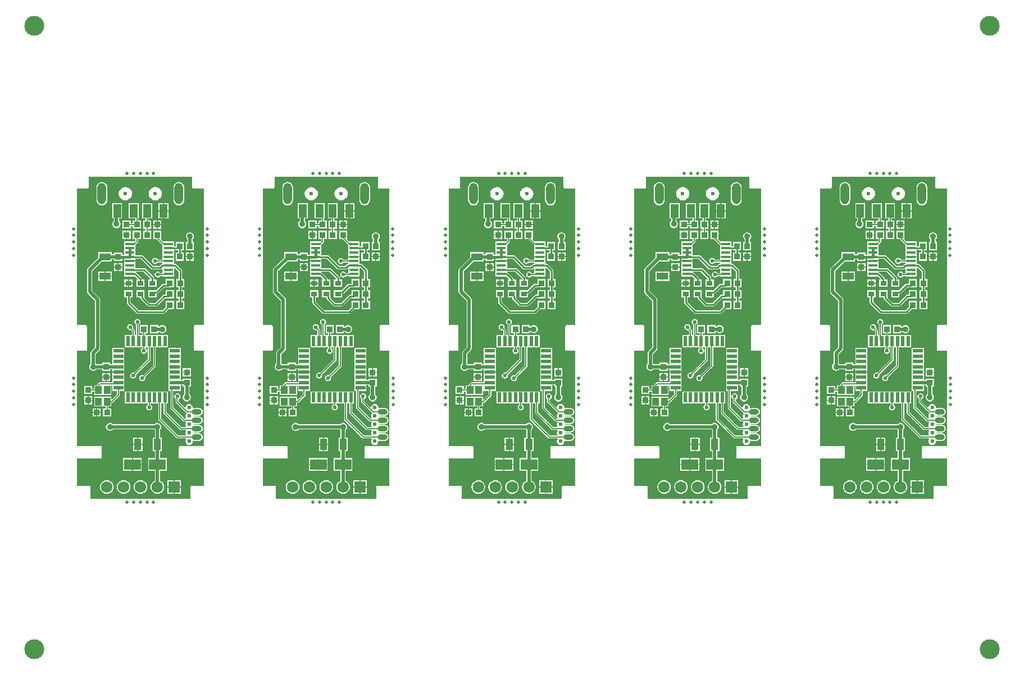
<source format=gtl>
G04*
G04 #@! TF.GenerationSoftware,Altium Limited,Altium Designer,21.0.8 (223)*
G04*
G04 Layer_Physical_Order=1*
G04 Layer_Color=255*
%FSLAX25Y25*%
%MOIN*%
G70*
G04*
G04 #@! TF.SameCoordinates,FF83F617-0E9F-4FC0-9F70-085B7F74A640*
G04*
G04*
G04 #@! TF.FilePolarity,Positive*
G04*
G01*
G75*
%ADD10C,0.11811*%
%ADD11R,0.05512X0.01772*%
%ADD12R,0.03740X0.03150*%
%ADD13R,0.04724X0.07874*%
G04:AMPARAMS|DCode=14|XSize=31.5mil|YSize=59.06mil|CornerRadius=15.75mil|HoleSize=0mil|Usage=FLASHONLY|Rotation=270.000|XOffset=0mil|YOffset=0mil|HoleType=Round|Shape=RoundedRectangle|*
%AMROUNDEDRECTD14*
21,1,0.03150,0.02756,0,0,270.0*
21,1,0.00000,0.05906,0,0,270.0*
1,1,0.03150,-0.01378,0.00000*
1,1,0.03150,-0.01378,0.00000*
1,1,0.03150,0.01378,0.00000*
1,1,0.03150,0.01378,0.00000*
%
%ADD14ROUNDEDRECTD14*%
%ADD15R,0.02362X0.05906*%
%ADD16R,0.05906X0.02362*%
%ADD17R,0.03543X0.03740*%
%ADD18R,0.09843X0.06496*%
%ADD19R,0.03937X0.04528*%
%ADD20R,0.03740X0.03543*%
%ADD21R,0.04331X0.06890*%
%ADD22R,0.06890X0.04331*%
%ADD23C,0.01000*%
%ADD24C,0.00598*%
%ADD25C,0.02000*%
%ADD26C,0.01500*%
%ADD27C,0.01968*%
%ADD28C,0.02362*%
%ADD29O,0.05118X0.12598*%
%ADD30R,0.06791X0.06791*%
%ADD31C,0.06791*%
%ADD32C,0.03543*%
G36*
X546378Y286172D02*
X546439Y285864D01*
X546613Y285604D01*
X546874Y285430D01*
X547181Y285369D01*
X553268D01*
X553268Y204297D01*
X548165Y204297D01*
X547858Y204236D01*
X547598Y204062D01*
X547424Y203802D01*
X547363Y203494D01*
Y189715D01*
X547424Y189408D01*
X547598Y189147D01*
X547858Y188973D01*
X548165Y188912D01*
X553268D01*
Y132447D01*
X539307D01*
X539000Y132386D01*
X538739Y132212D01*
X538565Y131951D01*
X538504Y131644D01*
Y125739D01*
X538565Y125431D01*
X538739Y125171D01*
X539000Y124997D01*
X539307Y124936D01*
X553268D01*
Y108825D01*
X546197D01*
X545890Y108764D01*
X545629Y108590D01*
X545455Y108329D01*
X545394Y108022D01*
Y100951D01*
X485976D01*
Y108022D01*
X485915Y108329D01*
X485741Y108590D01*
X485480Y108764D01*
X485173Y108825D01*
X478102D01*
Y124936D01*
X492063D01*
X492370Y124997D01*
X492631Y125171D01*
X492805Y125431D01*
X492866Y125739D01*
Y131644D01*
X492805Y131951D01*
X492631Y132212D01*
X492370Y132386D01*
X492063Y132447D01*
X478102Y132447D01*
X478102Y188912D01*
X483205Y188912D01*
X483512Y188973D01*
X483772Y189147D01*
X483946Y189408D01*
X484007Y189715D01*
X484008Y203494D01*
X483946Y203802D01*
X483772Y204062D01*
X483512Y204236D01*
X483205Y204297D01*
X478102Y204297D01*
X478102Y285369D01*
X484189D01*
X484496Y285430D01*
X484757Y285604D01*
X484931Y285864D01*
X484992Y286172D01*
Y292357D01*
X546378D01*
Y286172D01*
D02*
G37*
G36*
X436142D02*
X436203Y285864D01*
X436377Y285604D01*
X436638Y285430D01*
X436945Y285369D01*
X443032D01*
X443032Y204297D01*
X437929Y204297D01*
X437622Y204236D01*
X437361Y204062D01*
X437187Y203802D01*
X437126Y203494D01*
Y189715D01*
X437187Y189408D01*
X437361Y189147D01*
X437622Y188973D01*
X437929Y188912D01*
X443032D01*
Y132447D01*
X429071D01*
X428764Y132386D01*
X428503Y132212D01*
X428329Y131951D01*
X428268Y131644D01*
Y125739D01*
X428329Y125431D01*
X428503Y125171D01*
X428764Y124997D01*
X429071Y124936D01*
X443032D01*
Y108825D01*
X435961D01*
X435653Y108764D01*
X435393Y108590D01*
X435219Y108329D01*
X435158Y108022D01*
Y100951D01*
X375740D01*
Y108022D01*
X375679Y108329D01*
X375505Y108590D01*
X375244Y108764D01*
X374937Y108825D01*
X367866D01*
Y124936D01*
X381827D01*
X382134Y124997D01*
X382394Y125171D01*
X382568Y125431D01*
X382629Y125739D01*
Y131644D01*
X382568Y131951D01*
X382394Y132212D01*
X382134Y132386D01*
X381827Y132447D01*
X367866Y132447D01*
X367866Y188912D01*
X372968Y188912D01*
X373276Y188973D01*
X373536Y189147D01*
X373710Y189408D01*
X373771Y189715D01*
X373771Y203494D01*
X373710Y203802D01*
X373536Y204062D01*
X373276Y204236D01*
X372968Y204297D01*
X367866Y204297D01*
X367866Y285369D01*
X373953D01*
X374260Y285430D01*
X374520Y285604D01*
X374694Y285864D01*
X374756Y286172D01*
Y292357D01*
X436142D01*
Y286172D01*
D02*
G37*
G36*
X325906D02*
X325967Y285864D01*
X326141Y285604D01*
X326401Y285430D01*
X326709Y285369D01*
X332796D01*
X332796Y204297D01*
X327693Y204297D01*
X327386Y204236D01*
X327125Y204062D01*
X326951Y203802D01*
X326890Y203494D01*
Y189715D01*
X326951Y189408D01*
X327125Y189147D01*
X327386Y188973D01*
X327693Y188912D01*
X332796D01*
Y132447D01*
X318835D01*
X318527Y132386D01*
X318267Y132212D01*
X318093Y131951D01*
X318032Y131644D01*
Y125739D01*
X318093Y125431D01*
X318267Y125171D01*
X318527Y124997D01*
X318835Y124936D01*
X332796D01*
Y108825D01*
X325724D01*
X325417Y108764D01*
X325157Y108590D01*
X324983Y108329D01*
X324922Y108022D01*
Y100951D01*
X265504D01*
Y108022D01*
X265442Y108329D01*
X265268Y108590D01*
X265008Y108764D01*
X264701Y108825D01*
X257629D01*
Y124936D01*
X271590D01*
X271898Y124997D01*
X272158Y125171D01*
X272332Y125431D01*
X272393Y125739D01*
Y131644D01*
X272332Y131951D01*
X272158Y132212D01*
X271898Y132386D01*
X271590Y132447D01*
X257629Y132447D01*
X257629Y188912D01*
X262732Y188912D01*
X263039Y188973D01*
X263300Y189147D01*
X263474Y189408D01*
X263535Y189715D01*
X263535Y203494D01*
X263474Y203802D01*
X263300Y204062D01*
X263039Y204236D01*
X262732Y204297D01*
X257629Y204297D01*
X257629Y285369D01*
X263716D01*
X264024Y285430D01*
X264284Y285604D01*
X264458Y285864D01*
X264519Y286172D01*
Y292357D01*
X325906D01*
Y286172D01*
D02*
G37*
G36*
X215670D02*
X215731Y285864D01*
X215905Y285604D01*
X216165Y285430D01*
X216472Y285369D01*
X222559D01*
X222559Y204297D01*
X217457Y204297D01*
X217149Y204236D01*
X216889Y204062D01*
X216715Y203802D01*
X216654Y203494D01*
Y189715D01*
X216715Y189408D01*
X216889Y189147D01*
X217149Y188973D01*
X217457Y188912D01*
X222559D01*
Y132447D01*
X208598D01*
X208291Y132386D01*
X208031Y132212D01*
X207857Y131951D01*
X207796Y131644D01*
Y125739D01*
X207857Y125431D01*
X208031Y125171D01*
X208291Y124997D01*
X208598Y124936D01*
X222559D01*
Y108825D01*
X215488D01*
X215181Y108764D01*
X214920Y108590D01*
X214746Y108329D01*
X214685Y108022D01*
Y100951D01*
X155267D01*
Y108022D01*
X155206Y108329D01*
X155032Y108590D01*
X154772Y108764D01*
X154464Y108825D01*
X147393D01*
Y124936D01*
X161354D01*
X161662Y124997D01*
X161922Y125171D01*
X162096Y125431D01*
X162157Y125739D01*
Y131644D01*
X162096Y131951D01*
X161922Y132212D01*
X161662Y132386D01*
X161354Y132447D01*
X147393Y132447D01*
X147393Y188912D01*
X152496Y188912D01*
X152803Y188973D01*
X153064Y189147D01*
X153238Y189408D01*
X153299Y189715D01*
X153299Y203494D01*
X153238Y203802D01*
X153064Y204062D01*
X152803Y204236D01*
X152496Y204297D01*
X147393Y204297D01*
X147393Y285369D01*
X153480D01*
X153787Y285430D01*
X154048Y285604D01*
X154222Y285864D01*
X154283Y286172D01*
Y292357D01*
X215670D01*
Y286172D01*
D02*
G37*
G36*
X105433D02*
X105494Y285864D01*
X105668Y285604D01*
X105929Y285430D01*
X106236Y285369D01*
X112323D01*
X112323Y204297D01*
X107220Y204297D01*
X106913Y204236D01*
X106653Y204062D01*
X106479Y203802D01*
X106418Y203494D01*
Y189715D01*
X106479Y189408D01*
X106653Y189147D01*
X106913Y188973D01*
X107220Y188912D01*
X112323D01*
Y132447D01*
X98362D01*
X98055Y132386D01*
X97795Y132212D01*
X97620Y131951D01*
X97559Y131644D01*
Y125739D01*
X97620Y125431D01*
X97795Y125171D01*
X98055Y124997D01*
X98362Y124936D01*
X112323D01*
Y108825D01*
X105252D01*
X104945Y108764D01*
X104684Y108590D01*
X104510Y108329D01*
X104449Y108022D01*
Y100951D01*
X45031D01*
Y108022D01*
X44970Y108329D01*
X44796Y108590D01*
X44535Y108764D01*
X44228Y108825D01*
X37157D01*
Y124936D01*
X51118D01*
X51425Y124997D01*
X51686Y125171D01*
X51860Y125431D01*
X51921Y125739D01*
Y131644D01*
X51860Y131951D01*
X51686Y132212D01*
X51425Y132386D01*
X51118Y132447D01*
X37157Y132447D01*
X37157Y188912D01*
X42260Y188912D01*
X42567Y188973D01*
X42827Y189147D01*
X43001Y189408D01*
X43063Y189715D01*
X43063Y203494D01*
X43001Y203802D01*
X42827Y204062D01*
X42567Y204236D01*
X42260Y204297D01*
X37157Y204297D01*
X37157Y285369D01*
X43244D01*
X43551Y285430D01*
X43812Y285604D01*
X43986Y285864D01*
X44047Y286172D01*
Y292357D01*
X105433D01*
Y286172D01*
D02*
G37*
%LPC*%
G36*
X524543Y286304D02*
X523516Y286169D01*
X522558Y285772D01*
X521735Y285141D01*
X521104Y284318D01*
X520708Y283361D01*
X520572Y282333D01*
X520708Y281305D01*
X521104Y280348D01*
X521735Y279525D01*
X522558Y278894D01*
X523516Y278497D01*
X524543Y278362D01*
X525571Y278497D01*
X526529Y278894D01*
X527351Y279525D01*
X527982Y280348D01*
X528379Y281305D01*
X528514Y282333D01*
X528379Y283361D01*
X527982Y284318D01*
X527351Y285141D01*
X526529Y285772D01*
X525571Y286169D01*
X524543Y286304D01*
D02*
G37*
G36*
X506827D02*
X505799Y286169D01*
X504841Y285772D01*
X504019Y285141D01*
X503388Y284318D01*
X502991Y283361D01*
X502856Y282333D01*
X502991Y281305D01*
X503388Y280348D01*
X504019Y279525D01*
X504841Y278894D01*
X505799Y278497D01*
X506827Y278362D01*
X507855Y278497D01*
X508812Y278894D01*
X509635Y279525D01*
X510266Y280348D01*
X510662Y281305D01*
X510798Y282333D01*
X510662Y283361D01*
X510266Y284318D01*
X509635Y285141D01*
X508812Y285772D01*
X507855Y286169D01*
X506827Y286304D01*
D02*
G37*
G36*
X538520Y289258D02*
X537695Y289149D01*
X536927Y288831D01*
X536268Y288325D01*
X535762Y287666D01*
X535443Y286897D01*
X535335Y286073D01*
Y278593D01*
X535443Y277769D01*
X535762Y277000D01*
X536268Y276341D01*
X536927Y275835D01*
X537695Y275517D01*
X538520Y275408D01*
X539344Y275517D01*
X540112Y275835D01*
X540772Y276341D01*
X541278Y277000D01*
X541596Y277769D01*
X541704Y278593D01*
Y286073D01*
X541596Y286897D01*
X541278Y287666D01*
X540772Y288325D01*
X540112Y288831D01*
X539344Y289149D01*
X538520Y289258D01*
D02*
G37*
G36*
X492850D02*
X492026Y289149D01*
X491258Y288831D01*
X490598Y288325D01*
X490092Y287666D01*
X489774Y286897D01*
X489666Y286073D01*
Y278593D01*
X489774Y277769D01*
X490092Y277000D01*
X490598Y276341D01*
X491258Y275835D01*
X492026Y275517D01*
X492850Y275408D01*
X493675Y275517D01*
X494443Y275835D01*
X495102Y276341D01*
X495608Y277000D01*
X495927Y277769D01*
X496035Y278593D01*
Y286073D01*
X495927Y286897D01*
X495608Y287666D01*
X495102Y288325D01*
X494443Y288831D01*
X493675Y289149D01*
X492850Y289258D01*
D02*
G37*
G36*
X532425Y276632D02*
X529764D01*
Y272396D01*
X532425D01*
Y276632D01*
D02*
G37*
G36*
X529165D02*
X526504D01*
Y272396D01*
X529165D01*
Y276632D01*
D02*
G37*
G36*
X532425Y271798D02*
X529764D01*
Y267561D01*
X532425D01*
Y271798D01*
D02*
G37*
G36*
X529165D02*
X526504D01*
Y267561D01*
X529165D01*
Y271798D01*
D02*
G37*
G36*
X514709Y276632D02*
X508787D01*
Y267561D01*
X512803D01*
Y266298D01*
X511150D01*
Y264742D01*
X509984D01*
Y266298D01*
X505047D01*
Y261558D01*
X509984D01*
Y263113D01*
X511150D01*
Y261558D01*
X516087D01*
Y266298D01*
X514433D01*
Y267561D01*
X514709D01*
Y276632D01*
D02*
G37*
G36*
X528094Y266396D02*
X526024D01*
Y264227D01*
X528094D01*
Y266396D01*
D02*
G37*
G36*
X525425D02*
X523354D01*
Y264227D01*
X525425D01*
Y266396D01*
D02*
G37*
G36*
X504866Y276632D02*
X498945D01*
Y267561D01*
X499982D01*
Y266051D01*
X499803Y265932D01*
X499279Y265148D01*
X499095Y264223D01*
X499279Y263298D01*
X499803Y262514D01*
X500587Y261990D01*
X501512Y261806D01*
X502436Y261990D01*
X503221Y262514D01*
X503744Y263298D01*
X503928Y264223D01*
X503744Y265148D01*
X503221Y265932D01*
X503041Y266051D01*
Y267561D01*
X504866D01*
Y276632D01*
D02*
G37*
G36*
X528094Y263628D02*
X526024D01*
Y261459D01*
X528094D01*
Y263628D01*
D02*
G37*
G36*
X525425D02*
X523354D01*
Y261459D01*
X525425D01*
Y263628D01*
D02*
G37*
G36*
X509984Y260195D02*
X507815D01*
Y258124D01*
X509984D01*
Y260195D01*
D02*
G37*
G36*
X507217D02*
X505047D01*
Y258124D01*
X507217D01*
Y260195D01*
D02*
G37*
G36*
X509984Y257526D02*
X507815D01*
Y255455D01*
X509984D01*
Y257526D01*
D02*
G37*
G36*
X507217D02*
X505047D01*
Y255455D01*
X507217D01*
Y257526D01*
D02*
G37*
G36*
X522583Y276632D02*
X516661D01*
Y267561D01*
X518807D01*
Y266396D01*
X517252D01*
Y261459D01*
X518807D01*
Y260294D01*
X517252D01*
Y255357D01*
X521992D01*
Y260294D01*
X520437D01*
Y261459D01*
X521992D01*
Y266396D01*
X520437D01*
Y267561D01*
X522583D01*
Y276632D01*
D02*
G37*
G36*
X545114Y259356D02*
X544189Y259172D01*
X543405Y258648D01*
X542882Y257864D01*
X542698Y256939D01*
X542882Y256015D01*
X543405Y255231D01*
X543585Y255111D01*
Y253601D01*
X542744D01*
Y248664D01*
X547484D01*
Y253601D01*
X546643D01*
Y255111D01*
X546823Y255231D01*
X547347Y256015D01*
X547531Y256939D01*
X547347Y257864D01*
X546823Y258648D01*
X546039Y259172D01*
X545114Y259356D01*
D02*
G37*
G36*
X516087Y260195D02*
X511150D01*
Y255455D01*
X512748D01*
Y254368D01*
X512375Y253994D01*
X506032D01*
Y246108D01*
X504965D01*
Y247203D01*
X500028D01*
Y246362D01*
X498862D01*
Y247597D01*
X490776D01*
Y244232D01*
X484485Y237942D01*
X484154Y237446D01*
X484037Y236861D01*
Y224164D01*
X484154Y223579D01*
X484485Y223082D01*
X488762Y218806D01*
Y190939D01*
X486552Y188730D01*
X486221Y188233D01*
X486104Y187648D01*
Y181347D01*
X485925Y181227D01*
X485401Y180443D01*
X485217Y179518D01*
X485401Y178593D01*
X485925Y177809D01*
X486709Y177286D01*
X487634Y177102D01*
X488559Y177286D01*
X489343Y177809D01*
X489462Y177989D01*
X492941D01*
Y177148D01*
X497878D01*
Y177989D01*
X499043D01*
Y176668D01*
X506146D01*
Y190746D01*
X499043D01*
Y181047D01*
X497878D01*
Y181888D01*
X492941D01*
Y181047D01*
X489462D01*
X489343Y181227D01*
X489163Y181347D01*
Y187014D01*
X491373Y189224D01*
X491704Y189720D01*
X491821Y190305D01*
Y219439D01*
X491704Y220025D01*
X491373Y220521D01*
X487096Y224797D01*
Y236227D01*
X492938Y242069D01*
X498862D01*
Y243304D01*
X500028D01*
Y242463D01*
X504965D01*
Y243559D01*
X506032D01*
Y242573D01*
X512740D01*
Y243813D01*
X516050D01*
X522149Y237714D01*
X522480Y237493D01*
X522870Y237416D01*
X527398D01*
X527788Y237493D01*
X528119Y237714D01*
X528404Y238000D01*
X528866Y237809D01*
Y235018D01*
X527517D01*
X527204Y235486D01*
X526616Y235879D01*
X525921Y236017D01*
X525227Y235879D01*
X524638Y235486D01*
X524245Y234897D01*
X524107Y234203D01*
X524245Y233509D01*
X524638Y232920D01*
X525227Y232527D01*
X525921Y232389D01*
X526616Y232527D01*
X527204Y232920D01*
X527517Y233388D01*
X528866D01*
Y233113D01*
X535575D01*
Y238149D01*
X536075Y238356D01*
X538287Y236143D01*
Y231554D01*
X536937D01*
Y226617D01*
X538287D01*
Y225058D01*
X536937D01*
Y220120D01*
X538287D01*
Y218561D01*
X536937D01*
Y213624D01*
X541677D01*
Y218561D01*
X540327D01*
Y220120D01*
X541677D01*
Y225058D01*
X540327D01*
Y226617D01*
X541677D01*
Y231554D01*
X540327D01*
Y236565D01*
X540249Y236955D01*
X540028Y237286D01*
X536878Y240436D01*
X536548Y240657D01*
X536158Y240735D01*
X535575D01*
Y244534D01*
X528866D01*
Y243089D01*
X525942D01*
X525629Y243557D01*
X525041Y243950D01*
X524346Y244088D01*
X523652Y243950D01*
X523064Y243557D01*
X522670Y242968D01*
X522532Y242274D01*
X522670Y241580D01*
X523064Y240991D01*
X523652Y240598D01*
X524346Y240460D01*
X525041Y240598D01*
X525629Y240991D01*
X525942Y241459D01*
X528866D01*
Y240735D01*
X528677D01*
X528287Y240657D01*
X527956Y240436D01*
X526975Y239455D01*
X523292D01*
X517193Y245554D01*
X516863Y245775D01*
X516472Y245853D01*
X512740D01*
Y252055D01*
X514139Y253454D01*
X514316Y253718D01*
X514378Y254030D01*
Y255455D01*
X516087D01*
Y260195D01*
D02*
G37*
G36*
X547484Y247400D02*
X545413D01*
Y245231D01*
X547484D01*
Y247400D01*
D02*
G37*
G36*
X544815D02*
X542744D01*
Y245231D01*
X544815D01*
Y247400D01*
D02*
G37*
G36*
X547484Y244632D02*
X545413D01*
Y242463D01*
X547484D01*
Y244632D01*
D02*
G37*
G36*
X544815D02*
X542744D01*
Y242463D01*
X544815D01*
Y244632D01*
D02*
G37*
G36*
X528094Y260294D02*
X523354D01*
Y255357D01*
X525367D01*
X528790Y251934D01*
X528866Y251883D01*
Y245132D01*
X535575D01*
Y248932D01*
X536642D01*
Y248664D01*
X537992D01*
Y247400D01*
X536642D01*
Y242463D01*
X541382D01*
Y247400D01*
X540031D01*
Y248664D01*
X541382D01*
Y253601D01*
X536642D01*
Y250971D01*
X535575D01*
Y253994D01*
X529034D01*
X527971Y255058D01*
X528094Y255357D01*
X528094D01*
Y260294D01*
D02*
G37*
G36*
X504965Y241101D02*
X502795D01*
Y239030D01*
X504965D01*
Y241101D01*
D02*
G37*
G36*
X502197D02*
X500028D01*
Y239030D01*
X502197D01*
Y241101D01*
D02*
G37*
G36*
X504965Y238432D02*
X502795D01*
Y236361D01*
X504965D01*
Y238432D01*
D02*
G37*
G36*
X502197D02*
X500028D01*
Y236361D01*
X502197D01*
Y238432D01*
D02*
G37*
G36*
X498862Y235983D02*
X495118D01*
Y233518D01*
X498862D01*
Y235983D01*
D02*
G37*
G36*
X494520D02*
X490776D01*
Y233518D01*
X494520D01*
Y235983D01*
D02*
G37*
G36*
X498862Y232920D02*
X495118D01*
Y230455D01*
X498862D01*
Y232920D01*
D02*
G37*
G36*
X494520D02*
X490776D01*
Y230455D01*
X494520D01*
Y232920D01*
D02*
G37*
G36*
X511067Y231258D02*
X508898D01*
Y229384D01*
X511067D01*
Y231258D01*
D02*
G37*
G36*
X508299D02*
X506130D01*
Y229384D01*
X508299D01*
Y231258D01*
D02*
G37*
G36*
X512740Y241975D02*
X506032D01*
Y233113D01*
X512578D01*
X513970Y231720D01*
X513779Y231258D01*
X513216D01*
Y226912D01*
X518153D01*
Y231258D01*
X516578D01*
Y231574D01*
X516500Y231964D01*
X516279Y232295D01*
X513256Y235318D01*
X512926Y235539D01*
X512740Y235576D01*
Y236136D01*
X517428D01*
X521752Y231812D01*
Y231258D01*
X520303D01*
Y226912D01*
X525240D01*
Y231258D01*
X523791D01*
Y232235D01*
X523714Y232625D01*
X523493Y232956D01*
X518571Y237877D01*
X518240Y238098D01*
X517850Y238176D01*
X512740D01*
Y241975D01*
D02*
G37*
G36*
X511067Y228786D02*
X508898D01*
Y226912D01*
X511067D01*
Y228786D01*
D02*
G37*
G36*
X508299D02*
X506130D01*
Y226912D01*
X508299D01*
Y228786D01*
D02*
G37*
G36*
X535575Y231554D02*
X530835D01*
Y228825D01*
X529268D01*
X528877Y228748D01*
X528547Y228526D01*
X524979Y224959D01*
X520303D01*
Y220613D01*
X525240D01*
Y222811D01*
X525293D01*
X525683Y222889D01*
X526014Y223110D01*
X529690Y226786D01*
X530835D01*
Y226617D01*
X535575D01*
Y231554D01*
D02*
G37*
G36*
Y225058D02*
X530835D01*
Y222329D01*
X529858D01*
X529468Y222251D01*
X529137Y222030D01*
X524613Y217506D01*
X521029D01*
X518349Y220186D01*
X518153Y220613D01*
X518153D01*
X518153Y220613D01*
Y224959D01*
X513216D01*
Y220613D01*
X515760D01*
Y220314D01*
X515837Y219923D01*
X516058Y219593D01*
X519885Y215766D01*
X520216Y215545D01*
X520606Y215467D01*
X525035D01*
X525426Y215545D01*
X525756Y215766D01*
X530281Y220290D01*
X530835D01*
Y220120D01*
X535575D01*
Y225058D01*
D02*
G37*
G36*
X511067Y224959D02*
X506130D01*
Y220613D01*
X507579D01*
Y217668D01*
X507656Y217278D01*
X507877Y216947D01*
X513389Y211435D01*
X513720Y211214D01*
X514110Y211136D01*
X529366D01*
X529756Y211214D01*
X530087Y211435D01*
X532276Y213624D01*
X535575D01*
Y218561D01*
X530835D01*
Y215066D01*
X528944Y213176D01*
X514533D01*
X509618Y218090D01*
Y220613D01*
X511067D01*
Y224959D01*
D02*
G37*
G36*
X526224Y204290D02*
X521484D01*
Y199353D01*
X526224D01*
Y200292D01*
X526849D01*
X526968Y200113D01*
X527752Y199589D01*
X528677Y199405D01*
X529602Y199589D01*
X530386Y200113D01*
X530910Y200897D01*
X531094Y201821D01*
X530910Y202746D01*
X530386Y203530D01*
X529602Y204054D01*
X528677Y204238D01*
X527752Y204054D01*
X526968Y203530D01*
X526849Y203351D01*
X526224D01*
Y204290D01*
D02*
G37*
G36*
X513913Y207978D02*
X513219Y207840D01*
X512630Y207446D01*
X512237Y206858D01*
X512099Y206163D01*
X512237Y205469D01*
X512630Y204880D01*
X513098Y204568D01*
Y198227D01*
X512268D01*
Y201045D01*
X512206Y201357D01*
X512029Y201622D01*
X511287Y202363D01*
X511397Y202915D01*
X511259Y203610D01*
X510866Y204198D01*
X510277Y204592D01*
X509583Y204730D01*
X508888Y204592D01*
X508300Y204198D01*
X507906Y203610D01*
X507768Y202915D01*
X507906Y202221D01*
X508300Y201632D01*
X508888Y201239D01*
X509583Y201101D01*
X510135Y201211D01*
X510638Y200708D01*
Y198227D01*
X506524D01*
Y191124D01*
X516937D01*
Y190563D01*
X516469Y190250D01*
X516076Y189661D01*
X515938Y188967D01*
X516076Y188273D01*
X516469Y187684D01*
X517058Y187291D01*
X517752Y187153D01*
X518446Y187291D01*
X519035Y187684D01*
X519428Y188273D01*
X519566Y188967D01*
X519428Y189661D01*
X519035Y190250D01*
X518567Y190563D01*
Y191124D01*
X520087D01*
Y183950D01*
X512041Y175904D01*
X511472Y176017D01*
X510778Y175879D01*
X510189Y175486D01*
X509796Y174898D01*
X509658Y174203D01*
X509796Y173509D01*
X510189Y172920D01*
X510778Y172527D01*
X511472Y172389D01*
X512167Y172527D01*
X512755Y172920D01*
X513149Y173509D01*
X513287Y174203D01*
X513180Y174739D01*
X521478Y183036D01*
X521654Y183301D01*
X521716Y183613D01*
Y191124D01*
X523236D01*
Y180348D01*
X517331Y174443D01*
X516779Y174553D01*
X516085Y174415D01*
X515496Y174021D01*
X515103Y173433D01*
X514965Y172738D01*
X515103Y172044D01*
X515496Y171455D01*
X516085Y171062D01*
X516779Y170924D01*
X517474Y171062D01*
X518062Y171455D01*
X518455Y172044D01*
X518594Y172738D01*
X518484Y173290D01*
X524627Y179434D01*
X524804Y179698D01*
X524866Y180010D01*
Y191124D01*
X532130D01*
Y198227D01*
X518567D01*
Y199353D01*
X520122D01*
Y204290D01*
X515382D01*
Y199353D01*
X516937D01*
Y198227D01*
X514728D01*
Y204568D01*
X515196Y204880D01*
X515590Y205469D01*
X515728Y206163D01*
X515590Y206858D01*
X515196Y207446D01*
X514608Y207840D01*
X513913Y207978D01*
D02*
G37*
G36*
X539610Y190746D02*
X532508D01*
Y179817D01*
X539610D01*
Y190746D01*
D02*
G37*
G36*
X545713Y178542D02*
X543543D01*
Y176471D01*
X545713D01*
Y178542D01*
D02*
G37*
G36*
X542945D02*
X540776D01*
Y176471D01*
X542945D01*
Y178542D01*
D02*
G37*
G36*
X545713Y175872D02*
X543543D01*
Y173802D01*
X545713D01*
Y175872D01*
D02*
G37*
G36*
X542945D02*
X540776D01*
Y173802D01*
X542945D01*
Y175872D01*
D02*
G37*
G36*
X497878Y175786D02*
X495709D01*
Y173715D01*
X497878D01*
Y175786D01*
D02*
G37*
G36*
X495110D02*
X492941D01*
Y173715D01*
X495110D01*
Y175786D01*
D02*
G37*
G36*
X497878Y173117D02*
X495709D01*
Y171046D01*
X497878D01*
Y173117D01*
D02*
G37*
G36*
X495110D02*
X492941D01*
Y171046D01*
X495110D01*
Y173117D01*
D02*
G37*
G36*
X506146Y176069D02*
X499043D01*
Y170254D01*
X491728D01*
X491417Y170192D01*
X491152Y170016D01*
X490207Y169071D01*
X490031Y168806D01*
X489970Y168502D01*
X488216D01*
Y166455D01*
X487150D01*
Y168010D01*
X482213D01*
Y163270D01*
X487150D01*
Y164825D01*
X488216D01*
Y162778D01*
X498468D01*
Y167950D01*
X498969Y168198D01*
X499043Y168140D01*
Y165140D01*
X501780D01*
Y163025D01*
X498930Y160176D01*
X498468Y160367D01*
Y161613D01*
X488216D01*
Y155888D01*
X495087D01*
Y154821D01*
X493532D01*
Y149884D01*
X498272D01*
Y154821D01*
X496716D01*
Y155888D01*
X498468D01*
Y157936D01*
X498657D01*
X498969Y157998D01*
X499234Y158174D01*
X503171Y162111D01*
X503347Y162375D01*
X503409Y162687D01*
Y165140D01*
X506146D01*
Y176069D01*
D02*
G37*
G36*
X487150Y161908D02*
X484980D01*
Y159837D01*
X487150D01*
Y161908D01*
D02*
G37*
G36*
X484382D02*
X482213D01*
Y159837D01*
X484382D01*
Y161908D01*
D02*
G37*
G36*
X539610Y179219D02*
X532508D01*
Y165140D01*
X533571D01*
Y155109D01*
X533633Y154797D01*
X533810Y154532D01*
X541191Y147151D01*
X541456Y146974D01*
X541768Y146912D01*
X542523D01*
X542790Y146412D01*
X542563Y146072D01*
X542395Y145227D01*
X542563Y144382D01*
X542790Y144042D01*
X542523Y143542D01*
X540078D01*
X531165Y152454D01*
Y157660D01*
X532130D01*
Y164762D01*
X506524D01*
Y157660D01*
X520087D01*
Y157059D01*
X519619Y156746D01*
X519225Y156157D01*
X519087Y155463D01*
X519225Y154769D01*
X519619Y154180D01*
X520207Y153787D01*
X520901Y153649D01*
X521596Y153787D01*
X522185Y154180D01*
X522578Y154769D01*
X522716Y155463D01*
X522578Y156157D01*
X522185Y156746D01*
X521716Y157059D01*
Y157660D01*
X526386D01*
Y148357D01*
X526448Y148045D01*
X526625Y147781D01*
X537254Y137151D01*
X537519Y136974D01*
X537831Y136912D01*
X542523D01*
X542790Y136412D01*
X542563Y136072D01*
X542395Y135227D01*
X542563Y134382D01*
X543041Y133666D01*
X543757Y133187D01*
X544602Y133019D01*
X545447Y133187D01*
X546164Y133666D01*
X546642Y134382D01*
X546810Y135227D01*
X547242Y135616D01*
X547771Y135511D01*
X550527D01*
X551375Y135679D01*
X552094Y136160D01*
X552575Y136879D01*
X552743Y137727D01*
X552575Y138575D01*
X552094Y139294D01*
X551375Y139774D01*
X550527Y139943D01*
X547771D01*
X547556Y139900D01*
X547164Y140227D01*
X547556Y140554D01*
X547771Y140511D01*
X550527D01*
X551375Y140679D01*
X552094Y141160D01*
X552575Y141879D01*
X552743Y142727D01*
X552575Y143575D01*
X552094Y144294D01*
X551375Y144774D01*
X550527Y144943D01*
X547771D01*
X547556Y144900D01*
X547164Y145227D01*
X547556Y145554D01*
X547771Y145511D01*
X550527D01*
X551375Y145679D01*
X552094Y146160D01*
X552575Y146879D01*
X552743Y147727D01*
X552575Y148575D01*
X552094Y149294D01*
X551375Y149774D01*
X550527Y149943D01*
X547771D01*
X547556Y149900D01*
X547164Y150227D01*
X547556Y150554D01*
X547771Y150511D01*
X550527D01*
X551375Y150679D01*
X552094Y151160D01*
X552575Y151879D01*
X552743Y152727D01*
X552575Y153575D01*
X552094Y154294D01*
X551375Y154774D01*
X550527Y154943D01*
X547771D01*
X547242Y154838D01*
X546810Y155227D01*
X546642Y156072D01*
X546164Y156788D01*
X545447Y157266D01*
X544602Y157434D01*
X543757Y157266D01*
X543041Y156788D01*
X542563Y156072D01*
X542459Y155549D01*
X541916Y155384D01*
X538252Y159048D01*
Y160168D01*
X538335Y160184D01*
X538924Y160578D01*
X539317Y161166D01*
X539455Y161861D01*
X539317Y162555D01*
X538924Y163144D01*
X538335Y163537D01*
X537641Y163675D01*
X536946Y163537D01*
X536358Y163144D01*
X535964Y162555D01*
X535826Y161861D01*
X535964Y161166D01*
X536358Y160578D01*
X536622Y160401D01*
Y158711D01*
X536684Y158399D01*
X536861Y158135D01*
X542780Y152215D01*
X543025Y151815D01*
X542892Y151564D01*
X542563Y151072D01*
X542395Y150227D01*
X542563Y149382D01*
X542790Y149042D01*
X542569Y148629D01*
X542063Y148584D01*
X535201Y155446D01*
Y165140D01*
X539610D01*
Y168540D01*
X540776D01*
Y167699D01*
X541715D01*
Y163099D01*
X541535Y162979D01*
X541011Y162195D01*
X540828Y161270D01*
X541011Y160345D01*
X541535Y159561D01*
X542319Y159037D01*
X543244Y158854D01*
X544169Y159037D01*
X544953Y159561D01*
X545477Y160345D01*
X545661Y161270D01*
X545477Y162195D01*
X544953Y162979D01*
X544773Y163099D01*
Y167699D01*
X545713D01*
Y172439D01*
X540776D01*
Y171599D01*
X539610D01*
Y179219D01*
D02*
G37*
G36*
X487150Y159239D02*
X484980D01*
Y157168D01*
X487150D01*
Y159239D01*
D02*
G37*
G36*
X484382D02*
X482213D01*
Y157168D01*
X484382D01*
Y159239D01*
D02*
G37*
G36*
X492169Y154821D02*
X490098D01*
Y152652D01*
X492169D01*
Y154821D01*
D02*
G37*
G36*
X489500D02*
X487429D01*
Y152652D01*
X489500D01*
Y154821D01*
D02*
G37*
G36*
X492169Y152053D02*
X490098D01*
Y149884D01*
X492169D01*
Y152053D01*
D02*
G37*
G36*
X489500D02*
X487429D01*
Y149884D01*
X489500D01*
Y152053D01*
D02*
G37*
G36*
X525764Y146206D02*
X524839Y146022D01*
X524055Y145499D01*
X523935Y145319D01*
X499433D01*
X499313Y145499D01*
X498529Y146022D01*
X497605Y146206D01*
X496680Y146022D01*
X495896Y145499D01*
X495372Y144714D01*
X495188Y143790D01*
X495372Y142865D01*
X495896Y142081D01*
X496680Y141557D01*
X497605Y141373D01*
X498529Y141557D01*
X499313Y142081D01*
X499433Y142260D01*
X523935D01*
X524055Y142081D01*
X524234Y141961D01*
Y137361D01*
X523000D01*
Y129274D01*
X524234D01*
Y125353D01*
X520244D01*
Y117660D01*
X524234D01*
Y111712D01*
X523749Y111511D01*
X522915Y110871D01*
X522275Y110036D01*
X521873Y109065D01*
X521735Y108022D01*
X521873Y106979D01*
X522275Y106008D01*
X522915Y105173D01*
X523749Y104533D01*
X524721Y104131D01*
X525764Y103993D01*
X526806Y104131D01*
X527778Y104533D01*
X528612Y105173D01*
X529253Y106008D01*
X529655Y106979D01*
X529792Y108022D01*
X529655Y109065D01*
X529253Y110036D01*
X528612Y110871D01*
X527778Y111511D01*
X527293Y111712D01*
Y117660D01*
X531283D01*
Y125353D01*
X527293D01*
Y129274D01*
X528527D01*
Y137361D01*
X527293D01*
Y141961D01*
X527472Y142081D01*
X527996Y142865D01*
X528180Y143790D01*
X527996Y144714D01*
X527472Y145499D01*
X526688Y146022D01*
X525764Y146206D01*
D02*
G37*
G36*
X516913Y137361D02*
X514449D01*
Y133616D01*
X516913D01*
Y137361D01*
D02*
G37*
G36*
X513850D02*
X511386D01*
Y133616D01*
X513850D01*
Y137361D01*
D02*
G37*
G36*
X516913Y133018D02*
X514449D01*
Y129274D01*
X516913D01*
Y133018D01*
D02*
G37*
G36*
X513850D02*
X511386D01*
Y129274D01*
X513850D01*
Y133018D01*
D02*
G37*
G36*
X516520Y125353D02*
X511299D01*
Y121806D01*
X516520D01*
Y125353D01*
D02*
G37*
G36*
X510701D02*
X505480D01*
Y121806D01*
X510701D01*
Y125353D01*
D02*
G37*
G36*
X516520Y121207D02*
X511299D01*
Y117660D01*
X516520D01*
Y121207D01*
D02*
G37*
G36*
X510701D02*
X505480D01*
Y117660D01*
X510701D01*
Y121207D01*
D02*
G37*
G36*
X539758Y112016D02*
X536063D01*
Y108321D01*
X539758D01*
Y112016D01*
D02*
G37*
G36*
X535464D02*
X531770D01*
Y108321D01*
X535464D01*
Y112016D01*
D02*
G37*
G36*
X539758Y107723D02*
X536063D01*
Y104028D01*
X539758D01*
Y107723D01*
D02*
G37*
G36*
X535464D02*
X531770D01*
Y104028D01*
X535464D01*
Y107723D01*
D02*
G37*
G36*
X515764Y112051D02*
X514721Y111913D01*
X513750Y111511D01*
X512915Y110871D01*
X512275Y110036D01*
X511872Y109065D01*
X511735Y108022D01*
X511872Y106979D01*
X512275Y106008D01*
X512915Y105173D01*
X513750Y104533D01*
X514721Y104131D01*
X515764Y103993D01*
X516806Y104131D01*
X517778Y104533D01*
X518612Y105173D01*
X519253Y106008D01*
X519655Y106979D01*
X519792Y108022D01*
X519655Y109065D01*
X519253Y110036D01*
X518612Y110871D01*
X517778Y111511D01*
X516806Y111913D01*
X515764Y112051D01*
D02*
G37*
G36*
X505764D02*
X504721Y111913D01*
X503750Y111511D01*
X502915Y110871D01*
X502275Y110036D01*
X501872Y109065D01*
X501735Y108022D01*
X501872Y106979D01*
X502275Y106008D01*
X502915Y105173D01*
X503750Y104533D01*
X504721Y104131D01*
X505764Y103993D01*
X506806Y104131D01*
X507778Y104533D01*
X508612Y105173D01*
X509253Y106008D01*
X509655Y106979D01*
X509792Y108022D01*
X509655Y109065D01*
X509253Y110036D01*
X508612Y110871D01*
X507778Y111511D01*
X506806Y111913D01*
X505764Y112051D01*
D02*
G37*
G36*
X495764D02*
X494721Y111913D01*
X493750Y111511D01*
X492915Y110871D01*
X492275Y110036D01*
X491873Y109065D01*
X491735Y108022D01*
X491873Y106979D01*
X492275Y106008D01*
X492915Y105173D01*
X493750Y104533D01*
X494721Y104131D01*
X495764Y103993D01*
X496806Y104131D01*
X497778Y104533D01*
X498612Y105173D01*
X499253Y106008D01*
X499655Y106979D01*
X499792Y108022D01*
X499655Y109065D01*
X499253Y110036D01*
X498612Y110871D01*
X497778Y111511D01*
X496806Y111913D01*
X495764Y112051D01*
D02*
G37*
%LPD*%
G36*
X529535Y152117D02*
X529598Y151805D01*
X529774Y151540D01*
X539164Y142150D01*
X539428Y141974D01*
X539740Y141912D01*
X542523D01*
X542790Y141412D01*
X542563Y141072D01*
X542395Y140227D01*
X542563Y139382D01*
X542790Y139042D01*
X542523Y138542D01*
X538168D01*
X528016Y148694D01*
Y157660D01*
X529535D01*
Y152117D01*
D02*
G37*
%LPC*%
G36*
X414307Y286304D02*
X413279Y286169D01*
X412322Y285772D01*
X411499Y285141D01*
X410868Y284318D01*
X410471Y283361D01*
X410336Y282333D01*
X410471Y281305D01*
X410868Y280348D01*
X411499Y279525D01*
X412322Y278894D01*
X413279Y278497D01*
X414307Y278362D01*
X415335Y278497D01*
X416293Y278894D01*
X417115Y279525D01*
X417746Y280348D01*
X418143Y281305D01*
X418278Y282333D01*
X418143Y283361D01*
X417746Y284318D01*
X417115Y285141D01*
X416293Y285772D01*
X415335Y286169D01*
X414307Y286304D01*
D02*
G37*
G36*
X396590D02*
X395563Y286169D01*
X394605Y285772D01*
X393783Y285141D01*
X393152Y284318D01*
X392755Y283361D01*
X392619Y282333D01*
X392755Y281305D01*
X393152Y280348D01*
X393783Y279525D01*
X394605Y278894D01*
X395563Y278497D01*
X396590Y278362D01*
X397618Y278497D01*
X398576Y278894D01*
X399398Y279525D01*
X400030Y280348D01*
X400426Y281305D01*
X400562Y282333D01*
X400426Y283361D01*
X400030Y284318D01*
X399398Y285141D01*
X398576Y285772D01*
X397618Y286169D01*
X396590Y286304D01*
D02*
G37*
G36*
X428283Y289258D02*
X427459Y289149D01*
X426691Y288831D01*
X426031Y288325D01*
X425525Y287666D01*
X425207Y286897D01*
X425099Y286073D01*
Y278593D01*
X425207Y277769D01*
X425525Y277000D01*
X426031Y276341D01*
X426691Y275835D01*
X427459Y275517D01*
X428283Y275408D01*
X429108Y275517D01*
X429876Y275835D01*
X430535Y276341D01*
X431041Y277000D01*
X431360Y277769D01*
X431468Y278593D01*
Y286073D01*
X431360Y286897D01*
X431041Y287666D01*
X430535Y288325D01*
X429876Y288831D01*
X429108Y289149D01*
X428283Y289258D01*
D02*
G37*
G36*
X382614D02*
X381790Y289149D01*
X381022Y288831D01*
X380362Y288325D01*
X379856Y287666D01*
X379538Y286897D01*
X379429Y286073D01*
Y278593D01*
X379538Y277769D01*
X379856Y277000D01*
X380362Y276341D01*
X381022Y275835D01*
X381790Y275517D01*
X382614Y275408D01*
X383438Y275517D01*
X384207Y275835D01*
X384866Y276341D01*
X385372Y277000D01*
X385690Y277769D01*
X385799Y278593D01*
Y286073D01*
X385690Y286897D01*
X385372Y287666D01*
X384866Y288325D01*
X384207Y288831D01*
X383438Y289149D01*
X382614Y289258D01*
D02*
G37*
G36*
X422189Y276632D02*
X419527D01*
Y272396D01*
X422189D01*
Y276632D01*
D02*
G37*
G36*
X418929D02*
X416268D01*
Y272396D01*
X418929D01*
Y276632D01*
D02*
G37*
G36*
X422189Y271798D02*
X419527D01*
Y267561D01*
X422189D01*
Y271798D01*
D02*
G37*
G36*
X418929D02*
X416268D01*
Y267561D01*
X418929D01*
Y271798D01*
D02*
G37*
G36*
X404472Y276632D02*
X398551D01*
Y267561D01*
X402567D01*
Y266298D01*
X400913D01*
Y264742D01*
X399748D01*
Y266298D01*
X394811D01*
Y261558D01*
X399748D01*
Y263113D01*
X400913D01*
Y261558D01*
X405850D01*
Y266298D01*
X404197D01*
Y267561D01*
X404472D01*
Y276632D01*
D02*
G37*
G36*
X417858Y266396D02*
X415787D01*
Y264227D01*
X417858D01*
Y266396D01*
D02*
G37*
G36*
X415189D02*
X413118D01*
Y264227D01*
X415189D01*
Y266396D01*
D02*
G37*
G36*
X394630Y276632D02*
X388709D01*
Y267561D01*
X389746D01*
Y266051D01*
X389567Y265932D01*
X389043Y265148D01*
X388859Y264223D01*
X389043Y263298D01*
X389567Y262514D01*
X390351Y261990D01*
X391276Y261806D01*
X392200Y261990D01*
X392984Y262514D01*
X393508Y263298D01*
X393692Y264223D01*
X393508Y265148D01*
X392984Y265932D01*
X392805Y266051D01*
Y267561D01*
X394630D01*
Y276632D01*
D02*
G37*
G36*
X417858Y263628D02*
X415787D01*
Y261459D01*
X417858D01*
Y263628D01*
D02*
G37*
G36*
X415189D02*
X413118D01*
Y261459D01*
X415189D01*
Y263628D01*
D02*
G37*
G36*
X399748Y260195D02*
X397579D01*
Y258124D01*
X399748D01*
Y260195D01*
D02*
G37*
G36*
X396980D02*
X394811D01*
Y258124D01*
X396980D01*
Y260195D01*
D02*
G37*
G36*
X399748Y257526D02*
X397579D01*
Y255455D01*
X399748D01*
Y257526D01*
D02*
G37*
G36*
X396980D02*
X394811D01*
Y255455D01*
X396980D01*
Y257526D01*
D02*
G37*
G36*
X412346Y276632D02*
X406425D01*
Y267561D01*
X408571D01*
Y266396D01*
X407016D01*
Y261459D01*
X408571D01*
Y260294D01*
X407016D01*
Y255357D01*
X411756D01*
Y260294D01*
X410201D01*
Y261459D01*
X411756D01*
Y266396D01*
X410201D01*
Y267561D01*
X412346D01*
Y276632D01*
D02*
G37*
G36*
X434878Y259356D02*
X433953Y259172D01*
X433169Y258648D01*
X432645Y257864D01*
X432461Y256939D01*
X432645Y256015D01*
X433169Y255231D01*
X433349Y255111D01*
Y253601D01*
X432508D01*
Y248664D01*
X437248D01*
Y253601D01*
X436407D01*
Y255111D01*
X436587Y255231D01*
X437111Y256015D01*
X437294Y256939D01*
X437111Y257864D01*
X436587Y258648D01*
X435803Y259172D01*
X434878Y259356D01*
D02*
G37*
G36*
X405850Y260195D02*
X400913D01*
Y255455D01*
X402512D01*
Y254368D01*
X402139Y253994D01*
X395795D01*
Y246108D01*
X394728D01*
Y247203D01*
X389791D01*
Y246362D01*
X388626D01*
Y247597D01*
X380539D01*
Y244232D01*
X374249Y237942D01*
X373918Y237446D01*
X373801Y236861D01*
Y224164D01*
X373918Y223579D01*
X374249Y223082D01*
X378526Y218806D01*
Y190939D01*
X376316Y188730D01*
X375985Y188233D01*
X375868Y187648D01*
Y181347D01*
X375689Y181227D01*
X375165Y180443D01*
X374981Y179518D01*
X375165Y178593D01*
X375689Y177809D01*
X376473Y177286D01*
X377398Y177102D01*
X378322Y177286D01*
X379106Y177809D01*
X379226Y177989D01*
X382705D01*
Y177148D01*
X387642D01*
Y177989D01*
X388807D01*
Y176668D01*
X395909D01*
Y190746D01*
X388807D01*
Y181047D01*
X387642D01*
Y181888D01*
X382705D01*
Y181047D01*
X379226D01*
X379106Y181227D01*
X378927Y181347D01*
Y187014D01*
X381136Y189224D01*
X381468Y189720D01*
X381585Y190305D01*
Y219439D01*
X381468Y220025D01*
X381136Y220521D01*
X376860Y224797D01*
Y236227D01*
X382702Y242069D01*
X388626D01*
Y243304D01*
X389791D01*
Y242463D01*
X394728D01*
Y243559D01*
X395795D01*
Y242573D01*
X402504D01*
Y243813D01*
X405814D01*
X411913Y237714D01*
X412244Y237493D01*
X412634Y237416D01*
X417161D01*
X417552Y237493D01*
X417882Y237714D01*
X418168Y238000D01*
X418630Y237809D01*
Y235018D01*
X417281D01*
X416968Y235486D01*
X416379Y235879D01*
X415685Y236017D01*
X414991Y235879D01*
X414402Y235486D01*
X414009Y234897D01*
X413871Y234203D01*
X414009Y233509D01*
X414402Y232920D01*
X414991Y232527D01*
X415685Y232389D01*
X416379Y232527D01*
X416968Y232920D01*
X417281Y233388D01*
X418630D01*
Y233113D01*
X425339D01*
Y238149D01*
X425839Y238356D01*
X428051Y236143D01*
Y231554D01*
X426701D01*
Y226617D01*
X428051D01*
Y225058D01*
X426701D01*
Y220120D01*
X428051D01*
Y218561D01*
X426701D01*
Y213624D01*
X431441D01*
Y218561D01*
X430090D01*
Y220120D01*
X431441D01*
Y225058D01*
X430090D01*
Y226617D01*
X431441D01*
Y231554D01*
X430090D01*
Y236565D01*
X430013Y236955D01*
X429792Y237286D01*
X426642Y240436D01*
X426311Y240657D01*
X425921Y240735D01*
X425339D01*
Y244534D01*
X418630D01*
Y243089D01*
X415706D01*
X415393Y243557D01*
X414805Y243950D01*
X414110Y244088D01*
X413416Y243950D01*
X412827Y243557D01*
X412434Y242968D01*
X412296Y242274D01*
X412434Y241580D01*
X412827Y240991D01*
X413416Y240598D01*
X414110Y240460D01*
X414805Y240598D01*
X415393Y240991D01*
X415706Y241459D01*
X418630D01*
Y240735D01*
X418441D01*
X418051Y240657D01*
X417720Y240436D01*
X416739Y239455D01*
X413056D01*
X406957Y245554D01*
X406626Y245775D01*
X406236Y245853D01*
X402504D01*
Y252055D01*
X403903Y253454D01*
X404080Y253718D01*
X404142Y254030D01*
Y255455D01*
X405850D01*
Y260195D01*
D02*
G37*
G36*
X437248Y247400D02*
X435177D01*
Y245231D01*
X437248D01*
Y247400D01*
D02*
G37*
G36*
X434579D02*
X432508D01*
Y245231D01*
X434579D01*
Y247400D01*
D02*
G37*
G36*
X437248Y244632D02*
X435177D01*
Y242463D01*
X437248D01*
Y244632D01*
D02*
G37*
G36*
X434579D02*
X432508D01*
Y242463D01*
X434579D01*
Y244632D01*
D02*
G37*
G36*
X417858Y260294D02*
X413118D01*
Y255357D01*
X415131D01*
X418554Y251934D01*
X418630Y251883D01*
Y245132D01*
X425339D01*
Y248932D01*
X426405D01*
Y248664D01*
X427756D01*
Y247400D01*
X426405D01*
Y242463D01*
X431146D01*
Y247400D01*
X429795D01*
Y248664D01*
X431146D01*
Y253601D01*
X426405D01*
Y250971D01*
X425339D01*
Y253994D01*
X418798D01*
X417734Y255058D01*
X417858Y255357D01*
X417858D01*
Y260294D01*
D02*
G37*
G36*
X394728Y241101D02*
X392559D01*
Y239030D01*
X394728D01*
Y241101D01*
D02*
G37*
G36*
X391961D02*
X389791D01*
Y239030D01*
X391961D01*
Y241101D01*
D02*
G37*
G36*
X394728Y238432D02*
X392559D01*
Y236361D01*
X394728D01*
Y238432D01*
D02*
G37*
G36*
X391961D02*
X389791D01*
Y236361D01*
X391961D01*
Y238432D01*
D02*
G37*
G36*
X388626Y235983D02*
X384882D01*
Y233518D01*
X388626D01*
Y235983D01*
D02*
G37*
G36*
X384283D02*
X380539D01*
Y233518D01*
X384283D01*
Y235983D01*
D02*
G37*
G36*
X388626Y232920D02*
X384882D01*
Y230455D01*
X388626D01*
Y232920D01*
D02*
G37*
G36*
X384283D02*
X380539D01*
Y230455D01*
X384283D01*
Y232920D01*
D02*
G37*
G36*
X400831Y231258D02*
X398661D01*
Y229384D01*
X400831D01*
Y231258D01*
D02*
G37*
G36*
X398063D02*
X395894D01*
Y229384D01*
X398063D01*
Y231258D01*
D02*
G37*
G36*
X402504Y241975D02*
X395795D01*
Y233113D01*
X402342D01*
X403734Y231720D01*
X403543Y231258D01*
X402980D01*
Y226912D01*
X407917D01*
Y231258D01*
X406342D01*
Y231574D01*
X406264Y231964D01*
X406043Y232295D01*
X403020Y235318D01*
X402689Y235539D01*
X402504Y235576D01*
Y236136D01*
X407192D01*
X411516Y231812D01*
Y231258D01*
X410067D01*
Y226912D01*
X415004D01*
Y231258D01*
X413555D01*
Y232235D01*
X413477Y232625D01*
X413256Y232956D01*
X408335Y237877D01*
X408004Y238098D01*
X407614Y238176D01*
X402504D01*
Y241975D01*
D02*
G37*
G36*
X400831Y228786D02*
X398661D01*
Y226912D01*
X400831D01*
Y228786D01*
D02*
G37*
G36*
X398063D02*
X395894D01*
Y226912D01*
X398063D01*
Y228786D01*
D02*
G37*
G36*
X425339Y231554D02*
X420598D01*
Y228825D01*
X419031D01*
X418641Y228748D01*
X418310Y228526D01*
X414743Y224959D01*
X410067D01*
Y220613D01*
X415004D01*
Y222811D01*
X415057D01*
X415447Y222889D01*
X415778Y223110D01*
X419454Y226786D01*
X420598D01*
Y226617D01*
X425339D01*
Y231554D01*
D02*
G37*
G36*
Y225058D02*
X420598D01*
Y222329D01*
X419622D01*
X419232Y222251D01*
X418901Y222030D01*
X414377Y217506D01*
X410792D01*
X408112Y220186D01*
X407917Y220613D01*
X407917D01*
X407917Y220613D01*
Y224959D01*
X402980D01*
Y220613D01*
X405523D01*
Y220314D01*
X405601Y219923D01*
X405822Y219593D01*
X409649Y215766D01*
X409980Y215545D01*
X410370Y215467D01*
X414799D01*
X415189Y215545D01*
X415520Y215766D01*
X420044Y220290D01*
X420598D01*
Y220120D01*
X425339D01*
Y225058D01*
D02*
G37*
G36*
X400831Y224959D02*
X395894D01*
Y220613D01*
X397343D01*
Y217668D01*
X397420Y217278D01*
X397641Y216947D01*
X403153Y211435D01*
X403484Y211214D01*
X403874Y211136D01*
X419130D01*
X419520Y211214D01*
X419851Y211435D01*
X422040Y213624D01*
X425339D01*
Y218561D01*
X420598D01*
Y215066D01*
X418708Y213176D01*
X404296D01*
X399382Y218090D01*
Y220613D01*
X400831D01*
Y224959D01*
D02*
G37*
G36*
X415988Y204290D02*
X411248D01*
Y199353D01*
X415988D01*
Y200292D01*
X416612D01*
X416732Y200113D01*
X417516Y199589D01*
X418441Y199405D01*
X419366Y199589D01*
X420150Y200113D01*
X420674Y200897D01*
X420857Y201821D01*
X420674Y202746D01*
X420150Y203530D01*
X419366Y204054D01*
X418441Y204238D01*
X417516Y204054D01*
X416732Y203530D01*
X416612Y203351D01*
X415988D01*
Y204290D01*
D02*
G37*
G36*
X403677Y207978D02*
X402983Y207840D01*
X402394Y207446D01*
X402001Y206858D01*
X401863Y206163D01*
X402001Y205469D01*
X402394Y204880D01*
X402862Y204568D01*
Y198227D01*
X402031D01*
Y201045D01*
X401969Y201357D01*
X401793Y201622D01*
X401051Y202363D01*
X401161Y202915D01*
X401023Y203610D01*
X400629Y204198D01*
X400041Y204592D01*
X399346Y204730D01*
X398652Y204592D01*
X398063Y204198D01*
X397670Y203610D01*
X397532Y202915D01*
X397670Y202221D01*
X398063Y201632D01*
X398652Y201239D01*
X399346Y201101D01*
X399899Y201211D01*
X400402Y200708D01*
Y198227D01*
X396287D01*
Y191124D01*
X406701D01*
Y190563D01*
X406233Y190250D01*
X405839Y189661D01*
X405701Y188967D01*
X405839Y188273D01*
X406233Y187684D01*
X406821Y187291D01*
X407516Y187153D01*
X408210Y187291D01*
X408799Y187684D01*
X409192Y188273D01*
X409330Y188967D01*
X409192Y189661D01*
X408799Y190250D01*
X408331Y190563D01*
Y191124D01*
X409851D01*
Y183950D01*
X401805Y175904D01*
X401236Y176017D01*
X400542Y175879D01*
X399953Y175486D01*
X399560Y174898D01*
X399422Y174203D01*
X399560Y173509D01*
X399953Y172920D01*
X400542Y172527D01*
X401236Y172389D01*
X401931Y172527D01*
X402519Y172920D01*
X402913Y173509D01*
X403051Y174203D01*
X402944Y174739D01*
X411241Y183036D01*
X411418Y183301D01*
X411480Y183613D01*
Y191124D01*
X413000D01*
Y180348D01*
X407095Y174443D01*
X406543Y174553D01*
X405849Y174415D01*
X405260Y174021D01*
X404867Y173433D01*
X404729Y172738D01*
X404867Y172044D01*
X405260Y171455D01*
X405849Y171062D01*
X406543Y170924D01*
X407237Y171062D01*
X407826Y171455D01*
X408219Y172044D01*
X408357Y172738D01*
X408248Y173290D01*
X414391Y179434D01*
X414568Y179698D01*
X414630Y180010D01*
Y191124D01*
X421894D01*
Y198227D01*
X408331D01*
Y199353D01*
X409886D01*
Y204290D01*
X405146D01*
Y199353D01*
X406701D01*
Y198227D01*
X404492D01*
Y204568D01*
X404960Y204880D01*
X405353Y205469D01*
X405491Y206163D01*
X405353Y206858D01*
X404960Y207446D01*
X404372Y207840D01*
X403677Y207978D01*
D02*
G37*
G36*
X429374Y190746D02*
X422272D01*
Y179817D01*
X429374D01*
Y190746D01*
D02*
G37*
G36*
X435476Y178542D02*
X433307D01*
Y176471D01*
X435476D01*
Y178542D01*
D02*
G37*
G36*
X432709D02*
X430539D01*
Y176471D01*
X432709D01*
Y178542D01*
D02*
G37*
G36*
X435476Y175872D02*
X433307D01*
Y173802D01*
X435476D01*
Y175872D01*
D02*
G37*
G36*
X432709D02*
X430539D01*
Y173802D01*
X432709D01*
Y175872D01*
D02*
G37*
G36*
X387642Y175786D02*
X385472D01*
Y173715D01*
X387642D01*
Y175786D01*
D02*
G37*
G36*
X384874D02*
X382705D01*
Y173715D01*
X384874D01*
Y175786D01*
D02*
G37*
G36*
X387642Y173117D02*
X385472D01*
Y171046D01*
X387642D01*
Y173117D01*
D02*
G37*
G36*
X384874D02*
X382705D01*
Y171046D01*
X384874D01*
Y173117D01*
D02*
G37*
G36*
X395909Y176069D02*
X388807D01*
Y170254D01*
X381492D01*
X381180Y170192D01*
X380916Y170016D01*
X379971Y169071D01*
X379794Y168806D01*
X379734Y168502D01*
X377980D01*
Y166455D01*
X376913D01*
Y168010D01*
X371976D01*
Y163270D01*
X376913D01*
Y164825D01*
X377980D01*
Y162778D01*
X388232D01*
Y167950D01*
X388732Y168198D01*
X388807Y168140D01*
Y165140D01*
X391543D01*
Y163025D01*
X388694Y160176D01*
X388232Y160367D01*
Y161613D01*
X377980D01*
Y155888D01*
X384851D01*
Y154821D01*
X383295D01*
Y149884D01*
X388035D01*
Y154821D01*
X386480D01*
Y155888D01*
X388232D01*
Y157936D01*
X388421D01*
X388733Y157998D01*
X388997Y158174D01*
X392934Y162111D01*
X393111Y162375D01*
X393173Y162687D01*
Y165140D01*
X395909D01*
Y176069D01*
D02*
G37*
G36*
X376913Y161908D02*
X374744D01*
Y159837D01*
X376913D01*
Y161908D01*
D02*
G37*
G36*
X374146D02*
X371976D01*
Y159837D01*
X374146D01*
Y161908D01*
D02*
G37*
G36*
X429374Y179219D02*
X422272D01*
Y165140D01*
X423335D01*
Y155109D01*
X423397Y154797D01*
X423573Y154532D01*
X430955Y147151D01*
X431220Y146974D01*
X431531Y146912D01*
X432287D01*
X432554Y146412D01*
X432326Y146072D01*
X432158Y145227D01*
X432326Y144382D01*
X432554Y144042D01*
X432287Y143542D01*
X429841D01*
X420929Y152454D01*
Y157660D01*
X421894D01*
Y164762D01*
X396287D01*
Y157660D01*
X409851D01*
Y157059D01*
X409382Y156746D01*
X408989Y156157D01*
X408851Y155463D01*
X408989Y154769D01*
X409382Y154180D01*
X409971Y153787D01*
X410665Y153649D01*
X411360Y153787D01*
X411948Y154180D01*
X412342Y154769D01*
X412480Y155463D01*
X412342Y156157D01*
X411948Y156746D01*
X411480Y157059D01*
Y157660D01*
X416150D01*
Y148357D01*
X416212Y148045D01*
X416388Y147781D01*
X427018Y137151D01*
X427283Y136974D01*
X427595Y136912D01*
X432287D01*
X432554Y136412D01*
X432326Y136072D01*
X432158Y135227D01*
X432326Y134382D01*
X432805Y133666D01*
X433521Y133187D01*
X434366Y133019D01*
X435211Y133187D01*
X435927Y133666D01*
X436406Y134382D01*
X436574Y135227D01*
X437006Y135616D01*
X437535Y135511D01*
X440291D01*
X441139Y135679D01*
X441858Y136160D01*
X442339Y136879D01*
X442507Y137727D01*
X442339Y138575D01*
X441858Y139294D01*
X441139Y139774D01*
X440291Y139943D01*
X437535D01*
X437320Y139900D01*
X436927Y140227D01*
X437320Y140554D01*
X437535Y140511D01*
X440291D01*
X441139Y140679D01*
X441858Y141160D01*
X442339Y141879D01*
X442507Y142727D01*
X442339Y143575D01*
X441858Y144294D01*
X441139Y144774D01*
X440291Y144943D01*
X437535D01*
X437320Y144900D01*
X436927Y145227D01*
X437320Y145554D01*
X437535Y145511D01*
X440291D01*
X441139Y145679D01*
X441858Y146160D01*
X442339Y146879D01*
X442507Y147727D01*
X442339Y148575D01*
X441858Y149294D01*
X441139Y149774D01*
X440291Y149943D01*
X437535D01*
X437320Y149900D01*
X436927Y150227D01*
X437320Y150554D01*
X437535Y150511D01*
X440291D01*
X441139Y150679D01*
X441858Y151160D01*
X442339Y151879D01*
X442507Y152727D01*
X442339Y153575D01*
X441858Y154294D01*
X441139Y154774D01*
X440291Y154943D01*
X437535D01*
X437006Y154838D01*
X436574Y155227D01*
X436406Y156072D01*
X435927Y156788D01*
X435211Y157266D01*
X434366Y157434D01*
X433521Y157266D01*
X432805Y156788D01*
X432326Y156072D01*
X432222Y155549D01*
X431680Y155384D01*
X428016Y159048D01*
Y160168D01*
X428099Y160184D01*
X428687Y160578D01*
X429081Y161166D01*
X429219Y161861D01*
X429081Y162555D01*
X428687Y163144D01*
X428099Y163537D01*
X427404Y163675D01*
X426710Y163537D01*
X426122Y163144D01*
X425728Y162555D01*
X425590Y161861D01*
X425728Y161166D01*
X426122Y160578D01*
X426386Y160401D01*
Y158711D01*
X426448Y158399D01*
X426625Y158135D01*
X432544Y152215D01*
X432789Y151815D01*
X432655Y151564D01*
X432326Y151072D01*
X432158Y150227D01*
X432326Y149382D01*
X432554Y149042D01*
X432333Y148629D01*
X431826Y148584D01*
X424964Y155446D01*
Y165140D01*
X429374D01*
Y168540D01*
X430539D01*
Y167699D01*
X431478D01*
Y163099D01*
X431299Y162979D01*
X430775Y162195D01*
X430591Y161270D01*
X430775Y160345D01*
X431299Y159561D01*
X432083Y159037D01*
X433008Y158854D01*
X433933Y159037D01*
X434717Y159561D01*
X435240Y160345D01*
X435424Y161270D01*
X435240Y162195D01*
X434717Y162979D01*
X434537Y163099D01*
Y167699D01*
X435476D01*
Y172439D01*
X430539D01*
Y171599D01*
X429374D01*
Y179219D01*
D02*
G37*
G36*
X376913Y159239D02*
X374744D01*
Y157168D01*
X376913D01*
Y159239D01*
D02*
G37*
G36*
X374146D02*
X371976D01*
Y157168D01*
X374146D01*
Y159239D01*
D02*
G37*
G36*
X381933Y154821D02*
X379862D01*
Y152652D01*
X381933D01*
Y154821D01*
D02*
G37*
G36*
X379264D02*
X377193D01*
Y152652D01*
X379264D01*
Y154821D01*
D02*
G37*
G36*
X381933Y152053D02*
X379862D01*
Y149884D01*
X381933D01*
Y152053D01*
D02*
G37*
G36*
X379264D02*
X377193D01*
Y149884D01*
X379264D01*
Y152053D01*
D02*
G37*
G36*
X415527Y146206D02*
X414603Y146022D01*
X413819Y145499D01*
X413699Y145319D01*
X389197D01*
X389077Y145499D01*
X388293Y146022D01*
X387368Y146206D01*
X386444Y146022D01*
X385660Y145499D01*
X385136Y144714D01*
X384952Y143790D01*
X385136Y142865D01*
X385660Y142081D01*
X386444Y141557D01*
X387368Y141373D01*
X388293Y141557D01*
X389077Y142081D01*
X389197Y142260D01*
X413699D01*
X413819Y142081D01*
X413998Y141961D01*
Y137361D01*
X412764D01*
Y129274D01*
X413998D01*
Y125353D01*
X410008D01*
Y117660D01*
X413998D01*
Y111712D01*
X413513Y111511D01*
X412679Y110871D01*
X412039Y110036D01*
X411636Y109065D01*
X411499Y108022D01*
X411636Y106979D01*
X412039Y106008D01*
X412679Y105173D01*
X413513Y104533D01*
X414485Y104131D01*
X415527Y103993D01*
X416570Y104131D01*
X417542Y104533D01*
X418376Y105173D01*
X419016Y106008D01*
X419419Y106979D01*
X419556Y108022D01*
X419419Y109065D01*
X419016Y110036D01*
X418376Y110871D01*
X417542Y111511D01*
X417057Y111712D01*
Y117660D01*
X421047D01*
Y125353D01*
X417057D01*
Y129274D01*
X418291D01*
Y137361D01*
X417057D01*
Y141961D01*
X417236Y142081D01*
X417760Y142865D01*
X417944Y143790D01*
X417760Y144714D01*
X417236Y145499D01*
X416452Y146022D01*
X415527Y146206D01*
D02*
G37*
G36*
X406677Y137361D02*
X404213D01*
Y133616D01*
X406677D01*
Y137361D01*
D02*
G37*
G36*
X403614D02*
X401150D01*
Y133616D01*
X403614D01*
Y137361D01*
D02*
G37*
G36*
X406677Y133018D02*
X404213D01*
Y129274D01*
X406677D01*
Y133018D01*
D02*
G37*
G36*
X403614D02*
X401150D01*
Y129274D01*
X403614D01*
Y133018D01*
D02*
G37*
G36*
X406283Y125353D02*
X401063D01*
Y121806D01*
X406283D01*
Y125353D01*
D02*
G37*
G36*
X400464D02*
X395244D01*
Y121806D01*
X400464D01*
Y125353D01*
D02*
G37*
G36*
X406283Y121207D02*
X401063D01*
Y117660D01*
X406283D01*
Y121207D01*
D02*
G37*
G36*
X400464D02*
X395244D01*
Y117660D01*
X400464D01*
Y121207D01*
D02*
G37*
G36*
X429522Y112016D02*
X425827D01*
Y108321D01*
X429522D01*
Y112016D01*
D02*
G37*
G36*
X425228D02*
X421533D01*
Y108321D01*
X425228D01*
Y112016D01*
D02*
G37*
G36*
X429522Y107723D02*
X425827D01*
Y104028D01*
X429522D01*
Y107723D01*
D02*
G37*
G36*
X425228D02*
X421533D01*
Y104028D01*
X425228D01*
Y107723D01*
D02*
G37*
G36*
X405527Y112051D02*
X404485Y111913D01*
X403513Y111511D01*
X402679Y110871D01*
X402039Y110036D01*
X401636Y109065D01*
X401499Y108022D01*
X401636Y106979D01*
X402039Y106008D01*
X402679Y105173D01*
X403513Y104533D01*
X404485Y104131D01*
X405527Y103993D01*
X406570Y104131D01*
X407542Y104533D01*
X408376Y105173D01*
X409016Y106008D01*
X409419Y106979D01*
X409556Y108022D01*
X409419Y109065D01*
X409016Y110036D01*
X408376Y110871D01*
X407542Y111511D01*
X406570Y111913D01*
X405527Y112051D01*
D02*
G37*
G36*
X395528D02*
X394485Y111913D01*
X393513Y111511D01*
X392679Y110871D01*
X392039Y110036D01*
X391636Y109065D01*
X391499Y108022D01*
X391636Y106979D01*
X392039Y106008D01*
X392679Y105173D01*
X393513Y104533D01*
X394485Y104131D01*
X395528Y103993D01*
X396570Y104131D01*
X397542Y104533D01*
X398376Y105173D01*
X399016Y106008D01*
X399419Y106979D01*
X399556Y108022D01*
X399419Y109065D01*
X399016Y110036D01*
X398376Y110871D01*
X397542Y111511D01*
X396570Y111913D01*
X395528Y112051D01*
D02*
G37*
G36*
X385527D02*
X384485Y111913D01*
X383513Y111511D01*
X382679Y110871D01*
X382039Y110036D01*
X381636Y109065D01*
X381499Y108022D01*
X381636Y106979D01*
X382039Y106008D01*
X382679Y105173D01*
X383513Y104533D01*
X384485Y104131D01*
X385527Y103993D01*
X386570Y104131D01*
X387542Y104533D01*
X388376Y105173D01*
X389016Y106008D01*
X389419Y106979D01*
X389556Y108022D01*
X389419Y109065D01*
X389016Y110036D01*
X388376Y110871D01*
X387542Y111511D01*
X386570Y111913D01*
X385527Y112051D01*
D02*
G37*
%LPD*%
G36*
X419299Y152117D02*
X419361Y151805D01*
X419538Y151540D01*
X428928Y142150D01*
X429192Y141974D01*
X429504Y141912D01*
X432287D01*
X432554Y141412D01*
X432326Y141072D01*
X432158Y140227D01*
X432326Y139382D01*
X432554Y139042D01*
X432287Y138542D01*
X427932D01*
X417779Y148694D01*
Y157660D01*
X419299D01*
Y152117D01*
D02*
G37*
%LPC*%
G36*
X304071Y286304D02*
X303043Y286169D01*
X302085Y285772D01*
X301263Y285141D01*
X300632Y284318D01*
X300235Y283361D01*
X300100Y282333D01*
X300235Y281305D01*
X300632Y280348D01*
X301263Y279525D01*
X302085Y278894D01*
X303043Y278497D01*
X304071Y278362D01*
X305099Y278497D01*
X306056Y278894D01*
X306879Y279525D01*
X307510Y280348D01*
X307907Y281305D01*
X308042Y282333D01*
X307907Y283361D01*
X307510Y284318D01*
X306879Y285141D01*
X306056Y285772D01*
X305099Y286169D01*
X304071Y286304D01*
D02*
G37*
G36*
X286354D02*
X285327Y286169D01*
X284369Y285772D01*
X283546Y285141D01*
X282915Y284318D01*
X282519Y283361D01*
X282383Y282333D01*
X282519Y281305D01*
X282915Y280348D01*
X283546Y279525D01*
X284369Y278894D01*
X285327Y278497D01*
X286354Y278362D01*
X287382Y278497D01*
X288340Y278894D01*
X289162Y279525D01*
X289793Y280348D01*
X290190Y281305D01*
X290325Y282333D01*
X290190Y283361D01*
X289793Y284318D01*
X289162Y285141D01*
X288340Y285772D01*
X287382Y286169D01*
X286354Y286304D01*
D02*
G37*
G36*
X318047Y289258D02*
X317223Y289149D01*
X316455Y288831D01*
X315795Y288325D01*
X315289Y287666D01*
X314971Y286897D01*
X314862Y286073D01*
Y278593D01*
X314971Y277769D01*
X315289Y277000D01*
X315795Y276341D01*
X316455Y275835D01*
X317223Y275517D01*
X318047Y275408D01*
X318871Y275517D01*
X319640Y275835D01*
X320299Y276341D01*
X320805Y277000D01*
X321123Y277769D01*
X321232Y278593D01*
Y286073D01*
X321123Y286897D01*
X320805Y287666D01*
X320299Y288325D01*
X319640Y288831D01*
X318871Y289149D01*
X318047Y289258D01*
D02*
G37*
G36*
X272378D02*
X271554Y289149D01*
X270786Y288831D01*
X270126Y288325D01*
X269620Y287666D01*
X269302Y286897D01*
X269193Y286073D01*
Y278593D01*
X269302Y277769D01*
X269620Y277000D01*
X270126Y276341D01*
X270786Y275835D01*
X271554Y275517D01*
X272378Y275408D01*
X273202Y275517D01*
X273970Y275835D01*
X274630Y276341D01*
X275136Y277000D01*
X275454Y277769D01*
X275563Y278593D01*
Y286073D01*
X275454Y286897D01*
X275136Y287666D01*
X274630Y288325D01*
X273970Y288831D01*
X273202Y289149D01*
X272378Y289258D01*
D02*
G37*
G36*
X311953Y276632D02*
X309291D01*
Y272396D01*
X311953D01*
Y276632D01*
D02*
G37*
G36*
X308693D02*
X306031D01*
Y272396D01*
X308693D01*
Y276632D01*
D02*
G37*
G36*
X311953Y271798D02*
X309291D01*
Y267561D01*
X311953D01*
Y271798D01*
D02*
G37*
G36*
X308693D02*
X306031D01*
Y267561D01*
X308693D01*
Y271798D01*
D02*
G37*
G36*
X294236Y276632D02*
X288315D01*
Y267561D01*
X292331D01*
Y266298D01*
X290677D01*
Y264742D01*
X289512D01*
Y266298D01*
X284575D01*
Y261558D01*
X289512D01*
Y263113D01*
X290677D01*
Y261558D01*
X295614D01*
Y266298D01*
X293960D01*
Y267561D01*
X294236D01*
Y276632D01*
D02*
G37*
G36*
X307622Y266396D02*
X305551D01*
Y264227D01*
X307622D01*
Y266396D01*
D02*
G37*
G36*
X304953D02*
X302882D01*
Y264227D01*
X304953D01*
Y266396D01*
D02*
G37*
G36*
X284394Y276632D02*
X278472D01*
Y267561D01*
X279510D01*
Y266051D01*
X279331Y265932D01*
X278807Y265148D01*
X278623Y264223D01*
X278807Y263298D01*
X279331Y262514D01*
X280115Y261990D01*
X281039Y261806D01*
X281964Y261990D01*
X282748Y262514D01*
X283272Y263298D01*
X283456Y264223D01*
X283272Y265148D01*
X282748Y265932D01*
X282569Y266051D01*
Y267561D01*
X284394D01*
Y276632D01*
D02*
G37*
G36*
X307622Y263628D02*
X305551D01*
Y261459D01*
X307622D01*
Y263628D01*
D02*
G37*
G36*
X304953D02*
X302882D01*
Y261459D01*
X304953D01*
Y263628D01*
D02*
G37*
G36*
X289512Y260195D02*
X287343D01*
Y258124D01*
X289512D01*
Y260195D01*
D02*
G37*
G36*
X286744D02*
X284575D01*
Y258124D01*
X286744D01*
Y260195D01*
D02*
G37*
G36*
X289512Y257526D02*
X287343D01*
Y255455D01*
X289512D01*
Y257526D01*
D02*
G37*
G36*
X286744D02*
X284575D01*
Y255455D01*
X286744D01*
Y257526D01*
D02*
G37*
G36*
X302110Y276632D02*
X296189D01*
Y267561D01*
X298335D01*
Y266396D01*
X296779D01*
Y261459D01*
X298335D01*
Y260294D01*
X296779D01*
Y255357D01*
X301520D01*
Y260294D01*
X299964D01*
Y261459D01*
X301520D01*
Y266396D01*
X299964D01*
Y267561D01*
X302110D01*
Y276632D01*
D02*
G37*
G36*
X324642Y259356D02*
X323717Y259172D01*
X322933Y258648D01*
X322409Y257864D01*
X322225Y256939D01*
X322409Y256015D01*
X322933Y255231D01*
X323112Y255111D01*
Y253601D01*
X322272D01*
Y248664D01*
X327012D01*
Y253601D01*
X326171D01*
Y255111D01*
X326350Y255231D01*
X326874Y256015D01*
X327058Y256939D01*
X326874Y257864D01*
X326350Y258648D01*
X325566Y259172D01*
X324642Y259356D01*
D02*
G37*
G36*
X295614Y260195D02*
X290677D01*
Y255455D01*
X292276D01*
Y254368D01*
X291903Y253994D01*
X285559D01*
Y246108D01*
X284492D01*
Y247203D01*
X279555D01*
Y246362D01*
X278390D01*
Y247597D01*
X270303D01*
Y244232D01*
X264013Y237942D01*
X263682Y237446D01*
X263565Y236861D01*
Y224164D01*
X263682Y223579D01*
X264013Y223082D01*
X268289Y218806D01*
Y190939D01*
X266080Y188730D01*
X265748Y188233D01*
X265632Y187648D01*
Y181347D01*
X265453Y181227D01*
X264929Y180443D01*
X264745Y179518D01*
X264929Y178593D01*
X265453Y177809D01*
X266237Y177286D01*
X267161Y177102D01*
X268086Y177286D01*
X268870Y177809D01*
X268990Y177989D01*
X272468D01*
Y177148D01*
X277406D01*
Y177989D01*
X278571D01*
Y176668D01*
X285673D01*
Y190746D01*
X278571D01*
Y181047D01*
X277406D01*
Y181888D01*
X272468D01*
Y181047D01*
X268990D01*
X268870Y181227D01*
X268691Y181347D01*
Y187014D01*
X270900Y189224D01*
X271232Y189720D01*
X271348Y190305D01*
Y219439D01*
X271232Y220025D01*
X270900Y220521D01*
X266624Y224797D01*
Y236227D01*
X272466Y242069D01*
X278390D01*
Y243304D01*
X279555D01*
Y242463D01*
X284492D01*
Y243559D01*
X285559D01*
Y242573D01*
X292268D01*
Y243813D01*
X295578D01*
X301677Y237714D01*
X302007Y237493D01*
X302398Y237416D01*
X306925D01*
X307315Y237493D01*
X307646Y237714D01*
X307932Y238000D01*
X308394Y237809D01*
Y235018D01*
X307045D01*
X306732Y235486D01*
X306143Y235879D01*
X305449Y236017D01*
X304754Y235879D01*
X304166Y235486D01*
X303772Y234897D01*
X303634Y234203D01*
X303772Y233509D01*
X304166Y232920D01*
X304754Y232527D01*
X305449Y232389D01*
X306143Y232527D01*
X306732Y232920D01*
X307045Y233388D01*
X308394D01*
Y233113D01*
X315102D01*
Y238149D01*
X315602Y238356D01*
X317815Y236143D01*
Y231554D01*
X316464D01*
Y226617D01*
X317815D01*
Y225058D01*
X316464D01*
Y220120D01*
X317815D01*
Y218561D01*
X316464D01*
Y213624D01*
X321205D01*
Y218561D01*
X319854D01*
Y220120D01*
X321205D01*
Y225058D01*
X319854D01*
Y226617D01*
X321205D01*
Y231554D01*
X319854D01*
Y236565D01*
X319777Y236955D01*
X319556Y237286D01*
X316406Y240436D01*
X316075Y240657D01*
X315685Y240735D01*
X315102D01*
Y244534D01*
X308394D01*
Y243089D01*
X305470D01*
X305157Y243557D01*
X304568Y243950D01*
X303874Y244088D01*
X303180Y243950D01*
X302591Y243557D01*
X302198Y242968D01*
X302060Y242274D01*
X302198Y241580D01*
X302591Y240991D01*
X303180Y240598D01*
X303874Y240460D01*
X304568Y240598D01*
X305157Y240991D01*
X305470Y241459D01*
X308394D01*
Y240735D01*
X308205D01*
X307815Y240657D01*
X307484Y240436D01*
X306503Y239455D01*
X302820D01*
X296721Y245554D01*
X296390Y245775D01*
X296000Y245853D01*
X292268D01*
Y252055D01*
X293667Y253454D01*
X293844Y253718D01*
X293906Y254030D01*
Y255455D01*
X295614D01*
Y260195D01*
D02*
G37*
G36*
X327012Y247400D02*
X324941D01*
Y245231D01*
X327012D01*
Y247400D01*
D02*
G37*
G36*
X324342D02*
X322272D01*
Y245231D01*
X324342D01*
Y247400D01*
D02*
G37*
G36*
X327012Y244632D02*
X324941D01*
Y242463D01*
X327012D01*
Y244632D01*
D02*
G37*
G36*
X324342D02*
X322272D01*
Y242463D01*
X324342D01*
Y244632D01*
D02*
G37*
G36*
X307622Y260294D02*
X302882D01*
Y255357D01*
X304895D01*
X308317Y251934D01*
X308394Y251883D01*
Y245132D01*
X315102D01*
Y248932D01*
X316169D01*
Y248664D01*
X317520D01*
Y247400D01*
X316169D01*
Y242463D01*
X320909D01*
Y247400D01*
X319559D01*
Y248664D01*
X320909D01*
Y253601D01*
X316169D01*
Y250971D01*
X315102D01*
Y253994D01*
X308562D01*
X307498Y255058D01*
X307622Y255357D01*
X307622D01*
Y260294D01*
D02*
G37*
G36*
X284492Y241101D02*
X282323D01*
Y239030D01*
X284492D01*
Y241101D01*
D02*
G37*
G36*
X281724D02*
X279555D01*
Y239030D01*
X281724D01*
Y241101D01*
D02*
G37*
G36*
X284492Y238432D02*
X282323D01*
Y236361D01*
X284492D01*
Y238432D01*
D02*
G37*
G36*
X281724D02*
X279555D01*
Y236361D01*
X281724D01*
Y238432D01*
D02*
G37*
G36*
X278390Y235983D02*
X274646D01*
Y233518D01*
X278390D01*
Y235983D01*
D02*
G37*
G36*
X274047D02*
X270303D01*
Y233518D01*
X274047D01*
Y235983D01*
D02*
G37*
G36*
X278390Y232920D02*
X274646D01*
Y230455D01*
X278390D01*
Y232920D01*
D02*
G37*
G36*
X274047D02*
X270303D01*
Y230455D01*
X274047D01*
Y232920D01*
D02*
G37*
G36*
X290595Y231258D02*
X288425D01*
Y229384D01*
X290595D01*
Y231258D01*
D02*
G37*
G36*
X287827D02*
X285658D01*
Y229384D01*
X287827D01*
Y231258D01*
D02*
G37*
G36*
X292268Y241975D02*
X285559D01*
Y233113D01*
X292105D01*
X293498Y231720D01*
X293306Y231258D01*
X292744D01*
Y226912D01*
X297681D01*
Y231258D01*
X296105D01*
Y231574D01*
X296028Y231964D01*
X295807Y232295D01*
X292784Y235318D01*
X292453Y235539D01*
X292268Y235576D01*
Y236136D01*
X296956D01*
X301280Y231812D01*
Y231258D01*
X299831D01*
Y226912D01*
X304768D01*
Y231258D01*
X303319D01*
Y232235D01*
X303241Y232625D01*
X303020Y232956D01*
X298099Y237877D01*
X297768Y238098D01*
X297378Y238176D01*
X292268D01*
Y241975D01*
D02*
G37*
G36*
X290595Y228786D02*
X288425D01*
Y226912D01*
X290595D01*
Y228786D01*
D02*
G37*
G36*
X287827D02*
X285658D01*
Y226912D01*
X287827D01*
Y228786D01*
D02*
G37*
G36*
X315102Y231554D02*
X310362D01*
Y228825D01*
X308795D01*
X308405Y228748D01*
X308074Y228526D01*
X304507Y224959D01*
X299831D01*
Y220613D01*
X304768D01*
Y222811D01*
X304820D01*
X305211Y222889D01*
X305541Y223110D01*
X309218Y226786D01*
X310362D01*
Y226617D01*
X315102D01*
Y231554D01*
D02*
G37*
G36*
Y225058D02*
X310362D01*
Y222329D01*
X309386D01*
X308996Y222251D01*
X308665Y222030D01*
X304141Y217506D01*
X300556D01*
X297876Y220186D01*
X297681Y220613D01*
X297681D01*
X297681Y220613D01*
Y224959D01*
X292744D01*
Y220613D01*
X295287D01*
Y220314D01*
X295365Y219923D01*
X295586Y219593D01*
X299413Y215766D01*
X299744Y215545D01*
X300134Y215467D01*
X304563D01*
X304953Y215545D01*
X305284Y215766D01*
X309808Y220290D01*
X310362D01*
Y220120D01*
X315102D01*
Y225058D01*
D02*
G37*
G36*
X290595Y224959D02*
X285658D01*
Y220613D01*
X287106D01*
Y217668D01*
X287184Y217278D01*
X287405Y216947D01*
X292917Y211435D01*
X293248Y211214D01*
X293638Y211136D01*
X308894D01*
X309284Y211214D01*
X309615Y211435D01*
X311804Y213624D01*
X315102D01*
Y218561D01*
X310362D01*
Y215066D01*
X308471Y213176D01*
X294060D01*
X289146Y218090D01*
Y220613D01*
X290595D01*
Y224959D01*
D02*
G37*
G36*
X305752Y204290D02*
X301012D01*
Y199353D01*
X305752D01*
Y200292D01*
X306376D01*
X306496Y200113D01*
X307280Y199589D01*
X308205Y199405D01*
X309129Y199589D01*
X309913Y200113D01*
X310437Y200897D01*
X310621Y201821D01*
X310437Y202746D01*
X309913Y203530D01*
X309129Y204054D01*
X308205Y204238D01*
X307280Y204054D01*
X306496Y203530D01*
X306376Y203351D01*
X305752D01*
Y204290D01*
D02*
G37*
G36*
X293441Y207978D02*
X292747Y207840D01*
X292158Y207446D01*
X291765Y206858D01*
X291627Y206163D01*
X291765Y205469D01*
X292158Y204880D01*
X292626Y204568D01*
Y198227D01*
X291795D01*
Y201045D01*
X291733Y201357D01*
X291557Y201622D01*
X290815Y202363D01*
X290925Y202915D01*
X290787Y203610D01*
X290393Y204198D01*
X289805Y204592D01*
X289110Y204730D01*
X288416Y204592D01*
X287827Y204198D01*
X287434Y203610D01*
X287296Y202915D01*
X287434Y202221D01*
X287827Y201632D01*
X288416Y201239D01*
X289110Y201101D01*
X289662Y201211D01*
X290165Y200708D01*
Y198227D01*
X286051D01*
Y191124D01*
X296465D01*
Y190563D01*
X295996Y190250D01*
X295603Y189661D01*
X295465Y188967D01*
X295603Y188273D01*
X295996Y187684D01*
X296585Y187291D01*
X297280Y187153D01*
X297974Y187291D01*
X298563Y187684D01*
X298956Y188273D01*
X299094Y188967D01*
X298956Y189661D01*
X298563Y190250D01*
X298094Y190563D01*
Y191124D01*
X299614D01*
Y183950D01*
X291568Y175904D01*
X291000Y176017D01*
X290306Y175879D01*
X289717Y175486D01*
X289324Y174898D01*
X289186Y174203D01*
X289324Y173509D01*
X289717Y172920D01*
X290306Y172527D01*
X291000Y172389D01*
X291694Y172527D01*
X292283Y172920D01*
X292676Y173509D01*
X292814Y174203D01*
X292708Y174739D01*
X301005Y183036D01*
X301182Y183301D01*
X301244Y183613D01*
Y191124D01*
X302764D01*
Y180348D01*
X296859Y174443D01*
X296307Y174553D01*
X295612Y174415D01*
X295024Y174021D01*
X294630Y173433D01*
X294492Y172738D01*
X294630Y172044D01*
X295024Y171455D01*
X295612Y171062D01*
X296307Y170924D01*
X297001Y171062D01*
X297590Y171455D01*
X297983Y172044D01*
X298121Y172738D01*
X298011Y173290D01*
X304155Y179434D01*
X304332Y179698D01*
X304394Y180010D01*
Y191124D01*
X311658D01*
Y198227D01*
X298094D01*
Y199353D01*
X299650D01*
Y204290D01*
X294909D01*
Y199353D01*
X296465D01*
Y198227D01*
X294256D01*
Y204568D01*
X294724Y204880D01*
X295117Y205469D01*
X295255Y206163D01*
X295117Y206858D01*
X294724Y207446D01*
X294135Y207840D01*
X293441Y207978D01*
D02*
G37*
G36*
X319138Y190746D02*
X312035D01*
Y179817D01*
X319138D01*
Y190746D01*
D02*
G37*
G36*
X325240Y178542D02*
X323071D01*
Y176471D01*
X325240D01*
Y178542D01*
D02*
G37*
G36*
X322472D02*
X320303D01*
Y176471D01*
X322472D01*
Y178542D01*
D02*
G37*
G36*
X325240Y175872D02*
X323071D01*
Y173802D01*
X325240D01*
Y175872D01*
D02*
G37*
G36*
X322472D02*
X320303D01*
Y173802D01*
X322472D01*
Y175872D01*
D02*
G37*
G36*
X277406Y175786D02*
X275236D01*
Y173715D01*
X277406D01*
Y175786D01*
D02*
G37*
G36*
X274638D02*
X272468D01*
Y173715D01*
X274638D01*
Y175786D01*
D02*
G37*
G36*
X277406Y173117D02*
X275236D01*
Y171046D01*
X277406D01*
Y173117D01*
D02*
G37*
G36*
X274638D02*
X272468D01*
Y171046D01*
X274638D01*
Y173117D01*
D02*
G37*
G36*
X285673Y176069D02*
X278571D01*
Y170254D01*
X271256D01*
X270944Y170192D01*
X270680Y170016D01*
X269735Y169071D01*
X269558Y168806D01*
X269498Y168502D01*
X267744D01*
Y166455D01*
X266677D01*
Y168010D01*
X261740D01*
Y163270D01*
X266677D01*
Y164825D01*
X267744D01*
Y162778D01*
X277996D01*
Y167950D01*
X278496Y168198D01*
X278571Y168140D01*
Y165140D01*
X281307D01*
Y163025D01*
X278458Y160176D01*
X277996Y160367D01*
Y161613D01*
X267744D01*
Y155888D01*
X274614D01*
Y154821D01*
X273059D01*
Y149884D01*
X277799D01*
Y154821D01*
X276244D01*
Y155888D01*
X277996D01*
Y157936D01*
X278185D01*
X278497Y157998D01*
X278761Y158174D01*
X282698Y162111D01*
X282875Y162375D01*
X282937Y162687D01*
Y165140D01*
X285673D01*
Y176069D01*
D02*
G37*
G36*
X266677Y161908D02*
X264508D01*
Y159837D01*
X266677D01*
Y161908D01*
D02*
G37*
G36*
X263909D02*
X261740D01*
Y159837D01*
X263909D01*
Y161908D01*
D02*
G37*
G36*
X319138Y179219D02*
X312035D01*
Y165140D01*
X313099D01*
Y155109D01*
X313160Y154797D01*
X313337Y154532D01*
X320719Y147151D01*
X320983Y146974D01*
X321295Y146912D01*
X322050D01*
X322318Y146412D01*
X322090Y146072D01*
X321922Y145227D01*
X322090Y144382D01*
X322318Y144042D01*
X322050Y143542D01*
X319605D01*
X310693Y152454D01*
Y157660D01*
X311658D01*
Y164762D01*
X286051D01*
Y157660D01*
X299614D01*
Y157059D01*
X299146Y156746D01*
X298753Y156157D01*
X298615Y155463D01*
X298753Y154769D01*
X299146Y154180D01*
X299735Y153787D01*
X300429Y153649D01*
X301123Y153787D01*
X301712Y154180D01*
X302105Y154769D01*
X302243Y155463D01*
X302105Y156157D01*
X301712Y156746D01*
X301244Y157059D01*
Y157660D01*
X305913D01*
Y148357D01*
X305976Y148045D01*
X306152Y147781D01*
X316782Y137151D01*
X317046Y136974D01*
X317358Y136912D01*
X322050D01*
X322318Y136412D01*
X322090Y136072D01*
X321922Y135227D01*
X322090Y134382D01*
X322569Y133666D01*
X323285Y133187D01*
X324130Y133019D01*
X324975Y133187D01*
X325691Y133666D01*
X326170Y134382D01*
X326338Y135227D01*
X326770Y135616D01*
X327299Y135511D01*
X330055D01*
X330903Y135679D01*
X331622Y136160D01*
X332102Y136879D01*
X332271Y137727D01*
X332102Y138575D01*
X331622Y139294D01*
X330903Y139774D01*
X330055Y139943D01*
X327299D01*
X327084Y139900D01*
X326691Y140227D01*
X327084Y140554D01*
X327299Y140511D01*
X330055D01*
X330903Y140679D01*
X331622Y141160D01*
X332102Y141879D01*
X332271Y142727D01*
X332102Y143575D01*
X331622Y144294D01*
X330903Y144774D01*
X330055Y144943D01*
X327299D01*
X327084Y144900D01*
X326691Y145227D01*
X327084Y145554D01*
X327299Y145511D01*
X330055D01*
X330903Y145679D01*
X331622Y146160D01*
X332102Y146879D01*
X332271Y147727D01*
X332102Y148575D01*
X331622Y149294D01*
X330903Y149774D01*
X330055Y149943D01*
X327299D01*
X327084Y149900D01*
X326691Y150227D01*
X327084Y150554D01*
X327299Y150511D01*
X330055D01*
X330903Y150679D01*
X331622Y151160D01*
X332102Y151879D01*
X332271Y152727D01*
X332102Y153575D01*
X331622Y154294D01*
X330903Y154774D01*
X330055Y154943D01*
X327299D01*
X326770Y154838D01*
X326338Y155227D01*
X326170Y156072D01*
X325691Y156788D01*
X324975Y157266D01*
X324130Y157434D01*
X323285Y157266D01*
X322569Y156788D01*
X322090Y156072D01*
X321986Y155549D01*
X321444Y155384D01*
X317779Y159048D01*
Y160168D01*
X317863Y160184D01*
X318451Y160578D01*
X318845Y161166D01*
X318983Y161861D01*
X318845Y162555D01*
X318451Y163144D01*
X317863Y163537D01*
X317168Y163675D01*
X316474Y163537D01*
X315885Y163144D01*
X315492Y162555D01*
X315354Y161861D01*
X315492Y161166D01*
X315885Y160578D01*
X316150Y160401D01*
Y158711D01*
X316212Y158399D01*
X316388Y158135D01*
X322308Y152215D01*
X322552Y151815D01*
X322419Y151564D01*
X322090Y151072D01*
X321922Y150227D01*
X322090Y149382D01*
X322318Y149042D01*
X322097Y148629D01*
X321590Y148584D01*
X314728Y155446D01*
Y165140D01*
X319138D01*
Y168540D01*
X320303D01*
Y167699D01*
X321242D01*
Y163099D01*
X321063Y162979D01*
X320539Y162195D01*
X320355Y161270D01*
X320539Y160345D01*
X321063Y159561D01*
X321847Y159037D01*
X322772Y158854D01*
X323696Y159037D01*
X324480Y159561D01*
X325004Y160345D01*
X325188Y161270D01*
X325004Y162195D01*
X324480Y162979D01*
X324301Y163099D01*
Y167699D01*
X325240D01*
Y172439D01*
X320303D01*
Y171599D01*
X319138D01*
Y179219D01*
D02*
G37*
G36*
X266677Y159239D02*
X264508D01*
Y157168D01*
X266677D01*
Y159239D01*
D02*
G37*
G36*
X263909D02*
X261740D01*
Y157168D01*
X263909D01*
Y159239D01*
D02*
G37*
G36*
X271697Y154821D02*
X269626D01*
Y152652D01*
X271697D01*
Y154821D01*
D02*
G37*
G36*
X269027D02*
X266957D01*
Y152652D01*
X269027D01*
Y154821D01*
D02*
G37*
G36*
X271697Y152053D02*
X269626D01*
Y149884D01*
X271697D01*
Y152053D01*
D02*
G37*
G36*
X269027D02*
X266957D01*
Y149884D01*
X269027D01*
Y152053D01*
D02*
G37*
G36*
X305291Y146206D02*
X304367Y146022D01*
X303583Y145499D01*
X303463Y145319D01*
X278961D01*
X278841Y145499D01*
X278057Y146022D01*
X277132Y146206D01*
X276207Y146022D01*
X275423Y145499D01*
X274900Y144714D01*
X274716Y143790D01*
X274900Y142865D01*
X275423Y142081D01*
X276207Y141557D01*
X277132Y141373D01*
X278057Y141557D01*
X278841Y142081D01*
X278961Y142260D01*
X303463D01*
X303583Y142081D01*
X303762Y141961D01*
Y137361D01*
X302527D01*
Y129274D01*
X303762D01*
Y125353D01*
X299772D01*
Y117660D01*
X303762D01*
Y111712D01*
X303277Y111511D01*
X302443Y110871D01*
X301802Y110036D01*
X301400Y109065D01*
X301263Y108022D01*
X301400Y106979D01*
X301802Y106008D01*
X302443Y105173D01*
X303277Y104533D01*
X304249Y104131D01*
X305291Y103993D01*
X306334Y104131D01*
X307306Y104533D01*
X308140Y105173D01*
X308780Y106008D01*
X309183Y106979D01*
X309320Y108022D01*
X309183Y109065D01*
X308780Y110036D01*
X308140Y110871D01*
X307306Y111511D01*
X306821Y111712D01*
Y117660D01*
X310811D01*
Y125353D01*
X306821D01*
Y129274D01*
X308055D01*
Y137361D01*
X306821D01*
Y141961D01*
X307000Y142081D01*
X307524Y142865D01*
X307708Y143790D01*
X307524Y144714D01*
X307000Y145499D01*
X306216Y146022D01*
X305291Y146206D01*
D02*
G37*
G36*
X296441Y137361D02*
X293976D01*
Y133616D01*
X296441D01*
Y137361D01*
D02*
G37*
G36*
X293378D02*
X290913D01*
Y133616D01*
X293378D01*
Y137361D01*
D02*
G37*
G36*
X296441Y133018D02*
X293976D01*
Y129274D01*
X296441D01*
Y133018D01*
D02*
G37*
G36*
X293378D02*
X290913D01*
Y129274D01*
X293378D01*
Y133018D01*
D02*
G37*
G36*
X296047Y125353D02*
X290827D01*
Y121806D01*
X296047D01*
Y125353D01*
D02*
G37*
G36*
X290228D02*
X285008D01*
Y121806D01*
X290228D01*
Y125353D01*
D02*
G37*
G36*
X296047Y121207D02*
X290827D01*
Y117660D01*
X296047D01*
Y121207D01*
D02*
G37*
G36*
X290228D02*
X285008D01*
Y117660D01*
X290228D01*
Y121207D01*
D02*
G37*
G36*
X319285Y112016D02*
X315591D01*
Y108321D01*
X319285D01*
Y112016D01*
D02*
G37*
G36*
X314992D02*
X311297D01*
Y108321D01*
X314992D01*
Y112016D01*
D02*
G37*
G36*
X319285Y107723D02*
X315591D01*
Y104028D01*
X319285D01*
Y107723D01*
D02*
G37*
G36*
X314992D02*
X311297D01*
Y104028D01*
X314992D01*
Y107723D01*
D02*
G37*
G36*
X295291Y112051D02*
X294249Y111913D01*
X293277Y111511D01*
X292443Y110871D01*
X291803Y110036D01*
X291400Y109065D01*
X291263Y108022D01*
X291400Y106979D01*
X291803Y106008D01*
X292443Y105173D01*
X293277Y104533D01*
X294249Y104131D01*
X295291Y103993D01*
X296334Y104131D01*
X297306Y104533D01*
X298140Y105173D01*
X298780Y106008D01*
X299183Y106979D01*
X299320Y108022D01*
X299183Y109065D01*
X298780Y110036D01*
X298140Y110871D01*
X297306Y111511D01*
X296334Y111913D01*
X295291Y112051D01*
D02*
G37*
G36*
X285291D02*
X284249Y111913D01*
X283277Y111511D01*
X282443Y110871D01*
X281803Y110036D01*
X281400Y109065D01*
X281263Y108022D01*
X281400Y106979D01*
X281803Y106008D01*
X282443Y105173D01*
X283277Y104533D01*
X284249Y104131D01*
X285291Y103993D01*
X286334Y104131D01*
X287306Y104533D01*
X288140Y105173D01*
X288780Y106008D01*
X289183Y106979D01*
X289320Y108022D01*
X289183Y109065D01*
X288780Y110036D01*
X288140Y110871D01*
X287306Y111511D01*
X286334Y111913D01*
X285291Y112051D01*
D02*
G37*
G36*
X275291D02*
X274249Y111913D01*
X273277Y111511D01*
X272443Y110871D01*
X271802Y110036D01*
X271400Y109065D01*
X271263Y108022D01*
X271400Y106979D01*
X271802Y106008D01*
X272443Y105173D01*
X273277Y104533D01*
X274249Y104131D01*
X275291Y103993D01*
X276334Y104131D01*
X277306Y104533D01*
X278140Y105173D01*
X278780Y106008D01*
X279183Y106979D01*
X279320Y108022D01*
X279183Y109065D01*
X278780Y110036D01*
X278140Y110871D01*
X277306Y111511D01*
X276334Y111913D01*
X275291Y112051D01*
D02*
G37*
%LPD*%
G36*
X309063Y152117D02*
X309125Y151805D01*
X309302Y151540D01*
X318691Y142150D01*
X318956Y141974D01*
X319268Y141912D01*
X322050D01*
X322318Y141412D01*
X322090Y141072D01*
X321922Y140227D01*
X322090Y139382D01*
X322318Y139042D01*
X322050Y138542D01*
X317696D01*
X307543Y148694D01*
Y157660D01*
X309063D01*
Y152117D01*
D02*
G37*
%LPC*%
G36*
X193835Y286304D02*
X192807Y286169D01*
X191849Y285772D01*
X191027Y285141D01*
X190396Y284318D01*
X189999Y283361D01*
X189864Y282333D01*
X189999Y281305D01*
X190396Y280348D01*
X191027Y279525D01*
X191849Y278894D01*
X192807Y278497D01*
X193835Y278362D01*
X194862Y278497D01*
X195820Y278894D01*
X196642Y279525D01*
X197274Y280348D01*
X197670Y281305D01*
X197806Y282333D01*
X197670Y283361D01*
X197274Y284318D01*
X196642Y285141D01*
X195820Y285772D01*
X194862Y286169D01*
X193835Y286304D01*
D02*
G37*
G36*
X176118D02*
X175090Y286169D01*
X174133Y285772D01*
X173310Y285141D01*
X172679Y284318D01*
X172282Y283361D01*
X172147Y282333D01*
X172282Y281305D01*
X172679Y280348D01*
X173310Y279525D01*
X174133Y278894D01*
X175090Y278497D01*
X176118Y278362D01*
X177146Y278497D01*
X178104Y278894D01*
X178926Y279525D01*
X179557Y280348D01*
X179954Y281305D01*
X180089Y282333D01*
X179954Y283361D01*
X179557Y284318D01*
X178926Y285141D01*
X178104Y285772D01*
X177146Y286169D01*
X176118Y286304D01*
D02*
G37*
G36*
X207811Y289258D02*
X206987Y289149D01*
X206219Y288831D01*
X205559Y288325D01*
X205053Y287666D01*
X204735Y286897D01*
X204626Y286073D01*
Y278593D01*
X204735Y277769D01*
X205053Y277000D01*
X205559Y276341D01*
X206219Y275835D01*
X206987Y275517D01*
X207811Y275408D01*
X208635Y275517D01*
X209403Y275835D01*
X210063Y276341D01*
X210569Y277000D01*
X210887Y277769D01*
X210996Y278593D01*
Y286073D01*
X210887Y286897D01*
X210569Y287666D01*
X210063Y288325D01*
X209403Y288831D01*
X208635Y289149D01*
X207811Y289258D01*
D02*
G37*
G36*
X162142D02*
X161317Y289149D01*
X160549Y288831D01*
X159890Y288325D01*
X159384Y287666D01*
X159065Y286897D01*
X158957Y286073D01*
Y278593D01*
X159065Y277769D01*
X159384Y277000D01*
X159890Y276341D01*
X160549Y275835D01*
X161317Y275517D01*
X162142Y275408D01*
X162966Y275517D01*
X163734Y275835D01*
X164394Y276341D01*
X164900Y277000D01*
X165218Y277769D01*
X165326Y278593D01*
Y286073D01*
X165218Y286897D01*
X164900Y287666D01*
X164394Y288325D01*
X163734Y288831D01*
X162966Y289149D01*
X162142Y289258D01*
D02*
G37*
G36*
X201716Y276632D02*
X199055D01*
Y272396D01*
X201716D01*
Y276632D01*
D02*
G37*
G36*
X198457D02*
X195795D01*
Y272396D01*
X198457D01*
Y276632D01*
D02*
G37*
G36*
X201716Y271798D02*
X199055D01*
Y267561D01*
X201716D01*
Y271798D01*
D02*
G37*
G36*
X198457D02*
X195795D01*
Y267561D01*
X198457D01*
Y271798D01*
D02*
G37*
G36*
X184000Y276632D02*
X178079D01*
Y267561D01*
X182095D01*
Y266298D01*
X180441D01*
Y264742D01*
X179276D01*
Y266298D01*
X174339D01*
Y261558D01*
X179276D01*
Y263113D01*
X180441D01*
Y261558D01*
X185378D01*
Y266298D01*
X183724D01*
Y267561D01*
X184000D01*
Y276632D01*
D02*
G37*
G36*
X197386Y266396D02*
X195315D01*
Y264227D01*
X197386D01*
Y266396D01*
D02*
G37*
G36*
X194717D02*
X192646D01*
Y264227D01*
X194717D01*
Y266396D01*
D02*
G37*
G36*
X174157Y276632D02*
X168236D01*
Y267561D01*
X169274D01*
Y266051D01*
X169094Y265932D01*
X168571Y265148D01*
X168387Y264223D01*
X168571Y263298D01*
X169094Y262514D01*
X169878Y261990D01*
X170803Y261806D01*
X171728Y261990D01*
X172512Y262514D01*
X173036Y263298D01*
X173220Y264223D01*
X173036Y265148D01*
X172512Y265932D01*
X172333Y266051D01*
Y267561D01*
X174157D01*
Y276632D01*
D02*
G37*
G36*
X197386Y263628D02*
X195315D01*
Y261459D01*
X197386D01*
Y263628D01*
D02*
G37*
G36*
X194717D02*
X192646D01*
Y261459D01*
X194717D01*
Y263628D01*
D02*
G37*
G36*
X179276Y260195D02*
X177106D01*
Y258124D01*
X179276D01*
Y260195D01*
D02*
G37*
G36*
X176508D02*
X174339D01*
Y258124D01*
X176508D01*
Y260195D01*
D02*
G37*
G36*
X179276Y257526D02*
X177106D01*
Y255455D01*
X179276D01*
Y257526D01*
D02*
G37*
G36*
X176508D02*
X174339D01*
Y255455D01*
X176508D01*
Y257526D01*
D02*
G37*
G36*
X191874Y276632D02*
X185953D01*
Y267561D01*
X188099D01*
Y266396D01*
X186543D01*
Y261459D01*
X188099D01*
Y260294D01*
X186543D01*
Y255357D01*
X191283D01*
Y260294D01*
X189728D01*
Y261459D01*
X191283D01*
Y266396D01*
X189728D01*
Y267561D01*
X191874D01*
Y276632D01*
D02*
G37*
G36*
X214405Y259356D02*
X213481Y259172D01*
X212697Y258648D01*
X212173Y257864D01*
X211989Y256939D01*
X212173Y256015D01*
X212697Y255231D01*
X212876Y255111D01*
Y253601D01*
X212035D01*
Y248664D01*
X216776D01*
Y253601D01*
X215935D01*
Y255111D01*
X216114Y255231D01*
X216638Y256015D01*
X216822Y256939D01*
X216638Y257864D01*
X216114Y258648D01*
X215330Y259172D01*
X214405Y259356D01*
D02*
G37*
G36*
X185378Y260195D02*
X180441D01*
Y255455D01*
X182040D01*
Y254368D01*
X181667Y253994D01*
X175323D01*
Y246108D01*
X174256D01*
Y247203D01*
X169319D01*
Y246362D01*
X168154D01*
Y247597D01*
X160067D01*
Y244232D01*
X153777Y237942D01*
X153445Y237446D01*
X153329Y236861D01*
Y224164D01*
X153445Y223579D01*
X153777Y223082D01*
X158053Y218806D01*
Y190939D01*
X155844Y188730D01*
X155512Y188233D01*
X155396Y187648D01*
Y181347D01*
X155216Y181227D01*
X154693Y180443D01*
X154509Y179518D01*
X154693Y178593D01*
X155216Y177809D01*
X156000Y177286D01*
X156925Y177102D01*
X157850Y177286D01*
X158634Y177809D01*
X158754Y177989D01*
X162232D01*
Y177148D01*
X167169D01*
Y177989D01*
X168335D01*
Y176668D01*
X175437D01*
Y190746D01*
X168335D01*
Y181047D01*
X167169D01*
Y181888D01*
X162232D01*
Y181047D01*
X158754D01*
X158634Y181227D01*
X158455Y181347D01*
Y187014D01*
X160664Y189224D01*
X160996Y189720D01*
X161112Y190305D01*
Y219439D01*
X160996Y220025D01*
X160664Y220521D01*
X156388Y224797D01*
Y236227D01*
X162230Y242069D01*
X168154D01*
Y243304D01*
X169319D01*
Y242463D01*
X174256D01*
Y243559D01*
X175323D01*
Y242573D01*
X182032D01*
Y243813D01*
X185341D01*
X191440Y237714D01*
X191771Y237493D01*
X192161Y237416D01*
X196689D01*
X197079Y237493D01*
X197410Y237714D01*
X197696Y238000D01*
X198158Y237809D01*
Y235018D01*
X196808D01*
X196495Y235486D01*
X195907Y235879D01*
X195213Y236017D01*
X194518Y235879D01*
X193930Y235486D01*
X193536Y234897D01*
X193398Y234203D01*
X193536Y233509D01*
X193930Y232920D01*
X194518Y232527D01*
X195213Y232389D01*
X195907Y232527D01*
X196495Y232920D01*
X196808Y233388D01*
X198158D01*
Y233113D01*
X204866D01*
Y238149D01*
X205366Y238356D01*
X207579Y236143D01*
Y231554D01*
X206228D01*
Y226617D01*
X207579D01*
Y225058D01*
X206228D01*
Y220120D01*
X207579D01*
Y218561D01*
X206228D01*
Y213624D01*
X210968D01*
Y218561D01*
X209618D01*
Y220120D01*
X210968D01*
Y225058D01*
X209618D01*
Y226617D01*
X210968D01*
Y231554D01*
X209618D01*
Y236565D01*
X209540Y236955D01*
X209319Y237286D01*
X206170Y240436D01*
X205839Y240657D01*
X205449Y240735D01*
X204866D01*
Y244534D01*
X198158D01*
Y243089D01*
X195234D01*
X194921Y243557D01*
X194332Y243950D01*
X193638Y244088D01*
X192943Y243950D01*
X192355Y243557D01*
X191962Y242968D01*
X191823Y242274D01*
X191962Y241580D01*
X192355Y240991D01*
X192943Y240598D01*
X193638Y240460D01*
X194332Y240598D01*
X194921Y240991D01*
X195234Y241459D01*
X198158D01*
Y240735D01*
X197968D01*
X197578Y240657D01*
X197248Y240436D01*
X196267Y239455D01*
X192584D01*
X186485Y245554D01*
X186154Y245775D01*
X185764Y245853D01*
X182032D01*
Y252055D01*
X183431Y253454D01*
X183607Y253718D01*
X183669Y254030D01*
Y255455D01*
X185378D01*
Y260195D01*
D02*
G37*
G36*
X216776Y247400D02*
X214705D01*
Y245231D01*
X216776D01*
Y247400D01*
D02*
G37*
G36*
X214106D02*
X212035D01*
Y245231D01*
X214106D01*
Y247400D01*
D02*
G37*
G36*
X216776Y244632D02*
X214705D01*
Y242463D01*
X216776D01*
Y244632D01*
D02*
G37*
G36*
X214106D02*
X212035D01*
Y242463D01*
X214106D01*
Y244632D01*
D02*
G37*
G36*
X197386Y260294D02*
X192646D01*
Y255357D01*
X194659D01*
X198081Y251934D01*
X198158Y251883D01*
Y245132D01*
X204866D01*
Y248932D01*
X205933D01*
Y248664D01*
X207283D01*
Y247400D01*
X205933D01*
Y242463D01*
X210673D01*
Y247400D01*
X209323D01*
Y248664D01*
X210673D01*
Y253601D01*
X205933D01*
Y250971D01*
X204866D01*
Y253994D01*
X198326D01*
X197262Y255058D01*
X197386Y255357D01*
X197386D01*
Y260294D01*
D02*
G37*
G36*
X174256Y241101D02*
X172087D01*
Y239030D01*
X174256D01*
Y241101D01*
D02*
G37*
G36*
X171488D02*
X169319D01*
Y239030D01*
X171488D01*
Y241101D01*
D02*
G37*
G36*
X174256Y238432D02*
X172087D01*
Y236361D01*
X174256D01*
Y238432D01*
D02*
G37*
G36*
X171488D02*
X169319D01*
Y236361D01*
X171488D01*
Y238432D01*
D02*
G37*
G36*
X168154Y235983D02*
X164409D01*
Y233518D01*
X168154D01*
Y235983D01*
D02*
G37*
G36*
X163811D02*
X160067D01*
Y233518D01*
X163811D01*
Y235983D01*
D02*
G37*
G36*
X168154Y232920D02*
X164409D01*
Y230455D01*
X168154D01*
Y232920D01*
D02*
G37*
G36*
X163811D02*
X160067D01*
Y230455D01*
X163811D01*
Y232920D01*
D02*
G37*
G36*
X180358Y231258D02*
X178189D01*
Y229384D01*
X180358D01*
Y231258D01*
D02*
G37*
G36*
X177591D02*
X175421D01*
Y229384D01*
X177591D01*
Y231258D01*
D02*
G37*
G36*
X182032Y241975D02*
X175323D01*
Y233113D01*
X181869D01*
X183262Y231720D01*
X183070Y231258D01*
X182508D01*
Y226912D01*
X187445D01*
Y231258D01*
X185869D01*
Y231574D01*
X185792Y231964D01*
X185571Y232295D01*
X182548Y235318D01*
X182217Y235539D01*
X182032Y235576D01*
Y236136D01*
X186719D01*
X191043Y231812D01*
Y231258D01*
X189594D01*
Y226912D01*
X194532D01*
Y231258D01*
X193083D01*
Y232235D01*
X193005Y232625D01*
X192784Y232956D01*
X187863Y237877D01*
X187532Y238098D01*
X187142Y238176D01*
X182032D01*
Y241975D01*
D02*
G37*
G36*
X180358Y228786D02*
X178189D01*
Y226912D01*
X180358D01*
Y228786D01*
D02*
G37*
G36*
X177591D02*
X175421D01*
Y226912D01*
X177591D01*
Y228786D01*
D02*
G37*
G36*
X204866Y231554D02*
X200126D01*
Y228825D01*
X198559D01*
X198169Y228748D01*
X197838Y228526D01*
X194271Y224959D01*
X189594D01*
Y220613D01*
X194532D01*
Y222811D01*
X194584D01*
X194975Y222889D01*
X195305Y223110D01*
X198981Y226786D01*
X200126D01*
Y226617D01*
X204866D01*
Y231554D01*
D02*
G37*
G36*
Y225058D02*
X200126D01*
Y222329D01*
X199150D01*
X198759Y222251D01*
X198429Y222030D01*
X193904Y217506D01*
X190320D01*
X187640Y220186D01*
X187445Y220613D01*
X187445D01*
X187445Y220613D01*
Y224959D01*
X182508D01*
Y220613D01*
X185051D01*
Y220314D01*
X185128Y219923D01*
X185350Y219593D01*
X189177Y215766D01*
X189507Y215545D01*
X189898Y215467D01*
X194327D01*
X194717Y215545D01*
X195048Y215766D01*
X199572Y220290D01*
X200126D01*
Y220120D01*
X204866D01*
Y225058D01*
D02*
G37*
G36*
X180358Y224959D02*
X175421D01*
Y220613D01*
X176870D01*
Y217668D01*
X176948Y217278D01*
X177169Y216947D01*
X182681Y211435D01*
X183011Y211214D01*
X183402Y211136D01*
X198658D01*
X199048Y211214D01*
X199378Y211435D01*
X201568Y213624D01*
X204866D01*
Y218561D01*
X200126D01*
Y215066D01*
X198235Y213176D01*
X183824D01*
X178909Y218090D01*
Y220613D01*
X180358D01*
Y224959D01*
D02*
G37*
G36*
X195516Y204290D02*
X190776D01*
Y199353D01*
X195516D01*
Y200292D01*
X196140D01*
X196260Y200113D01*
X197044Y199589D01*
X197968Y199405D01*
X198893Y199589D01*
X199677Y200113D01*
X200201Y200897D01*
X200385Y201821D01*
X200201Y202746D01*
X199677Y203530D01*
X198893Y204054D01*
X197968Y204238D01*
X197044Y204054D01*
X196260Y203530D01*
X196140Y203351D01*
X195516D01*
Y204290D01*
D02*
G37*
G36*
X183205Y207978D02*
X182510Y207840D01*
X181922Y207446D01*
X181528Y206858D01*
X181390Y206163D01*
X181528Y205469D01*
X181922Y204880D01*
X182390Y204568D01*
Y198227D01*
X181559D01*
Y201045D01*
X181497Y201357D01*
X181320Y201622D01*
X180578Y202363D01*
X180688Y202915D01*
X180550Y203610D01*
X180157Y204198D01*
X179568Y204592D01*
X178874Y204730D01*
X178180Y204592D01*
X177591Y204198D01*
X177198Y203610D01*
X177060Y202915D01*
X177198Y202221D01*
X177591Y201632D01*
X178180Y201239D01*
X178874Y201101D01*
X179426Y201211D01*
X179929Y200708D01*
Y198227D01*
X175815D01*
Y191124D01*
X186228D01*
Y190563D01*
X185760Y190250D01*
X185367Y189661D01*
X185229Y188967D01*
X185367Y188273D01*
X185760Y187684D01*
X186349Y187291D01*
X187043Y187153D01*
X187738Y187291D01*
X188326Y187684D01*
X188720Y188273D01*
X188858Y188967D01*
X188720Y189661D01*
X188326Y190250D01*
X187858Y190563D01*
Y191124D01*
X189378D01*
Y183950D01*
X181332Y175904D01*
X180764Y176017D01*
X180069Y175879D01*
X179481Y175486D01*
X179087Y174898D01*
X178949Y174203D01*
X179087Y173509D01*
X179481Y172920D01*
X180069Y172527D01*
X180764Y172389D01*
X181458Y172527D01*
X182047Y172920D01*
X182440Y173509D01*
X182578Y174203D01*
X182472Y174739D01*
X190769Y183036D01*
X190946Y183301D01*
X191008Y183613D01*
Y191124D01*
X192528D01*
Y180348D01*
X186623Y174443D01*
X186071Y174553D01*
X185376Y174415D01*
X184787Y174021D01*
X184394Y173433D01*
X184256Y172738D01*
X184394Y172044D01*
X184787Y171455D01*
X185376Y171062D01*
X186071Y170924D01*
X186765Y171062D01*
X187353Y171455D01*
X187747Y172044D01*
X187885Y172738D01*
X187775Y173290D01*
X193919Y179434D01*
X194095Y179698D01*
X194157Y180010D01*
Y191124D01*
X201421D01*
Y198227D01*
X187858D01*
Y199353D01*
X189413D01*
Y204290D01*
X184673D01*
Y199353D01*
X186228D01*
Y198227D01*
X184020D01*
Y204568D01*
X184488Y204880D01*
X184881Y205469D01*
X185019Y206163D01*
X184881Y206858D01*
X184488Y207446D01*
X183899Y207840D01*
X183205Y207978D01*
D02*
G37*
G36*
X208902Y190746D02*
X201799D01*
Y179817D01*
X208902D01*
Y190746D01*
D02*
G37*
G36*
X215004Y178542D02*
X212835D01*
Y176471D01*
X215004D01*
Y178542D01*
D02*
G37*
G36*
X212236D02*
X210067D01*
Y176471D01*
X212236D01*
Y178542D01*
D02*
G37*
G36*
X215004Y175872D02*
X212835D01*
Y173802D01*
X215004D01*
Y175872D01*
D02*
G37*
G36*
X212236D02*
X210067D01*
Y173802D01*
X212236D01*
Y175872D01*
D02*
G37*
G36*
X167169Y175786D02*
X165000D01*
Y173715D01*
X167169D01*
Y175786D01*
D02*
G37*
G36*
X164401D02*
X162232D01*
Y173715D01*
X164401D01*
Y175786D01*
D02*
G37*
G36*
X167169Y173117D02*
X165000D01*
Y171046D01*
X167169D01*
Y173117D01*
D02*
G37*
G36*
X164401D02*
X162232D01*
Y171046D01*
X164401D01*
Y173117D01*
D02*
G37*
G36*
X175437Y176069D02*
X168335D01*
Y170254D01*
X161020D01*
X160708Y170192D01*
X160443Y170016D01*
X159499Y169071D01*
X159322Y168806D01*
X159262Y168502D01*
X157508D01*
Y166455D01*
X156441D01*
Y168010D01*
X151504D01*
Y163270D01*
X156441D01*
Y164825D01*
X157508D01*
Y162778D01*
X167760D01*
Y167950D01*
X168260Y168198D01*
X168335Y168140D01*
Y165140D01*
X171071D01*
Y163025D01*
X168222Y160176D01*
X167760Y160367D01*
Y161613D01*
X157508D01*
Y155888D01*
X164378D01*
Y154821D01*
X162823D01*
Y149884D01*
X167563D01*
Y154821D01*
X166008D01*
Y155888D01*
X167760D01*
Y157936D01*
X167949D01*
X168261Y157998D01*
X168525Y158174D01*
X172462Y162111D01*
X172639Y162375D01*
X172701Y162687D01*
Y165140D01*
X175437D01*
Y176069D01*
D02*
G37*
G36*
X156441Y161908D02*
X154272D01*
Y159837D01*
X156441D01*
Y161908D01*
D02*
G37*
G36*
X153673D02*
X151504D01*
Y159837D01*
X153673D01*
Y161908D01*
D02*
G37*
G36*
X208902Y179219D02*
X201799D01*
Y165140D01*
X202862D01*
Y155109D01*
X202924Y154797D01*
X203101Y154532D01*
X210483Y147151D01*
X210747Y146974D01*
X211059Y146912D01*
X211814D01*
X212081Y146412D01*
X211854Y146072D01*
X211686Y145227D01*
X211854Y144382D01*
X212081Y144042D01*
X211814Y143542D01*
X209369D01*
X200457Y152454D01*
Y157660D01*
X201421D01*
Y164762D01*
X175815D01*
Y157660D01*
X189378D01*
Y157059D01*
X188910Y156746D01*
X188517Y156157D01*
X188379Y155463D01*
X188517Y154769D01*
X188910Y154180D01*
X189498Y153787D01*
X190193Y153649D01*
X190887Y153787D01*
X191476Y154180D01*
X191869Y154769D01*
X192007Y155463D01*
X191869Y156157D01*
X191476Y156746D01*
X191008Y157059D01*
Y157660D01*
X195677D01*
Y148357D01*
X195739Y148045D01*
X195916Y147781D01*
X206546Y137151D01*
X206810Y136974D01*
X207122Y136912D01*
X211814D01*
X212081Y136412D01*
X211854Y136072D01*
X211686Y135227D01*
X211854Y134382D01*
X212333Y133666D01*
X213049Y133187D01*
X213894Y133019D01*
X214739Y133187D01*
X215455Y133666D01*
X215933Y134382D01*
X216102Y135227D01*
X216534Y135616D01*
X217063Y135511D01*
X219819D01*
X220667Y135679D01*
X221386Y136160D01*
X221866Y136879D01*
X222035Y137727D01*
X221866Y138575D01*
X221386Y139294D01*
X220667Y139774D01*
X219819Y139943D01*
X217063D01*
X216847Y139900D01*
X216455Y140227D01*
X216847Y140554D01*
X217063Y140511D01*
X219819D01*
X220667Y140679D01*
X221386Y141160D01*
X221866Y141879D01*
X222035Y142727D01*
X221866Y143575D01*
X221386Y144294D01*
X220667Y144774D01*
X219819Y144943D01*
X217063D01*
X216847Y144900D01*
X216455Y145227D01*
X216847Y145554D01*
X217063Y145511D01*
X219819D01*
X220667Y145679D01*
X221386Y146160D01*
X221866Y146879D01*
X222035Y147727D01*
X221866Y148575D01*
X221386Y149294D01*
X220667Y149774D01*
X219819Y149943D01*
X217063D01*
X216847Y149900D01*
X216455Y150227D01*
X216847Y150554D01*
X217063Y150511D01*
X219819D01*
X220667Y150679D01*
X221386Y151160D01*
X221866Y151879D01*
X222035Y152727D01*
X221866Y153575D01*
X221386Y154294D01*
X220667Y154774D01*
X219819Y154943D01*
X217063D01*
X216534Y154838D01*
X216102Y155227D01*
X215933Y156072D01*
X215455Y156788D01*
X214739Y157266D01*
X213894Y157434D01*
X213049Y157266D01*
X212333Y156788D01*
X211854Y156072D01*
X211750Y155549D01*
X211208Y155384D01*
X207543Y159048D01*
Y160168D01*
X207626Y160184D01*
X208215Y160578D01*
X208608Y161166D01*
X208746Y161861D01*
X208608Y162555D01*
X208215Y163144D01*
X207626Y163537D01*
X206932Y163675D01*
X206238Y163537D01*
X205649Y163144D01*
X205256Y162555D01*
X205118Y161861D01*
X205256Y161166D01*
X205649Y160578D01*
X205913Y160401D01*
Y158711D01*
X205976Y158399D01*
X206152Y158135D01*
X212072Y152215D01*
X212316Y151815D01*
X212183Y151564D01*
X211854Y151072D01*
X211686Y150227D01*
X211854Y149382D01*
X212081Y149042D01*
X211860Y148629D01*
X211354Y148584D01*
X204492Y155446D01*
Y165140D01*
X208902D01*
Y168540D01*
X210067D01*
Y167699D01*
X211006D01*
Y163099D01*
X210827Y162979D01*
X210303Y162195D01*
X210119Y161270D01*
X210303Y160345D01*
X210827Y159561D01*
X211611Y159037D01*
X212535Y158854D01*
X213460Y159037D01*
X214244Y159561D01*
X214768Y160345D01*
X214952Y161270D01*
X214768Y162195D01*
X214244Y162979D01*
X214065Y163099D01*
Y167699D01*
X215004D01*
Y172439D01*
X210067D01*
Y171599D01*
X208902D01*
Y179219D01*
D02*
G37*
G36*
X156441Y159239D02*
X154272D01*
Y157168D01*
X156441D01*
Y159239D01*
D02*
G37*
G36*
X153673D02*
X151504D01*
Y157168D01*
X153673D01*
Y159239D01*
D02*
G37*
G36*
X161461Y154821D02*
X159390D01*
Y152652D01*
X161461D01*
Y154821D01*
D02*
G37*
G36*
X158791D02*
X156720D01*
Y152652D01*
X158791D01*
Y154821D01*
D02*
G37*
G36*
X161461Y152053D02*
X159390D01*
Y149884D01*
X161461D01*
Y152053D01*
D02*
G37*
G36*
X158791D02*
X156720D01*
Y149884D01*
X158791D01*
Y152053D01*
D02*
G37*
G36*
X195055Y146206D02*
X194130Y146022D01*
X193346Y145499D01*
X193227Y145319D01*
X168725D01*
X168605Y145499D01*
X167821Y146022D01*
X166896Y146206D01*
X165971Y146022D01*
X165187Y145499D01*
X164663Y144714D01*
X164479Y143790D01*
X164663Y142865D01*
X165187Y142081D01*
X165971Y141557D01*
X166896Y141373D01*
X167821Y141557D01*
X168605Y142081D01*
X168725Y142260D01*
X193227D01*
X193346Y142081D01*
X193526Y141961D01*
Y137361D01*
X192291D01*
Y129274D01*
X193526D01*
Y125353D01*
X189535D01*
Y117660D01*
X193526D01*
Y111712D01*
X193041Y111511D01*
X192207Y110871D01*
X191566Y110036D01*
X191164Y109065D01*
X191026Y108022D01*
X191164Y106979D01*
X191566Y106008D01*
X192207Y105173D01*
X193041Y104533D01*
X194012Y104131D01*
X195055Y103993D01*
X196098Y104131D01*
X197069Y104533D01*
X197904Y105173D01*
X198544Y106008D01*
X198946Y106979D01*
X199084Y108022D01*
X198946Y109065D01*
X198544Y110036D01*
X197904Y110871D01*
X197069Y111511D01*
X196584Y111712D01*
Y117660D01*
X200575D01*
Y125353D01*
X196584D01*
Y129274D01*
X197819D01*
Y137361D01*
X196584D01*
Y141961D01*
X196764Y142081D01*
X197288Y142865D01*
X197472Y143790D01*
X197288Y144714D01*
X196764Y145499D01*
X195980Y146022D01*
X195055Y146206D01*
D02*
G37*
G36*
X186205Y137361D02*
X183740D01*
Y133616D01*
X186205D01*
Y137361D01*
D02*
G37*
G36*
X183142D02*
X180677D01*
Y133616D01*
X183142D01*
Y137361D01*
D02*
G37*
G36*
X186205Y133018D02*
X183740D01*
Y129274D01*
X186205D01*
Y133018D01*
D02*
G37*
G36*
X183142D02*
X180677D01*
Y129274D01*
X183142D01*
Y133018D01*
D02*
G37*
G36*
X185811Y125353D02*
X180590D01*
Y121806D01*
X185811D01*
Y125353D01*
D02*
G37*
G36*
X179992D02*
X174772D01*
Y121806D01*
X179992D01*
Y125353D01*
D02*
G37*
G36*
X185811Y121207D02*
X180590D01*
Y117660D01*
X185811D01*
Y121207D01*
D02*
G37*
G36*
X179992D02*
X174772D01*
Y117660D01*
X179992D01*
Y121207D01*
D02*
G37*
G36*
X209049Y112016D02*
X205354D01*
Y108321D01*
X209049D01*
Y112016D01*
D02*
G37*
G36*
X204756D02*
X201061D01*
Y108321D01*
X204756D01*
Y112016D01*
D02*
G37*
G36*
X209049Y107723D02*
X205354D01*
Y104028D01*
X209049D01*
Y107723D01*
D02*
G37*
G36*
X204756D02*
X201061D01*
Y104028D01*
X204756D01*
Y107723D01*
D02*
G37*
G36*
X185055Y112051D02*
X184012Y111913D01*
X183041Y111511D01*
X182206Y110871D01*
X181566Y110036D01*
X181164Y109065D01*
X181026Y108022D01*
X181164Y106979D01*
X181566Y106008D01*
X182206Y105173D01*
X183041Y104533D01*
X184012Y104131D01*
X185055Y103993D01*
X186098Y104131D01*
X187069Y104533D01*
X187904Y105173D01*
X188544Y106008D01*
X188946Y106979D01*
X189084Y108022D01*
X188946Y109065D01*
X188544Y110036D01*
X187904Y110871D01*
X187069Y111511D01*
X186098Y111913D01*
X185055Y112051D01*
D02*
G37*
G36*
X175055D02*
X174012Y111913D01*
X173041Y111511D01*
X172206Y110871D01*
X171566Y110036D01*
X171164Y109065D01*
X171027Y108022D01*
X171164Y106979D01*
X171566Y106008D01*
X172206Y105173D01*
X173041Y104533D01*
X174012Y104131D01*
X175055Y103993D01*
X176098Y104131D01*
X177069Y104533D01*
X177904Y105173D01*
X178544Y106008D01*
X178946Y106979D01*
X179084Y108022D01*
X178946Y109065D01*
X178544Y110036D01*
X177904Y110871D01*
X177069Y111511D01*
X176098Y111913D01*
X175055Y112051D01*
D02*
G37*
G36*
X165055D02*
X164012Y111913D01*
X163041Y111511D01*
X162206Y110871D01*
X161566Y110036D01*
X161164Y109065D01*
X161027Y108022D01*
X161164Y106979D01*
X161566Y106008D01*
X162206Y105173D01*
X163041Y104533D01*
X164012Y104131D01*
X165055Y103993D01*
X166098Y104131D01*
X167069Y104533D01*
X167904Y105173D01*
X168544Y106008D01*
X168946Y106979D01*
X169084Y108022D01*
X168946Y109065D01*
X168544Y110036D01*
X167904Y110871D01*
X167069Y111511D01*
X166098Y111913D01*
X165055Y112051D01*
D02*
G37*
%LPD*%
G36*
X198827Y152117D02*
X198889Y151805D01*
X199065Y151540D01*
X208455Y142150D01*
X208720Y141974D01*
X209032Y141912D01*
X211814D01*
X212081Y141412D01*
X211854Y141072D01*
X211686Y140227D01*
X211854Y139382D01*
X212081Y139042D01*
X211814Y138542D01*
X207460D01*
X197307Y148694D01*
Y157660D01*
X198827D01*
Y152117D01*
D02*
G37*
%LPC*%
G36*
X83598Y286304D02*
X82571Y286169D01*
X81613Y285772D01*
X80791Y285141D01*
X80159Y284318D01*
X79763Y283361D01*
X79627Y282333D01*
X79763Y281305D01*
X80159Y280348D01*
X80791Y279525D01*
X81613Y278894D01*
X82571Y278497D01*
X83598Y278362D01*
X84626Y278497D01*
X85584Y278894D01*
X86406Y279525D01*
X87037Y280348D01*
X87434Y281305D01*
X87569Y282333D01*
X87434Y283361D01*
X87037Y284318D01*
X86406Y285141D01*
X85584Y285772D01*
X84626Y286169D01*
X83598Y286304D01*
D02*
G37*
G36*
X65882D02*
X64854Y286169D01*
X63896Y285772D01*
X63074Y285141D01*
X62443Y284318D01*
X62046Y283361D01*
X61911Y282333D01*
X62046Y281305D01*
X62443Y280348D01*
X63074Y279525D01*
X63896Y278894D01*
X64854Y278497D01*
X65882Y278362D01*
X66910Y278497D01*
X67867Y278894D01*
X68690Y279525D01*
X69321Y280348D01*
X69718Y281305D01*
X69853Y282333D01*
X69718Y283361D01*
X69321Y284318D01*
X68690Y285141D01*
X67867Y285772D01*
X66910Y286169D01*
X65882Y286304D01*
D02*
G37*
G36*
X97575Y289258D02*
X96750Y289149D01*
X95982Y288831D01*
X95323Y288325D01*
X94817Y287666D01*
X94499Y286897D01*
X94390Y286073D01*
Y278593D01*
X94499Y277769D01*
X94817Y277000D01*
X95323Y276341D01*
X95982Y275835D01*
X96750Y275517D01*
X97575Y275408D01*
X98399Y275517D01*
X99167Y275835D01*
X99827Y276341D01*
X100333Y277000D01*
X100651Y277769D01*
X100759Y278593D01*
Y286073D01*
X100651Y286897D01*
X100333Y287666D01*
X99827Y288325D01*
X99167Y288831D01*
X98399Y289149D01*
X97575Y289258D01*
D02*
G37*
G36*
X51906D02*
X51081Y289149D01*
X50313Y288831D01*
X49654Y288325D01*
X49147Y287666D01*
X48829Y286897D01*
X48721Y286073D01*
Y278593D01*
X48829Y277769D01*
X49147Y277000D01*
X49654Y276341D01*
X50313Y275835D01*
X51081Y275517D01*
X51906Y275408D01*
X52730Y275517D01*
X53498Y275835D01*
X54157Y276341D01*
X54663Y277000D01*
X54982Y277769D01*
X55090Y278593D01*
Y286073D01*
X54982Y286897D01*
X54663Y287666D01*
X54157Y288325D01*
X53498Y288831D01*
X52730Y289149D01*
X51906Y289258D01*
D02*
G37*
G36*
X91480Y276632D02*
X88819D01*
Y272396D01*
X91480D01*
Y276632D01*
D02*
G37*
G36*
X88221D02*
X85559D01*
Y272396D01*
X88221D01*
Y276632D01*
D02*
G37*
G36*
X91480Y271798D02*
X88819D01*
Y267561D01*
X91480D01*
Y271798D01*
D02*
G37*
G36*
X88221D02*
X85559D01*
Y267561D01*
X88221D01*
Y271798D01*
D02*
G37*
G36*
X73764Y276632D02*
X67843D01*
Y267561D01*
X71858D01*
Y266298D01*
X70205D01*
Y264742D01*
X69039D01*
Y266298D01*
X64102D01*
Y261558D01*
X69039D01*
Y263113D01*
X70205D01*
Y261558D01*
X75142D01*
Y266298D01*
X73488D01*
Y267561D01*
X73764D01*
Y276632D01*
D02*
G37*
G36*
X87150Y266396D02*
X85079D01*
Y264227D01*
X87150D01*
Y266396D01*
D02*
G37*
G36*
X84480D02*
X82409D01*
Y264227D01*
X84480D01*
Y266396D01*
D02*
G37*
G36*
X63921Y276632D02*
X58000D01*
Y267561D01*
X59038D01*
Y266051D01*
X58858Y265932D01*
X58334Y265148D01*
X58150Y264223D01*
X58334Y263298D01*
X58858Y262514D01*
X59642Y261990D01*
X60567Y261806D01*
X61492Y261990D01*
X62276Y262514D01*
X62800Y263298D01*
X62983Y264223D01*
X62800Y265148D01*
X62276Y265932D01*
X62096Y266051D01*
Y267561D01*
X63921D01*
Y276632D01*
D02*
G37*
G36*
X87150Y263628D02*
X85079D01*
Y261459D01*
X87150D01*
Y263628D01*
D02*
G37*
G36*
X84480D02*
X82409D01*
Y261459D01*
X84480D01*
Y263628D01*
D02*
G37*
G36*
X69039Y260195D02*
X66870D01*
Y258124D01*
X69039D01*
Y260195D01*
D02*
G37*
G36*
X66272D02*
X64102D01*
Y258124D01*
X66272D01*
Y260195D01*
D02*
G37*
G36*
X69039Y257526D02*
X66870D01*
Y255455D01*
X69039D01*
Y257526D01*
D02*
G37*
G36*
X66272D02*
X64102D01*
Y255455D01*
X66272D01*
Y257526D01*
D02*
G37*
G36*
X81638Y276632D02*
X75717D01*
Y267561D01*
X77862D01*
Y266396D01*
X76307D01*
Y261459D01*
X77862D01*
Y260294D01*
X76307D01*
Y255357D01*
X81047D01*
Y260294D01*
X79492D01*
Y261459D01*
X81047D01*
Y266396D01*
X79492D01*
Y267561D01*
X81638D01*
Y276632D01*
D02*
G37*
G36*
X104169Y259356D02*
X103244Y259172D01*
X102461Y258648D01*
X101937Y257864D01*
X101753Y256939D01*
X101937Y256015D01*
X102461Y255231D01*
X102640Y255111D01*
Y253601D01*
X101799D01*
Y248664D01*
X106539D01*
Y253601D01*
X105699D01*
Y255111D01*
X105878Y255231D01*
X106402Y256015D01*
X106586Y256939D01*
X106402Y257864D01*
X105878Y258648D01*
X105094Y259172D01*
X104169Y259356D01*
D02*
G37*
G36*
X75142Y260195D02*
X70205D01*
Y255455D01*
X71803D01*
Y254368D01*
X71430Y253994D01*
X65087D01*
Y246108D01*
X64020D01*
Y247203D01*
X59083D01*
Y246362D01*
X57917D01*
Y247597D01*
X49831D01*
Y244232D01*
X43541Y237942D01*
X43209Y237446D01*
X43093Y236861D01*
Y224164D01*
X43209Y223579D01*
X43541Y223082D01*
X47817Y218806D01*
Y190939D01*
X45608Y188730D01*
X45276Y188233D01*
X45160Y187648D01*
Y181347D01*
X44980Y181227D01*
X44456Y180443D01*
X44272Y179518D01*
X44456Y178593D01*
X44980Y177809D01*
X45764Y177286D01*
X46689Y177102D01*
X47614Y177286D01*
X48398Y177809D01*
X48518Y177989D01*
X51996D01*
Y177148D01*
X56933D01*
Y177989D01*
X58098D01*
Y176668D01*
X65201D01*
Y190746D01*
X58098D01*
Y181047D01*
X56933D01*
Y181888D01*
X51996D01*
Y181047D01*
X48518D01*
X48398Y181227D01*
X48218Y181347D01*
Y187014D01*
X50428Y189224D01*
X50759Y189720D01*
X50876Y190305D01*
Y219439D01*
X50759Y220025D01*
X50428Y220521D01*
X46151Y224797D01*
Y236227D01*
X51994Y242069D01*
X57917D01*
Y243304D01*
X59083D01*
Y242463D01*
X64020D01*
Y243559D01*
X65087D01*
Y242573D01*
X71795D01*
Y243813D01*
X75105D01*
X81204Y237714D01*
X81535Y237493D01*
X81925Y237416D01*
X86453D01*
X86843Y237493D01*
X87174Y237714D01*
X87459Y238000D01*
X87921Y237809D01*
Y235018D01*
X86572D01*
X86259Y235486D01*
X85671Y235879D01*
X84976Y236017D01*
X84282Y235879D01*
X83693Y235486D01*
X83300Y234897D01*
X83162Y234203D01*
X83300Y233509D01*
X83693Y232920D01*
X84282Y232527D01*
X84976Y232389D01*
X85671Y232527D01*
X86259Y232920D01*
X86572Y233388D01*
X87921D01*
Y233113D01*
X94630D01*
Y238149D01*
X95130Y238356D01*
X97343Y236143D01*
Y231554D01*
X95992D01*
Y226617D01*
X97343D01*
Y225058D01*
X95992D01*
Y220120D01*
X97343D01*
Y218561D01*
X95992D01*
Y213624D01*
X100732D01*
Y218561D01*
X99382D01*
Y220120D01*
X100732D01*
Y225058D01*
X99382D01*
Y226617D01*
X100732D01*
Y231554D01*
X99382D01*
Y236565D01*
X99304Y236955D01*
X99083Y237286D01*
X95934Y240436D01*
X95603Y240657D01*
X95213Y240735D01*
X94630D01*
Y244534D01*
X87921D01*
Y243089D01*
X84997D01*
X84684Y243557D01*
X84096Y243950D01*
X83402Y244088D01*
X82707Y243950D01*
X82119Y243557D01*
X81725Y242968D01*
X81587Y242274D01*
X81725Y241580D01*
X82119Y240991D01*
X82707Y240598D01*
X83402Y240460D01*
X84096Y240598D01*
X84684Y240991D01*
X84997Y241459D01*
X87921D01*
Y240735D01*
X87732D01*
X87342Y240657D01*
X87011Y240436D01*
X86030Y239455D01*
X82348D01*
X76249Y245554D01*
X75918Y245775D01*
X75528Y245853D01*
X71795D01*
Y252055D01*
X73194Y253454D01*
X73371Y253718D01*
X73433Y254030D01*
Y255455D01*
X75142D01*
Y260195D01*
D02*
G37*
G36*
X106539Y247400D02*
X104469D01*
Y245231D01*
X106539D01*
Y247400D01*
D02*
G37*
G36*
X103870D02*
X101799D01*
Y245231D01*
X103870D01*
Y247400D01*
D02*
G37*
G36*
X106539Y244632D02*
X104469D01*
Y242463D01*
X106539D01*
Y244632D01*
D02*
G37*
G36*
X103870D02*
X101799D01*
Y242463D01*
X103870D01*
Y244632D01*
D02*
G37*
G36*
X87150Y260294D02*
X82409D01*
Y255357D01*
X84422D01*
X87845Y251934D01*
X87921Y251883D01*
Y245132D01*
X94630D01*
Y248932D01*
X95697D01*
Y248664D01*
X97047D01*
Y247400D01*
X95697D01*
Y242463D01*
X100437D01*
Y247400D01*
X99086D01*
Y248664D01*
X100437D01*
Y253601D01*
X95697D01*
Y250971D01*
X94630D01*
Y253994D01*
X88089D01*
X87026Y255058D01*
X87150Y255357D01*
X87150D01*
Y260294D01*
D02*
G37*
G36*
X64020Y241101D02*
X61850D01*
Y239030D01*
X64020D01*
Y241101D01*
D02*
G37*
G36*
X61252D02*
X59083D01*
Y239030D01*
X61252D01*
Y241101D01*
D02*
G37*
G36*
X64020Y238432D02*
X61850D01*
Y236361D01*
X64020D01*
Y238432D01*
D02*
G37*
G36*
X61252D02*
X59083D01*
Y236361D01*
X61252D01*
Y238432D01*
D02*
G37*
G36*
X57917Y235983D02*
X54173D01*
Y233518D01*
X57917D01*
Y235983D01*
D02*
G37*
G36*
X53575D02*
X49831D01*
Y233518D01*
X53575D01*
Y235983D01*
D02*
G37*
G36*
X57917Y232920D02*
X54173D01*
Y230455D01*
X57917D01*
Y232920D01*
D02*
G37*
G36*
X53575D02*
X49831D01*
Y230455D01*
X53575D01*
Y232920D01*
D02*
G37*
G36*
X70122Y231258D02*
X67953D01*
Y229384D01*
X70122D01*
Y231258D01*
D02*
G37*
G36*
X67354D02*
X65185D01*
Y229384D01*
X67354D01*
Y231258D01*
D02*
G37*
G36*
X71795Y241975D02*
X65087D01*
Y233113D01*
X71633D01*
X73025Y231720D01*
X72834Y231258D01*
X72272D01*
Y226912D01*
X77209D01*
Y231258D01*
X75633D01*
Y231574D01*
X75555Y231964D01*
X75334Y232295D01*
X72312Y235318D01*
X71981Y235539D01*
X71795Y235576D01*
Y236136D01*
X76483D01*
X80807Y231812D01*
Y231258D01*
X79358D01*
Y226912D01*
X84295D01*
Y231258D01*
X82846D01*
Y232235D01*
X82769Y232625D01*
X82548Y232956D01*
X77626Y237877D01*
X77296Y238098D01*
X76906Y238176D01*
X71795D01*
Y241975D01*
D02*
G37*
G36*
X70122Y228786D02*
X67953D01*
Y226912D01*
X70122D01*
Y228786D01*
D02*
G37*
G36*
X67354D02*
X65185D01*
Y226912D01*
X67354D01*
Y228786D01*
D02*
G37*
G36*
X94630Y231554D02*
X89890D01*
Y228825D01*
X88323D01*
X87933Y228748D01*
X87602Y228526D01*
X84035Y224959D01*
X79358D01*
Y220613D01*
X84295D01*
Y222811D01*
X84348D01*
X84738Y222889D01*
X85069Y223110D01*
X88745Y226786D01*
X89890D01*
Y226617D01*
X94630D01*
Y231554D01*
D02*
G37*
G36*
Y225058D02*
X89890D01*
Y222329D01*
X88913D01*
X88523Y222251D01*
X88192Y222030D01*
X83668Y217506D01*
X80084D01*
X77404Y220186D01*
X77209Y220613D01*
X77209D01*
X77209Y220613D01*
Y224959D01*
X72272D01*
Y220613D01*
X74815D01*
Y220314D01*
X74892Y219923D01*
X75113Y219593D01*
X78940Y215766D01*
X79271Y215545D01*
X79661Y215467D01*
X84091D01*
X84481Y215545D01*
X84812Y215766D01*
X89336Y220290D01*
X89890D01*
Y220120D01*
X94630D01*
Y225058D01*
D02*
G37*
G36*
X70122Y224959D02*
X65185D01*
Y220613D01*
X66634D01*
Y217668D01*
X66711Y217278D01*
X66933Y216947D01*
X72444Y211435D01*
X72775Y211214D01*
X73165Y211136D01*
X88421D01*
X88811Y211214D01*
X89142Y211435D01*
X91332Y213624D01*
X94630D01*
Y218561D01*
X89890D01*
Y215066D01*
X87999Y213176D01*
X73588D01*
X68673Y218090D01*
Y220613D01*
X70122D01*
Y224959D01*
D02*
G37*
G36*
X85280Y204290D02*
X80539D01*
Y199353D01*
X85280D01*
Y200292D01*
X85904D01*
X86023Y200113D01*
X86808Y199589D01*
X87732Y199405D01*
X88657Y199589D01*
X89441Y200113D01*
X89965Y200897D01*
X90149Y201821D01*
X89965Y202746D01*
X89441Y203530D01*
X88657Y204054D01*
X87732Y204238D01*
X86808Y204054D01*
X86023Y203530D01*
X85904Y203351D01*
X85280D01*
Y204290D01*
D02*
G37*
G36*
X72969Y207978D02*
X72274Y207840D01*
X71685Y207446D01*
X71292Y206858D01*
X71154Y206163D01*
X71292Y205469D01*
X71685Y204880D01*
X72154Y204568D01*
Y198227D01*
X71323D01*
Y201045D01*
X71261Y201357D01*
X71084Y201622D01*
X70342Y202363D01*
X70452Y202915D01*
X70314Y203610D01*
X69921Y204198D01*
X69332Y204592D01*
X68638Y204730D01*
X67943Y204592D01*
X67355Y204198D01*
X66961Y203610D01*
X66823Y202915D01*
X66961Y202221D01*
X67355Y201632D01*
X67943Y201239D01*
X68638Y201101D01*
X69190Y201211D01*
X69693Y200708D01*
Y198227D01*
X65579D01*
Y191124D01*
X75992D01*
Y190563D01*
X75524Y190250D01*
X75131Y189661D01*
X74993Y188967D01*
X75131Y188273D01*
X75524Y187684D01*
X76113Y187291D01*
X76807Y187153D01*
X77501Y187291D01*
X78090Y187684D01*
X78483Y188273D01*
X78622Y188967D01*
X78483Y189661D01*
X78090Y190250D01*
X77622Y190563D01*
Y191124D01*
X79142D01*
Y183950D01*
X71096Y175904D01*
X70527Y176017D01*
X69833Y175879D01*
X69245Y175486D01*
X68851Y174898D01*
X68713Y174203D01*
X68851Y173509D01*
X69245Y172920D01*
X69833Y172527D01*
X70527Y172389D01*
X71222Y172527D01*
X71811Y172920D01*
X72204Y173509D01*
X72342Y174203D01*
X72235Y174739D01*
X80533Y183036D01*
X80709Y183301D01*
X80771Y183613D01*
Y191124D01*
X82291D01*
Y180348D01*
X76386Y174443D01*
X75834Y174553D01*
X75140Y174415D01*
X74551Y174021D01*
X74158Y173433D01*
X74020Y172738D01*
X74158Y172044D01*
X74551Y171455D01*
X75140Y171062D01*
X75834Y170924D01*
X76529Y171062D01*
X77117Y171455D01*
X77510Y172044D01*
X77649Y172738D01*
X77539Y173290D01*
X83683Y179434D01*
X83859Y179698D01*
X83921Y180010D01*
Y191124D01*
X91185D01*
Y198227D01*
X77622D01*
Y199353D01*
X79177D01*
Y204290D01*
X74437D01*
Y199353D01*
X75992D01*
Y198227D01*
X73783D01*
Y204568D01*
X74251Y204880D01*
X74645Y205469D01*
X74783Y206163D01*
X74645Y206858D01*
X74251Y207446D01*
X73663Y207840D01*
X72969Y207978D01*
D02*
G37*
G36*
X98665Y190746D02*
X91563D01*
Y179817D01*
X98665D01*
Y190746D01*
D02*
G37*
G36*
X104768Y178542D02*
X102598D01*
Y176471D01*
X104768D01*
Y178542D01*
D02*
G37*
G36*
X102000D02*
X99831D01*
Y176471D01*
X102000D01*
Y178542D01*
D02*
G37*
G36*
X104768Y175872D02*
X102598D01*
Y173802D01*
X104768D01*
Y175872D01*
D02*
G37*
G36*
X102000D02*
X99831D01*
Y173802D01*
X102000D01*
Y175872D01*
D02*
G37*
G36*
X56933Y175786D02*
X54764D01*
Y173715D01*
X56933D01*
Y175786D01*
D02*
G37*
G36*
X54165D02*
X51996D01*
Y173715D01*
X54165D01*
Y175786D01*
D02*
G37*
G36*
X56933Y173117D02*
X54764D01*
Y171046D01*
X56933D01*
Y173117D01*
D02*
G37*
G36*
X54165D02*
X51996D01*
Y171046D01*
X54165D01*
Y173117D01*
D02*
G37*
G36*
X65201Y176069D02*
X58098D01*
Y170254D01*
X50783D01*
X50472Y170192D01*
X50207Y170016D01*
X49262Y169071D01*
X49086Y168806D01*
X49025Y168502D01*
X47272D01*
Y166455D01*
X46205D01*
Y168010D01*
X41268D01*
Y163270D01*
X46205D01*
Y164825D01*
X47272D01*
Y162778D01*
X57524D01*
Y167950D01*
X58024Y168198D01*
X58098Y168140D01*
Y165140D01*
X60835D01*
Y163025D01*
X57986Y160176D01*
X57524Y160367D01*
Y161613D01*
X47272D01*
Y155888D01*
X54142D01*
Y154821D01*
X52587D01*
Y149884D01*
X57327D01*
Y154821D01*
X55771D01*
Y155888D01*
X57524D01*
Y157936D01*
X57713D01*
X58024Y157998D01*
X58289Y158174D01*
X62226Y162111D01*
X62402Y162375D01*
X62464Y162687D01*
Y165140D01*
X65201D01*
Y176069D01*
D02*
G37*
G36*
X46205Y161908D02*
X44035D01*
Y159837D01*
X46205D01*
Y161908D01*
D02*
G37*
G36*
X43437D02*
X41268D01*
Y159837D01*
X43437D01*
Y161908D01*
D02*
G37*
G36*
X98665Y179219D02*
X91563D01*
Y165140D01*
X92626D01*
Y155109D01*
X92688Y154797D01*
X92865Y154532D01*
X100247Y147151D01*
X100511Y146974D01*
X100823Y146912D01*
X101578D01*
X101845Y146412D01*
X101618Y146072D01*
X101450Y145227D01*
X101618Y144382D01*
X101845Y144042D01*
X101578Y143542D01*
X99133D01*
X90220Y152454D01*
Y157660D01*
X91185D01*
Y164762D01*
X65579D01*
Y157660D01*
X79142D01*
Y157059D01*
X78674Y156746D01*
X78280Y156157D01*
X78142Y155463D01*
X78280Y154769D01*
X78674Y154180D01*
X79262Y153787D01*
X79957Y153649D01*
X80651Y153787D01*
X81240Y154180D01*
X81633Y154769D01*
X81771Y155463D01*
X81633Y156157D01*
X81240Y156746D01*
X80771Y157059D01*
Y157660D01*
X85441D01*
Y148357D01*
X85503Y148045D01*
X85680Y147781D01*
X96310Y137151D01*
X96574Y136974D01*
X96886Y136912D01*
X101578D01*
X101845Y136412D01*
X101618Y136072D01*
X101450Y135227D01*
X101618Y134382D01*
X102096Y133666D01*
X102813Y133187D01*
X103657Y133019D01*
X104502Y133187D01*
X105219Y133666D01*
X105697Y134382D01*
X105865Y135227D01*
X106298Y135616D01*
X106826Y135511D01*
X109582D01*
X110431Y135679D01*
X111149Y136160D01*
X111630Y136879D01*
X111799Y137727D01*
X111630Y138575D01*
X111149Y139294D01*
X110431Y139774D01*
X109582Y139943D01*
X106826D01*
X106611Y139900D01*
X106219Y140227D01*
X106611Y140554D01*
X106826Y140511D01*
X109582D01*
X110431Y140679D01*
X111149Y141160D01*
X111630Y141879D01*
X111799Y142727D01*
X111630Y143575D01*
X111149Y144294D01*
X110431Y144774D01*
X109582Y144943D01*
X106826D01*
X106611Y144900D01*
X106219Y145227D01*
X106611Y145554D01*
X106826Y145511D01*
X109582D01*
X110431Y145679D01*
X111149Y146160D01*
X111630Y146879D01*
X111799Y147727D01*
X111630Y148575D01*
X111149Y149294D01*
X110431Y149774D01*
X109582Y149943D01*
X106826D01*
X106611Y149900D01*
X106219Y150227D01*
X106611Y150554D01*
X106826Y150511D01*
X109582D01*
X110431Y150679D01*
X111149Y151160D01*
X111630Y151879D01*
X111799Y152727D01*
X111630Y153575D01*
X111149Y154294D01*
X110431Y154774D01*
X109582Y154943D01*
X106826D01*
X106298Y154838D01*
X105865Y155227D01*
X105697Y156072D01*
X105219Y156788D01*
X104502Y157266D01*
X103657Y157434D01*
X102813Y157266D01*
X102096Y156788D01*
X101618Y156072D01*
X101514Y155549D01*
X100971Y155384D01*
X97307Y159048D01*
Y160168D01*
X97390Y160184D01*
X97979Y160578D01*
X98372Y161166D01*
X98510Y161861D01*
X98372Y162555D01*
X97979Y163144D01*
X97390Y163537D01*
X96696Y163675D01*
X96001Y163537D01*
X95413Y163144D01*
X95020Y162555D01*
X94881Y161861D01*
X95020Y161166D01*
X95413Y160578D01*
X95677Y160401D01*
Y158711D01*
X95739Y158399D01*
X95916Y158135D01*
X101836Y152215D01*
X102080Y151815D01*
X101947Y151564D01*
X101618Y151072D01*
X101450Y150227D01*
X101618Y149382D01*
X101845Y149042D01*
X101624Y148629D01*
X101118Y148584D01*
X94256Y155446D01*
Y165140D01*
X98665D01*
Y168540D01*
X99831D01*
Y167699D01*
X100770D01*
Y163099D01*
X100590Y162979D01*
X100067Y162195D01*
X99883Y161270D01*
X100067Y160345D01*
X100590Y159561D01*
X101374Y159037D01*
X102299Y158854D01*
X103224Y159037D01*
X104008Y159561D01*
X104532Y160345D01*
X104716Y161270D01*
X104532Y162195D01*
X104008Y162979D01*
X103829Y163099D01*
Y167699D01*
X104768D01*
Y172439D01*
X99831D01*
Y171599D01*
X98665D01*
Y179219D01*
D02*
G37*
G36*
X46205Y159239D02*
X44035D01*
Y157168D01*
X46205D01*
Y159239D01*
D02*
G37*
G36*
X43437D02*
X41268D01*
Y157168D01*
X43437D01*
Y159239D01*
D02*
G37*
G36*
X51224Y154821D02*
X49154D01*
Y152652D01*
X51224D01*
Y154821D01*
D02*
G37*
G36*
X48555D02*
X46484D01*
Y152652D01*
X48555D01*
Y154821D01*
D02*
G37*
G36*
X51224Y152053D02*
X49154D01*
Y149884D01*
X51224D01*
Y152053D01*
D02*
G37*
G36*
X48555D02*
X46484D01*
Y149884D01*
X48555D01*
Y152053D01*
D02*
G37*
G36*
X84819Y146206D02*
X83894Y146022D01*
X83110Y145499D01*
X82990Y145319D01*
X58488D01*
X58368Y145499D01*
X57585Y146022D01*
X56660Y146206D01*
X55735Y146022D01*
X54951Y145499D01*
X54427Y144714D01*
X54243Y143790D01*
X54427Y142865D01*
X54951Y142081D01*
X55735Y141557D01*
X56660Y141373D01*
X57585Y141557D01*
X58368Y142081D01*
X58488Y142260D01*
X82990D01*
X83110Y142081D01*
X83289Y141961D01*
Y137361D01*
X82055D01*
Y129274D01*
X83289D01*
Y125353D01*
X79299D01*
Y117660D01*
X83289D01*
Y111712D01*
X82805Y111511D01*
X81970Y110871D01*
X81330Y110036D01*
X80928Y109065D01*
X80790Y108022D01*
X80928Y106979D01*
X81330Y106008D01*
X81970Y105173D01*
X82805Y104533D01*
X83776Y104131D01*
X84819Y103993D01*
X85861Y104131D01*
X86833Y104533D01*
X87668Y105173D01*
X88308Y106008D01*
X88710Y106979D01*
X88847Y108022D01*
X88710Y109065D01*
X88308Y110036D01*
X87668Y110871D01*
X86833Y111511D01*
X86348Y111712D01*
Y117660D01*
X90339D01*
Y125353D01*
X86348D01*
Y129274D01*
X87583D01*
Y137361D01*
X86348D01*
Y141961D01*
X86528Y142081D01*
X87051Y142865D01*
X87235Y143790D01*
X87051Y144714D01*
X86528Y145499D01*
X85744Y146022D01*
X84819Y146206D01*
D02*
G37*
G36*
X75968Y137361D02*
X73504D01*
Y133616D01*
X75968D01*
Y137361D01*
D02*
G37*
G36*
X72905D02*
X70441D01*
Y133616D01*
X72905D01*
Y137361D01*
D02*
G37*
G36*
X75968Y133018D02*
X73504D01*
Y129274D01*
X75968D01*
Y133018D01*
D02*
G37*
G36*
X72905D02*
X70441D01*
Y129274D01*
X72905D01*
Y133018D01*
D02*
G37*
G36*
X75575Y125353D02*
X70354D01*
Y121806D01*
X75575D01*
Y125353D01*
D02*
G37*
G36*
X69756D02*
X64535D01*
Y121806D01*
X69756D01*
Y125353D01*
D02*
G37*
G36*
X75575Y121207D02*
X70354D01*
Y117660D01*
X75575D01*
Y121207D01*
D02*
G37*
G36*
X69756D02*
X64535D01*
Y117660D01*
X69756D01*
Y121207D01*
D02*
G37*
G36*
X98813Y112016D02*
X95118D01*
Y108321D01*
X98813D01*
Y112016D01*
D02*
G37*
G36*
X94520D02*
X90825D01*
Y108321D01*
X94520D01*
Y112016D01*
D02*
G37*
G36*
X98813Y107723D02*
X95118D01*
Y104028D01*
X98813D01*
Y107723D01*
D02*
G37*
G36*
X94520D02*
X90825D01*
Y104028D01*
X94520D01*
Y107723D01*
D02*
G37*
G36*
X74819Y112051D02*
X73776Y111913D01*
X72805Y111511D01*
X71970Y110871D01*
X71330Y110036D01*
X70928Y109065D01*
X70790Y108022D01*
X70928Y106979D01*
X71330Y106008D01*
X71970Y105173D01*
X72805Y104533D01*
X73776Y104131D01*
X74819Y103993D01*
X75862Y104131D01*
X76833Y104533D01*
X77667Y105173D01*
X78308Y106008D01*
X78710Y106979D01*
X78847Y108022D01*
X78710Y109065D01*
X78308Y110036D01*
X77667Y110871D01*
X76833Y111511D01*
X75862Y111913D01*
X74819Y112051D01*
D02*
G37*
G36*
X64819D02*
X63776Y111913D01*
X62805Y111511D01*
X61970Y110871D01*
X61330Y110036D01*
X60928Y109065D01*
X60790Y108022D01*
X60928Y106979D01*
X61330Y106008D01*
X61970Y105173D01*
X62805Y104533D01*
X63776Y104131D01*
X64819Y103993D01*
X65861Y104131D01*
X66833Y104533D01*
X67668Y105173D01*
X68308Y106008D01*
X68710Y106979D01*
X68847Y108022D01*
X68710Y109065D01*
X68308Y110036D01*
X67668Y110871D01*
X66833Y111511D01*
X65861Y111913D01*
X64819Y112051D01*
D02*
G37*
G36*
X54819D02*
X53776Y111913D01*
X52805Y111511D01*
X51970Y110871D01*
X51330Y110036D01*
X50928Y109065D01*
X50790Y108022D01*
X50928Y106979D01*
X51330Y106008D01*
X51970Y105173D01*
X52805Y104533D01*
X53776Y104131D01*
X54819Y103993D01*
X55862Y104131D01*
X56833Y104533D01*
X57667Y105173D01*
X58308Y106008D01*
X58710Y106979D01*
X58847Y108022D01*
X58710Y109065D01*
X58308Y110036D01*
X57667Y110871D01*
X56833Y111511D01*
X55862Y111913D01*
X54819Y112051D01*
D02*
G37*
%LPD*%
G36*
X88591Y152117D02*
X88653Y151805D01*
X88829Y151540D01*
X98219Y142150D01*
X98483Y141974D01*
X98795Y141912D01*
X101578D01*
X101845Y141412D01*
X101618Y141072D01*
X101450Y140227D01*
X101618Y139382D01*
X101845Y139042D01*
X101578Y138542D01*
X97223D01*
X87071Y148694D01*
Y157660D01*
X88591D01*
Y152117D01*
D02*
G37*
D10*
X11811Y11811D02*
D03*
X578740Y11811D02*
D03*
Y381890D02*
D03*
X11811Y381890D02*
D03*
Y11811D02*
D03*
X578740D02*
D03*
Y381890D02*
D03*
X11811Y381890D02*
D03*
D11*
X91276Y234597D02*
D03*
Y237156D02*
D03*
Y239715D02*
D03*
Y242274D02*
D03*
Y244833D02*
D03*
Y247392D02*
D03*
Y249951D02*
D03*
Y252510D02*
D03*
X68441Y234597D02*
D03*
Y237156D02*
D03*
Y239715D02*
D03*
Y242274D02*
D03*
Y244833D02*
D03*
Y247392D02*
D03*
Y249951D02*
D03*
Y252510D02*
D03*
X201512Y234597D02*
D03*
Y237156D02*
D03*
Y239715D02*
D03*
Y242274D02*
D03*
Y244833D02*
D03*
Y247392D02*
D03*
Y249951D02*
D03*
Y252510D02*
D03*
X178677Y234597D02*
D03*
Y237156D02*
D03*
Y239715D02*
D03*
Y242274D02*
D03*
Y244833D02*
D03*
Y247392D02*
D03*
Y249951D02*
D03*
Y252510D02*
D03*
X311748Y234597D02*
D03*
Y237156D02*
D03*
Y239715D02*
D03*
Y242274D02*
D03*
Y244833D02*
D03*
Y247392D02*
D03*
Y249951D02*
D03*
Y252510D02*
D03*
X288913Y234597D02*
D03*
Y237156D02*
D03*
Y239715D02*
D03*
Y242274D02*
D03*
Y244833D02*
D03*
Y247392D02*
D03*
Y249951D02*
D03*
Y252510D02*
D03*
X421984Y234597D02*
D03*
Y237156D02*
D03*
Y239715D02*
D03*
Y242274D02*
D03*
Y244833D02*
D03*
Y247392D02*
D03*
Y249951D02*
D03*
Y252510D02*
D03*
X399150Y234597D02*
D03*
Y237156D02*
D03*
Y239715D02*
D03*
Y242274D02*
D03*
Y244833D02*
D03*
Y247392D02*
D03*
Y249951D02*
D03*
Y252510D02*
D03*
X532221Y234597D02*
D03*
Y237156D02*
D03*
Y239715D02*
D03*
Y242274D02*
D03*
Y244833D02*
D03*
Y247392D02*
D03*
Y249951D02*
D03*
Y252510D02*
D03*
X509386Y234597D02*
D03*
Y237156D02*
D03*
Y239715D02*
D03*
Y242274D02*
D03*
Y244833D02*
D03*
Y247392D02*
D03*
Y249951D02*
D03*
Y252510D02*
D03*
D12*
X81827Y229085D02*
D03*
Y222786D02*
D03*
X74740Y229085D02*
D03*
Y222786D02*
D03*
X67654Y229085D02*
D03*
Y222786D02*
D03*
X192063Y229085D02*
D03*
Y222786D02*
D03*
X184976Y229085D02*
D03*
Y222786D02*
D03*
X177890Y229085D02*
D03*
Y222786D02*
D03*
X302299Y229085D02*
D03*
Y222786D02*
D03*
X295213Y229085D02*
D03*
Y222786D02*
D03*
X288126Y229085D02*
D03*
Y222786D02*
D03*
X412535Y229085D02*
D03*
Y222786D02*
D03*
X405449Y229085D02*
D03*
Y222786D02*
D03*
X398362Y229085D02*
D03*
Y222786D02*
D03*
X522772Y229085D02*
D03*
Y222786D02*
D03*
X515685Y229085D02*
D03*
Y222786D02*
D03*
X508598Y229085D02*
D03*
Y222786D02*
D03*
D13*
X88520Y272097D02*
D03*
X78677D02*
D03*
X70803D02*
D03*
X60961D02*
D03*
X198756D02*
D03*
X188913D02*
D03*
X181039D02*
D03*
X171197D02*
D03*
X308992D02*
D03*
X299150D02*
D03*
X291276D02*
D03*
X281433D02*
D03*
X419228D02*
D03*
X409386D02*
D03*
X401512D02*
D03*
X391669D02*
D03*
X529464D02*
D03*
X519622D02*
D03*
X511748D02*
D03*
X501905D02*
D03*
D14*
X108204Y137727D02*
D03*
Y142727D02*
D03*
Y147727D02*
D03*
Y152727D02*
D03*
X218441Y137727D02*
D03*
Y142727D02*
D03*
Y147727D02*
D03*
Y152727D02*
D03*
X328677Y137727D02*
D03*
Y142727D02*
D03*
Y147727D02*
D03*
Y152727D02*
D03*
X438913Y137727D02*
D03*
Y142727D02*
D03*
Y147727D02*
D03*
Y152727D02*
D03*
X549149Y137727D02*
D03*
Y142727D02*
D03*
Y147727D02*
D03*
Y152727D02*
D03*
D15*
X86256Y161211D02*
D03*
X83106D02*
D03*
X89406D02*
D03*
X76807D02*
D03*
X73657D02*
D03*
X79957D02*
D03*
X70508D02*
D03*
X67358D02*
D03*
X89406Y194676D02*
D03*
X83106D02*
D03*
X79957D02*
D03*
X86256D02*
D03*
X73657D02*
D03*
X70508D02*
D03*
X76807D02*
D03*
X67358D02*
D03*
X196492Y161211D02*
D03*
X193342D02*
D03*
X199642D02*
D03*
X187043D02*
D03*
X183894D02*
D03*
X190193D02*
D03*
X180744D02*
D03*
X177594D02*
D03*
X199642Y194676D02*
D03*
X193342D02*
D03*
X190193D02*
D03*
X196492D02*
D03*
X183894D02*
D03*
X180744D02*
D03*
X187043D02*
D03*
X177594D02*
D03*
X306728Y161211D02*
D03*
X303579D02*
D03*
X309878D02*
D03*
X297280D02*
D03*
X294130D02*
D03*
X300429D02*
D03*
X290980D02*
D03*
X287831D02*
D03*
X309878Y194676D02*
D03*
X303579D02*
D03*
X300429D02*
D03*
X306728D02*
D03*
X294130D02*
D03*
X290980D02*
D03*
X297280D02*
D03*
X287831D02*
D03*
X416964Y161211D02*
D03*
X413815D02*
D03*
X420114D02*
D03*
X407516D02*
D03*
X404366D02*
D03*
X410665D02*
D03*
X401217D02*
D03*
X398067D02*
D03*
X420114Y194676D02*
D03*
X413815D02*
D03*
X410665D02*
D03*
X416964D02*
D03*
X404366D02*
D03*
X401217D02*
D03*
X407516D02*
D03*
X398067D02*
D03*
X527201Y161211D02*
D03*
X524051D02*
D03*
X530350D02*
D03*
X517752D02*
D03*
X514602D02*
D03*
X520901D02*
D03*
X511453D02*
D03*
X508303D02*
D03*
X530350Y194676D02*
D03*
X524051D02*
D03*
X520901D02*
D03*
X527201D02*
D03*
X514602D02*
D03*
X511453D02*
D03*
X517752D02*
D03*
X508303D02*
D03*
D16*
X95114Y179518D02*
D03*
Y176368D02*
D03*
Y182668D02*
D03*
Y170069D02*
D03*
Y166920D02*
D03*
Y173219D02*
D03*
X61650Y166920D02*
D03*
Y179518D02*
D03*
Y176368D02*
D03*
Y182668D02*
D03*
Y170069D02*
D03*
Y173219D02*
D03*
X95114Y188967D02*
D03*
Y185817D02*
D03*
X61650D02*
D03*
Y188967D02*
D03*
X205350Y179518D02*
D03*
Y176368D02*
D03*
Y182668D02*
D03*
Y170069D02*
D03*
Y166920D02*
D03*
Y173219D02*
D03*
X171886Y166920D02*
D03*
Y179518D02*
D03*
Y176368D02*
D03*
Y182668D02*
D03*
Y170069D02*
D03*
Y173219D02*
D03*
X205350Y188967D02*
D03*
Y185817D02*
D03*
X171886D02*
D03*
Y188967D02*
D03*
X315587Y179518D02*
D03*
Y176368D02*
D03*
Y182668D02*
D03*
Y170069D02*
D03*
Y166920D02*
D03*
Y173219D02*
D03*
X282122Y166920D02*
D03*
Y179518D02*
D03*
Y176368D02*
D03*
Y182668D02*
D03*
Y170069D02*
D03*
Y173219D02*
D03*
X315587Y188967D02*
D03*
Y185817D02*
D03*
X282122D02*
D03*
Y188967D02*
D03*
X425823Y179518D02*
D03*
Y176368D02*
D03*
Y182668D02*
D03*
Y170069D02*
D03*
Y166920D02*
D03*
Y173219D02*
D03*
X392358Y166920D02*
D03*
Y179518D02*
D03*
Y176368D02*
D03*
Y182668D02*
D03*
Y170069D02*
D03*
Y173219D02*
D03*
X425823Y188967D02*
D03*
Y185817D02*
D03*
X392358D02*
D03*
Y188967D02*
D03*
X536059Y179518D02*
D03*
Y176368D02*
D03*
Y182668D02*
D03*
Y170069D02*
D03*
Y166920D02*
D03*
Y173219D02*
D03*
X502595Y166920D02*
D03*
Y179518D02*
D03*
Y176368D02*
D03*
Y182668D02*
D03*
Y170069D02*
D03*
Y173219D02*
D03*
X536059Y188967D02*
D03*
Y185817D02*
D03*
X502595D02*
D03*
Y188967D02*
D03*
D17*
X82909Y201821D02*
D03*
X76807D02*
D03*
X54957Y152353D02*
D03*
X48854D02*
D03*
X104169Y244932D02*
D03*
X98067D02*
D03*
Y251132D02*
D03*
X104169D02*
D03*
X98362Y229085D02*
D03*
X92260D02*
D03*
X98362Y222589D02*
D03*
X92260D02*
D03*
X84780Y257825D02*
D03*
X78677D02*
D03*
Y263928D02*
D03*
X84780D02*
D03*
X98362Y216093D02*
D03*
X92260D02*
D03*
X193146Y201821D02*
D03*
X187043D02*
D03*
X165193Y152353D02*
D03*
X159090D02*
D03*
X214405Y244932D02*
D03*
X208303D02*
D03*
Y251132D02*
D03*
X214405D02*
D03*
X208598Y229085D02*
D03*
X202496D02*
D03*
X208598Y222589D02*
D03*
X202496D02*
D03*
X195016Y257825D02*
D03*
X188913D02*
D03*
Y263928D02*
D03*
X195016D02*
D03*
X208598Y216093D02*
D03*
X202496D02*
D03*
X303382Y201821D02*
D03*
X297280D02*
D03*
X275429Y152353D02*
D03*
X269327D02*
D03*
X324642Y244932D02*
D03*
X318539D02*
D03*
Y251132D02*
D03*
X324642D02*
D03*
X318835Y229085D02*
D03*
X312732D02*
D03*
X318835Y222589D02*
D03*
X312732D02*
D03*
X305252Y257825D02*
D03*
X299150D02*
D03*
Y263928D02*
D03*
X305252D02*
D03*
X318835Y216093D02*
D03*
X312732D02*
D03*
X413618Y201821D02*
D03*
X407516D02*
D03*
X385665Y152353D02*
D03*
X379563D02*
D03*
X434878Y244932D02*
D03*
X428776D02*
D03*
Y251132D02*
D03*
X434878D02*
D03*
X429071Y229085D02*
D03*
X422968D02*
D03*
X429071Y222589D02*
D03*
X422968D02*
D03*
X415488Y257825D02*
D03*
X409386D02*
D03*
Y263928D02*
D03*
X415488D02*
D03*
X429071Y216093D02*
D03*
X422968D02*
D03*
X523854Y201821D02*
D03*
X517752D02*
D03*
X495902Y152353D02*
D03*
X489799D02*
D03*
X545114Y244932D02*
D03*
X539012D02*
D03*
Y251132D02*
D03*
X545114D02*
D03*
X539307Y229085D02*
D03*
X533205D02*
D03*
X539307Y222589D02*
D03*
X533205D02*
D03*
X525724Y257825D02*
D03*
X519622D02*
D03*
Y263928D02*
D03*
X525724D02*
D03*
X539307Y216093D02*
D03*
X533205D02*
D03*
D18*
X84819Y121506D02*
D03*
X70055D02*
D03*
X195055D02*
D03*
X180291D02*
D03*
X305291D02*
D03*
X290528D02*
D03*
X415527D02*
D03*
X400764D02*
D03*
X525764D02*
D03*
X511000D02*
D03*
D19*
X54957Y158750D02*
D03*
X49839D02*
D03*
X54957Y165640D02*
D03*
X49839D02*
D03*
X165193Y158750D02*
D03*
X160075D02*
D03*
X165193Y165640D02*
D03*
X160075D02*
D03*
X275429Y158750D02*
D03*
X270311D02*
D03*
X275429Y165640D02*
D03*
X270311D02*
D03*
X385665Y158750D02*
D03*
X380547D02*
D03*
X385665Y165640D02*
D03*
X380547D02*
D03*
X495902Y158750D02*
D03*
X490783D02*
D03*
X495902Y165640D02*
D03*
X490783D02*
D03*
D20*
X54465Y173416D02*
D03*
Y179518D02*
D03*
X43736Y159538D02*
D03*
Y165640D02*
D03*
X102299Y170069D02*
D03*
Y176172D02*
D03*
X66571Y257825D02*
D03*
Y263928D02*
D03*
X72673Y257825D02*
D03*
Y263928D02*
D03*
X61551Y244833D02*
D03*
Y238731D02*
D03*
X164701Y173416D02*
D03*
Y179518D02*
D03*
X153972Y159538D02*
D03*
Y165640D02*
D03*
X212535Y170069D02*
D03*
Y176172D02*
D03*
X176807Y257825D02*
D03*
Y263928D02*
D03*
X182909Y257825D02*
D03*
Y263928D02*
D03*
X171787Y244833D02*
D03*
Y238731D02*
D03*
X274937Y173416D02*
D03*
Y179518D02*
D03*
X264209Y159538D02*
D03*
Y165640D02*
D03*
X322772Y170069D02*
D03*
Y176172D02*
D03*
X287043Y257825D02*
D03*
Y263928D02*
D03*
X293146Y257825D02*
D03*
Y263928D02*
D03*
X282024Y244833D02*
D03*
Y238731D02*
D03*
X385173Y173416D02*
D03*
Y179518D02*
D03*
X374445Y159538D02*
D03*
Y165640D02*
D03*
X433008Y170069D02*
D03*
Y176172D02*
D03*
X397280Y257825D02*
D03*
Y263928D02*
D03*
X403382Y257825D02*
D03*
Y263928D02*
D03*
X392260Y244833D02*
D03*
Y238731D02*
D03*
X495409Y173416D02*
D03*
Y179518D02*
D03*
X484681Y159538D02*
D03*
Y165640D02*
D03*
X543244Y170069D02*
D03*
Y176172D02*
D03*
X507516Y257825D02*
D03*
Y263928D02*
D03*
X513618Y257825D02*
D03*
Y263928D02*
D03*
X502496Y244833D02*
D03*
Y238731D02*
D03*
D21*
X73205Y133317D02*
D03*
X84819D02*
D03*
X183441D02*
D03*
X195055D02*
D03*
X293677D02*
D03*
X305291D02*
D03*
X403913D02*
D03*
X415527D02*
D03*
X514150D02*
D03*
X525764D02*
D03*
D22*
X53874Y244833D02*
D03*
Y233219D02*
D03*
X164110Y244833D02*
D03*
Y233219D02*
D03*
X274346Y244833D02*
D03*
Y233219D02*
D03*
X384583Y244833D02*
D03*
Y233219D02*
D03*
X494819Y244833D02*
D03*
Y233219D02*
D03*
D23*
X88323Y227805D02*
X84348Y223831D01*
X92260Y229085D02*
Y229077D01*
X90988Y227805D01*
X88323D02*
X90988D01*
X98362Y236565D02*
Y222589D01*
X95213Y239715D02*
X98362Y236565D01*
X68441Y244833D02*
X75528D01*
X81925Y238435D02*
X86453D01*
X75528Y244833D02*
X81925Y238435D01*
X67654Y217668D02*
X73165Y212156D01*
X92260Y215995D02*
X88421Y212156D01*
X73165D02*
X88421D01*
X91276Y239715D02*
X95213D01*
X87732D02*
X91276D01*
X87732D02*
X86453Y238435D01*
X79661Y216487D02*
X84091D01*
X74740Y222786D02*
X74759D01*
X75834Y221711D01*
Y220314D01*
X79661Y216487D01*
X82872Y223831D02*
X81827Y222786D01*
X82872Y223831D02*
X84348D01*
X98362Y222589D02*
Y216093D01*
X88913Y221309D02*
X90988D01*
X88913D02*
X84091Y216487D01*
X92260Y222581D02*
X90988Y221309D01*
X92260Y222589D02*
Y222581D01*
Y216093D02*
Y215995D01*
X67654Y222786D02*
Y217668D01*
X81827Y232235D02*
Y229085D01*
X76906Y237156D02*
X81827Y232235D01*
X68441Y237156D02*
X76906D01*
X71591Y234597D02*
X74613Y231574D01*
X68441Y234597D02*
X71591D01*
X74613Y231574D02*
Y229212D01*
X74740Y229085D01*
X91276Y249951D02*
X96886D01*
X98067Y251132D02*
X96886Y249951D01*
X98067Y251132D02*
Y244932D01*
X198559Y227805D02*
X194584Y223831D01*
X202496Y229085D02*
Y229077D01*
X201224Y227805D01*
X198559D02*
X201224D01*
X208598Y236565D02*
Y222589D01*
X205449Y239715D02*
X208598Y236565D01*
X178677Y244833D02*
X185764D01*
X192161Y238435D02*
X196689D01*
X185764Y244833D02*
X192161Y238435D01*
X177890Y217668D02*
X183402Y212156D01*
X202496Y215995D02*
X198658Y212156D01*
X183402D02*
X198658D01*
X201512Y239715D02*
X205449D01*
X197968D02*
X201512D01*
X197968D02*
X196689Y238435D01*
X189898Y216487D02*
X194327D01*
X184976Y222786D02*
X184996D01*
X186071Y221711D01*
Y220314D01*
X189898Y216487D01*
X193108Y223831D02*
X192063Y222786D01*
X193108Y223831D02*
X194584D01*
X208598Y222589D02*
Y216093D01*
X199150Y221309D02*
X201224D01*
X199150D02*
X194327Y216487D01*
X202496Y222581D02*
X201224Y221309D01*
X202496Y222589D02*
Y222581D01*
Y216093D02*
Y215995D01*
X177890Y222786D02*
Y217668D01*
X192063Y232235D02*
Y229085D01*
X187142Y237156D02*
X192063Y232235D01*
X178677Y237156D02*
X187142D01*
X181827Y234597D02*
X184850Y231574D01*
X178677Y234597D02*
X181827D01*
X184850Y231574D02*
Y229212D01*
X184976Y229085D01*
X201512Y249951D02*
X207122D01*
X208303Y251132D02*
X207122Y249951D01*
X208303Y251132D02*
Y244932D01*
X308795Y227805D02*
X304820Y223831D01*
X312732Y229085D02*
Y229077D01*
X311461Y227805D01*
X308795D02*
X311461D01*
X318835Y236565D02*
Y222589D01*
X315685Y239715D02*
X318835Y236565D01*
X288913Y244833D02*
X296000D01*
X302398Y238435D02*
X306925D01*
X296000Y244833D02*
X302398Y238435D01*
X288126Y217668D02*
X293638Y212156D01*
X312732Y215995D02*
X308894Y212156D01*
X293638D02*
X308894D01*
X311748Y239715D02*
X315685D01*
X308205D02*
X311748D01*
X308205D02*
X306925Y238435D01*
X300134Y216487D02*
X304563D01*
X295213Y222786D02*
X295232D01*
X296307Y221711D01*
Y220314D01*
X300134Y216487D01*
X303344Y223831D02*
X302299Y222786D01*
X303344Y223831D02*
X304820D01*
X318835Y222589D02*
Y216093D01*
X309386Y221309D02*
X311461D01*
X309386D02*
X304563Y216487D01*
X312732Y222581D02*
X311461Y221309D01*
X312732Y222589D02*
Y222581D01*
Y216093D02*
Y215995D01*
X288126Y222786D02*
Y217668D01*
X302299Y232235D02*
Y229085D01*
X297378Y237156D02*
X302299Y232235D01*
X288913Y237156D02*
X297378D01*
X292063Y234597D02*
X295086Y231574D01*
X288913Y234597D02*
X292063D01*
X295086Y231574D02*
Y229212D01*
X295213Y229085D01*
X311748Y249951D02*
X317358D01*
X318539Y251132D02*
X317358Y249951D01*
X318539Y251132D02*
Y244932D01*
X419031Y227805D02*
X415057Y223831D01*
X422968Y229085D02*
Y229077D01*
X421697Y227805D01*
X419031D02*
X421697D01*
X429071Y236565D02*
Y222589D01*
X425921Y239715D02*
X429071Y236565D01*
X399150Y244833D02*
X406236D01*
X412634Y238435D02*
X417161D01*
X406236Y244833D02*
X412634Y238435D01*
X398362Y217668D02*
X403874Y212156D01*
X422968Y215995D02*
X419130Y212156D01*
X403874D02*
X419130D01*
X421984Y239715D02*
X425921D01*
X418441D02*
X421984D01*
X418441D02*
X417161Y238435D01*
X410370Y216487D02*
X414799D01*
X405449Y222786D02*
X405468D01*
X406543Y221711D01*
Y220314D01*
X410370Y216487D01*
X413580Y223831D02*
X412535Y222786D01*
X413580Y223831D02*
X415057D01*
X429071Y222589D02*
Y216093D01*
X419622Y221309D02*
X421697D01*
X419622D02*
X414799Y216487D01*
X422968Y222581D02*
X421697Y221309D01*
X422968Y222589D02*
Y222581D01*
Y216093D02*
Y215995D01*
X398362Y222786D02*
Y217668D01*
X412535Y232235D02*
Y229085D01*
X407614Y237156D02*
X412535Y232235D01*
X399150Y237156D02*
X407614D01*
X402299Y234597D02*
X405322Y231574D01*
X399150Y234597D02*
X402299D01*
X405322Y231574D02*
Y229212D01*
X405449Y229085D01*
X421984Y249951D02*
X427594D01*
X428776Y251132D02*
X427594Y249951D01*
X428776Y251132D02*
Y244932D01*
X529268Y227805D02*
X525293Y223831D01*
X533205Y229085D02*
Y229077D01*
X531933Y227805D01*
X529268D02*
X531933D01*
X539307Y236565D02*
Y222589D01*
X536158Y239715D02*
X539307Y236565D01*
X509386Y244833D02*
X516472D01*
X522870Y238435D02*
X527398D01*
X516472Y244833D02*
X522870Y238435D01*
X508598Y217668D02*
X514110Y212156D01*
X533205Y215995D02*
X529366Y212156D01*
X514110D02*
X529366D01*
X532221Y239715D02*
X536158D01*
X528677D02*
X532221D01*
X528677D02*
X527398Y238435D01*
X520606Y216487D02*
X525035D01*
X515685Y222786D02*
X515704D01*
X516779Y221711D01*
Y220314D01*
X520606Y216487D01*
X523816Y223831D02*
X522772Y222786D01*
X523816Y223831D02*
X525293D01*
X539307Y222589D02*
Y216093D01*
X529858Y221309D02*
X531933D01*
X529858D02*
X525035Y216487D01*
X533205Y222581D02*
X531933Y221309D01*
X533205Y222589D02*
Y222581D01*
Y216093D02*
Y215995D01*
X508598Y222786D02*
Y217668D01*
X522772Y232235D02*
Y229085D01*
X517850Y237156D02*
X522772Y232235D01*
X509386Y237156D02*
X517850D01*
X512535Y234597D02*
X515558Y231574D01*
X509386Y234597D02*
X512535D01*
X515558Y231574D02*
Y229212D01*
X515685Y229085D01*
X532221Y249951D02*
X537831D01*
X539012Y251132D02*
X537831Y249951D01*
X539012Y251132D02*
Y244932D01*
D24*
X68638Y202915D02*
X70508Y201045D01*
X83106Y194676D02*
Y180010D01*
X79957Y161211D02*
Y155463D01*
X76807Y194676D02*
Y188967D01*
X72969Y195364D02*
X73657Y194676D01*
X79957Y183613D02*
X70547Y174203D01*
X70508Y201045D02*
Y194676D01*
X79957D02*
Y183613D01*
X70527Y174203D02*
X70547D01*
X72969Y206163D02*
Y195364D01*
X83106Y180010D02*
X75834Y172738D01*
X50783Y169439D02*
X61020D01*
X61650Y170069D02*
X61020Y169439D01*
X50783D02*
X49839Y168494D01*
Y165640D01*
X54957Y158750D02*
X57713D01*
X61650Y162687D02*
X57713Y158750D01*
X61650Y166920D02*
Y162687D01*
X43736Y165640D02*
X49839D01*
X54957Y158750D02*
Y152353D01*
X100823Y147727D02*
X108204D01*
X93441Y166038D02*
Y155109D01*
X100823Y147727D01*
X86256Y161211D02*
Y148357D01*
X96886Y137727D01*
X89406Y161211D02*
Y152117D01*
X98795Y142727D01*
X94323Y166920D02*
X95114D01*
X94323D02*
X93441Y166038D01*
X96696Y161861D02*
X96492Y161657D01*
Y158711D01*
X102476Y152727D01*
X76807Y201624D02*
Y194676D01*
X102476Y152727D02*
X108204D01*
X98795Y142727D02*
X108204D01*
X96886Y137727D02*
X108204D01*
X78677Y272097D02*
Y263928D01*
X70803Y273081D02*
X72673Y271211D01*
Y263928D01*
X88421Y252510D02*
X91276D01*
X84780Y257825D02*
Y256152D01*
X88421Y252510D01*
X68441D02*
X71098D01*
X72618Y254030D02*
X71098Y252510D01*
X72618Y257770D02*
Y254030D01*
X72673Y257825D02*
X72618Y257770D01*
X91276Y234597D02*
X90882Y234203D01*
X84976D02*
X90882D01*
X83402Y242274D02*
X91276D01*
X66571Y263928D02*
X72673D01*
X78677D02*
Y257825D01*
X178874Y202915D02*
X180744Y201045D01*
X193342Y194676D02*
Y180010D01*
X190193Y161211D02*
Y155463D01*
X187043Y194676D02*
Y188967D01*
X183205Y195364D02*
X183894Y194676D01*
X190193Y183613D02*
X180783Y174203D01*
X180744Y201045D02*
Y194676D01*
X190193D02*
Y183613D01*
X180764Y174203D02*
X180783D01*
X183205Y206163D02*
Y195364D01*
X193342Y180010D02*
X186071Y172738D01*
X161020Y169439D02*
X171256D01*
X171886Y170069D02*
X171256Y169439D01*
X161020D02*
X160075Y168494D01*
Y165640D01*
X165193Y158750D02*
X167949D01*
X171886Y162687D02*
X167949Y158750D01*
X171886Y166920D02*
Y162687D01*
X153972Y165640D02*
X160075D01*
X165193Y158750D02*
Y152353D01*
X211059Y147727D02*
X218441D01*
X203677Y166038D02*
Y155109D01*
X211059Y147727D01*
X196492Y161211D02*
Y148357D01*
X207122Y137727D01*
X199642Y161211D02*
Y152117D01*
X209032Y142727D01*
X204559Y166920D02*
X205350D01*
X204559D02*
X203677Y166038D01*
X206932Y161861D02*
X206728Y161657D01*
Y158711D01*
X212713Y152727D01*
X187043Y201624D02*
Y194676D01*
X212713Y152727D02*
X218441D01*
X209032Y142727D02*
X218441D01*
X207122Y137727D02*
X218441D01*
X188913Y272097D02*
Y263928D01*
X181039Y273081D02*
X182909Y271211D01*
Y263928D01*
X198657Y252510D02*
X201512D01*
X195016Y257825D02*
Y256152D01*
X198657Y252510D01*
X178677D02*
X181335D01*
X182854Y254030D02*
X181335Y252510D01*
X182854Y257770D02*
Y254030D01*
X182909Y257825D02*
X182854Y257770D01*
X201512Y234597D02*
X201118Y234203D01*
X195213D02*
X201118D01*
X193638Y242274D02*
X201512D01*
X176807Y263928D02*
X182909D01*
X188913D02*
Y257825D01*
X289110Y202915D02*
X290980Y201045D01*
X303579Y194676D02*
Y180010D01*
X300429Y161211D02*
Y155463D01*
X297280Y194676D02*
Y188967D01*
X293441Y195364D02*
X294130Y194676D01*
X300429Y183613D02*
X291020Y174203D01*
X290980Y201045D02*
Y194676D01*
X300429D02*
Y183613D01*
X291000Y174203D02*
X291020D01*
X293441Y206163D02*
Y195364D01*
X303579Y180010D02*
X296307Y172738D01*
X271256Y169439D02*
X281492D01*
X282122Y170069D02*
X281492Y169439D01*
X271256D02*
X270311Y168494D01*
Y165640D01*
X275429Y158750D02*
X278185D01*
X282122Y162687D02*
X278185Y158750D01*
X282122Y166920D02*
Y162687D01*
X264209Y165640D02*
X270311D01*
X275429Y158750D02*
Y152353D01*
X321295Y147727D02*
X328677D01*
X313913Y166038D02*
Y155109D01*
X321295Y147727D01*
X306728Y161211D02*
Y148357D01*
X317358Y137727D01*
X309878Y161211D02*
Y152117D01*
X319268Y142727D01*
X314795Y166920D02*
X315587D01*
X314795D02*
X313913Y166038D01*
X317168Y161861D02*
X316965Y161657D01*
Y158711D01*
X322949Y152727D01*
X297280Y201624D02*
Y194676D01*
X322949Y152727D02*
X328677D01*
X319268Y142727D02*
X328677D01*
X317358Y137727D02*
X328677D01*
X299150Y272097D02*
Y263928D01*
X291276Y273081D02*
X293146Y271211D01*
Y263928D01*
X308894Y252510D02*
X311748D01*
X305252Y257825D02*
Y256152D01*
X308894Y252510D01*
X288913D02*
X291571D01*
X293091Y254030D02*
X291571Y252510D01*
X293091Y257770D02*
Y254030D01*
X293146Y257825D02*
X293091Y257770D01*
X311748Y234597D02*
X311354Y234203D01*
X305449D02*
X311354D01*
X303874Y242274D02*
X311748D01*
X287043Y263928D02*
X293146D01*
X299150D02*
Y257825D01*
X399346Y202915D02*
X401217Y201045D01*
X413815Y194676D02*
Y180010D01*
X410665Y161211D02*
Y155463D01*
X407516Y194676D02*
Y188967D01*
X403677Y195364D02*
X404366Y194676D01*
X410665Y183613D02*
X401256Y174203D01*
X401217Y201045D02*
Y194676D01*
X410665D02*
Y183613D01*
X401236Y174203D02*
X401256D01*
X403677Y206163D02*
Y195364D01*
X413815Y180010D02*
X406543Y172738D01*
X381492Y169439D02*
X391728D01*
X392358Y170069D02*
X391728Y169439D01*
X381492D02*
X380547Y168494D01*
Y165640D01*
X385665Y158750D02*
X388421D01*
X392358Y162687D02*
X388421Y158750D01*
X392358Y166920D02*
Y162687D01*
X374445Y165640D02*
X380547D01*
X385665Y158750D02*
Y152353D01*
X431531Y147727D02*
X438913D01*
X424150Y166038D02*
Y155109D01*
X431531Y147727D01*
X416964Y161211D02*
Y148357D01*
X427595Y137727D01*
X420114Y161211D02*
Y152117D01*
X429504Y142727D01*
X425032Y166920D02*
X425823D01*
X425032D02*
X424150Y166038D01*
X427404Y161861D02*
X427201Y161657D01*
Y158711D01*
X433185Y152727D01*
X407516Y201624D02*
Y194676D01*
X433185Y152727D02*
X438913D01*
X429504Y142727D02*
X438913D01*
X427595Y137727D02*
X438913D01*
X409386Y272097D02*
Y263928D01*
X401512Y273081D02*
X403382Y271211D01*
Y263928D01*
X419130Y252510D02*
X421984D01*
X415488Y257825D02*
Y256152D01*
X419130Y252510D01*
X399150D02*
X401807D01*
X403327Y254030D02*
X401807Y252510D01*
X403327Y257770D02*
Y254030D01*
X403382Y257825D02*
X403327Y257770D01*
X421984Y234597D02*
X421591Y234203D01*
X415685D02*
X421591D01*
X414110Y242274D02*
X421984D01*
X397280Y263928D02*
X403382D01*
X409386D02*
Y257825D01*
X509583Y202915D02*
X511453Y201045D01*
X524051Y194676D02*
Y180010D01*
X520901Y161211D02*
Y155463D01*
X517752Y194676D02*
Y188967D01*
X513913Y195364D02*
X514602Y194676D01*
X520901Y183613D02*
X511492Y174203D01*
X511453Y201045D02*
Y194676D01*
X520901D02*
Y183613D01*
X511472Y174203D02*
X511492D01*
X513913Y206163D02*
Y195364D01*
X524051Y180010D02*
X516779Y172738D01*
X491728Y169439D02*
X501965D01*
X502595Y170069D02*
X501965Y169439D01*
X491728D02*
X490783Y168494D01*
Y165640D01*
X495902Y158750D02*
X498657D01*
X502595Y162687D02*
X498657Y158750D01*
X502595Y166920D02*
Y162687D01*
X484681Y165640D02*
X490783D01*
X495902Y158750D02*
Y152353D01*
X541768Y147727D02*
X549149D01*
X534386Y166038D02*
Y155109D01*
X541768Y147727D01*
X527201Y161211D02*
Y148357D01*
X537831Y137727D01*
X530350Y161211D02*
Y152117D01*
X539740Y142727D01*
X535268Y166920D02*
X536059D01*
X535268D02*
X534386Y166038D01*
X537641Y161861D02*
X537437Y161657D01*
Y158711D01*
X543421Y152727D01*
X517752Y201624D02*
Y194676D01*
X543421Y152727D02*
X549149D01*
X539740Y142727D02*
X549149D01*
X537831Y137727D02*
X549149D01*
X519622Y272097D02*
Y263928D01*
X511748Y273081D02*
X513618Y271211D01*
Y263928D01*
X529366Y252510D02*
X532221D01*
X525724Y257825D02*
Y256152D01*
X529366Y252510D01*
X509386D02*
X512043D01*
X513563Y254030D02*
X512043Y252510D01*
X513563Y257770D02*
Y254030D01*
X513618Y257825D02*
X513563Y257770D01*
X532221Y234597D02*
X531827Y234203D01*
X525921D02*
X531827D01*
X524346Y242274D02*
X532221D01*
X507516Y263928D02*
X513618D01*
X519622D02*
Y257825D01*
D25*
X49346Y190305D02*
X46689Y187648D01*
X44622Y224164D02*
X49346Y219439D01*
Y190305D01*
X56660Y143790D02*
X84819D01*
X54465Y179518D02*
X61650D01*
X46689Y187648D02*
Y179518D01*
X54465D01*
X102299Y170069D02*
Y161270D01*
X84819Y143790D02*
Y133317D01*
X82909Y201821D02*
X87732D01*
X95114Y170069D02*
X102299D01*
X102299Y170069D02*
X102299Y170069D01*
X84819Y133317D02*
Y121506D01*
X53874Y244833D02*
X52709Y243668D01*
X51429D02*
X52709D01*
X44622Y236861D02*
Y224164D01*
X51429Y243668D02*
X44622Y236861D01*
X53874Y244833D02*
X61551D01*
X84819Y121506D02*
Y108022D01*
X60961Y272097D02*
X60567Y271703D01*
Y264223D01*
X104169Y256939D02*
Y251132D01*
X159583Y190305D02*
X156925Y187648D01*
X154858Y224164D02*
X159583Y219439D01*
Y190305D01*
X166896Y143790D02*
X195055D01*
X164701Y179518D02*
X171886D01*
X156925Y187648D02*
Y179518D01*
X164701D01*
X212535Y170069D02*
Y161270D01*
X195055Y143790D02*
Y133317D01*
X193146Y201821D02*
X197968D01*
X205350Y170069D02*
X212535D01*
X212535Y170069D02*
X212535Y170069D01*
X195055Y133317D02*
Y121506D01*
X164110Y244833D02*
X162945Y243668D01*
X161665D02*
X162945D01*
X154858Y236861D02*
Y224164D01*
X161665Y243668D02*
X154858Y236861D01*
X164110Y244833D02*
X171787D01*
X195055Y121506D02*
Y108022D01*
X171197Y272097D02*
X170803Y271703D01*
Y264223D01*
X214405Y256939D02*
Y251132D01*
X269819Y190305D02*
X267161Y187648D01*
X265094Y224164D02*
X269819Y219439D01*
Y190305D01*
X277132Y143790D02*
X305291D01*
X274937Y179518D02*
X282122D01*
X267161Y187648D02*
Y179518D01*
X274937D01*
X322772Y170069D02*
Y161270D01*
X305291Y143790D02*
Y133317D01*
X303382Y201821D02*
X308205D01*
X315587Y170069D02*
X322772D01*
X322772Y170069D02*
X322772Y170069D01*
X305291Y133317D02*
Y121506D01*
X274346Y244833D02*
X273181Y243668D01*
X271901D02*
X273181D01*
X265094Y236861D02*
Y224164D01*
X271901Y243668D02*
X265094Y236861D01*
X274346Y244833D02*
X282024D01*
X305291Y121506D02*
Y108022D01*
X281433Y272097D02*
X281039Y271703D01*
Y264223D01*
X324642Y256939D02*
Y251132D01*
X380055Y190305D02*
X377398Y187648D01*
X375331Y224164D02*
X380055Y219439D01*
Y190305D01*
X387368Y143790D02*
X415527D01*
X385173Y179518D02*
X392358D01*
X377398Y187648D02*
Y179518D01*
X385173D01*
X433008Y170069D02*
Y161270D01*
X415527Y143790D02*
Y133317D01*
X413618Y201821D02*
X418441D01*
X425823Y170069D02*
X433008D01*
X433008Y170069D02*
X433008Y170069D01*
X415527Y133317D02*
Y121506D01*
X384583Y244833D02*
X383417Y243668D01*
X382138D02*
X383417D01*
X375331Y236861D02*
Y224164D01*
X382138Y243668D02*
X375331Y236861D01*
X384583Y244833D02*
X392260D01*
X415527Y121506D02*
Y108022D01*
X391669Y272097D02*
X391276Y271703D01*
Y264223D01*
X434878Y256939D02*
Y251132D01*
X490291Y190305D02*
X487634Y187648D01*
X485567Y224164D02*
X490291Y219439D01*
Y190305D01*
X497605Y143790D02*
X525764D01*
X495409Y179518D02*
X502595D01*
X487634Y187648D02*
Y179518D01*
X495409D01*
X543244Y170069D02*
Y161270D01*
X525764Y143790D02*
Y133317D01*
X523854Y201821D02*
X528677D01*
X536059Y170069D02*
X543244D01*
X543244Y170069D02*
X543244Y170069D01*
X525764Y133317D02*
Y121506D01*
X494819Y244833D02*
X493653Y243668D01*
X492374D02*
X493653D01*
X485567Y236861D02*
Y224164D01*
X492374Y243668D02*
X485567Y236861D01*
X494819Y244833D02*
X502496D01*
X525764Y121506D02*
Y108022D01*
X501905Y272097D02*
X501512Y271703D01*
Y264223D01*
X545114Y256939D02*
Y251132D01*
D26*
X68441Y249951D02*
Y247392D01*
Y244833D01*
X61551D02*
X68441D01*
X178677Y249951D02*
Y247392D01*
Y244833D01*
X171787D02*
X178677D01*
X288913Y249951D02*
Y247392D01*
Y244833D01*
X282024D02*
X288913D01*
X399150Y249951D02*
Y247392D01*
Y244833D01*
X392260D02*
X399150D01*
X509386Y249951D02*
Y247392D01*
Y244833D01*
X502496D02*
X509386D01*
D27*
X507776Y294390D02*
D03*
X515650D02*
D03*
X523524D02*
D03*
X519587D02*
D03*
X511713D02*
D03*
X511713Y99016D02*
D03*
X519587D02*
D03*
X523524D02*
D03*
X515650D02*
D03*
X507776D02*
D03*
X476083Y249705D02*
D03*
Y257579D02*
D03*
Y261516D02*
D03*
Y253642D02*
D03*
Y245768D02*
D03*
X555217Y245768D02*
D03*
Y253642D02*
D03*
Y261516D02*
D03*
Y257579D02*
D03*
Y249705D02*
D03*
X476083Y157087D02*
D03*
Y164961D02*
D03*
Y172835D02*
D03*
Y168898D02*
D03*
Y161024D02*
D03*
X555315Y157087D02*
D03*
Y164961D02*
D03*
Y172835D02*
D03*
Y168898D02*
D03*
Y161024D02*
D03*
X397539Y294390D02*
D03*
X405413D02*
D03*
X413288D02*
D03*
X409351D02*
D03*
X401476D02*
D03*
X401476Y99016D02*
D03*
X409351D02*
D03*
X413288D02*
D03*
X405413D02*
D03*
X397539D02*
D03*
X365846Y249705D02*
D03*
Y257579D02*
D03*
Y261516D02*
D03*
Y253642D02*
D03*
Y245768D02*
D03*
X444980Y245768D02*
D03*
Y253642D02*
D03*
Y261516D02*
D03*
Y257579D02*
D03*
Y249705D02*
D03*
X365846Y157087D02*
D03*
Y164961D02*
D03*
Y172835D02*
D03*
Y168898D02*
D03*
Y161024D02*
D03*
X445079Y157087D02*
D03*
Y164961D02*
D03*
Y172835D02*
D03*
Y168898D02*
D03*
Y161024D02*
D03*
X287303Y294390D02*
D03*
X295177D02*
D03*
X303051D02*
D03*
X299114D02*
D03*
X291240D02*
D03*
X291240Y99016D02*
D03*
X299114D02*
D03*
X303051D02*
D03*
X295177D02*
D03*
X287303D02*
D03*
X255610Y249705D02*
D03*
Y257579D02*
D03*
Y261516D02*
D03*
Y253642D02*
D03*
Y245768D02*
D03*
X334744Y245768D02*
D03*
Y253642D02*
D03*
Y261516D02*
D03*
Y257579D02*
D03*
Y249705D02*
D03*
X255610Y157087D02*
D03*
Y164961D02*
D03*
Y172835D02*
D03*
Y168898D02*
D03*
Y161024D02*
D03*
X334842Y157087D02*
D03*
Y164961D02*
D03*
Y172835D02*
D03*
Y168898D02*
D03*
Y161024D02*
D03*
X177067Y294390D02*
D03*
X184941D02*
D03*
X192815D02*
D03*
X188878D02*
D03*
X181004D02*
D03*
X181004Y99016D02*
D03*
X188878D02*
D03*
X192815D02*
D03*
X184941D02*
D03*
X177067D02*
D03*
X145374Y249705D02*
D03*
Y257579D02*
D03*
Y261516D02*
D03*
Y253642D02*
D03*
Y245768D02*
D03*
X224508Y245768D02*
D03*
Y253642D02*
D03*
Y261516D02*
D03*
Y257579D02*
D03*
Y249705D02*
D03*
X145374Y157087D02*
D03*
Y164961D02*
D03*
Y172835D02*
D03*
Y168898D02*
D03*
Y161024D02*
D03*
X224606Y157087D02*
D03*
Y164961D02*
D03*
Y172835D02*
D03*
Y168898D02*
D03*
Y161024D02*
D03*
X66831Y294390D02*
D03*
X74705D02*
D03*
X82579D02*
D03*
X78642D02*
D03*
X70768D02*
D03*
X70768Y99016D02*
D03*
X78642D02*
D03*
X82579D02*
D03*
X74705D02*
D03*
X66831D02*
D03*
X35138Y249705D02*
D03*
Y257579D02*
D03*
Y261516D02*
D03*
Y253642D02*
D03*
Y245768D02*
D03*
X114272Y245768D02*
D03*
Y253642D02*
D03*
Y261516D02*
D03*
Y257579D02*
D03*
Y249705D02*
D03*
X35138Y157087D02*
D03*
Y164961D02*
D03*
Y172835D02*
D03*
Y168898D02*
D03*
Y161024D02*
D03*
X114370Y157087D02*
D03*
Y164961D02*
D03*
Y172835D02*
D03*
Y168898D02*
D03*
Y161024D02*
D03*
D28*
X65882Y282333D02*
D03*
X83598D02*
D03*
X103657Y155227D02*
D03*
Y150227D02*
D03*
Y145227D02*
D03*
Y140227D02*
D03*
Y135227D02*
D03*
X73264Y153761D02*
D03*
X56660Y148357D02*
D03*
X59976Y133317D02*
D03*
X68638Y202915D02*
D03*
X79957Y155463D02*
D03*
X76807Y188967D02*
D03*
X75834Y172738D02*
D03*
X72969Y206163D02*
D03*
X70527Y174203D02*
D03*
X53080Y102311D02*
D03*
X77884D02*
D03*
X102688D02*
D03*
X70791Y218750D02*
D03*
Y209400D02*
D03*
X74248Y181749D02*
D03*
X80843Y172738D02*
D03*
Y181349D02*
D03*
X63126Y209400D02*
D03*
X87929Y207394D02*
D03*
X99819Y134184D02*
D03*
X96000Y128888D02*
D03*
X61945Y158514D02*
D03*
X44130Y152353D02*
D03*
X59189Y163632D02*
D03*
X99248Y163829D02*
D03*
X77299Y147097D02*
D03*
X83697Y149853D02*
D03*
X53087Y185482D02*
D03*
X91669Y146408D02*
D03*
X95213Y149853D02*
D03*
X98697Y153199D02*
D03*
X73205Y168494D02*
D03*
X77201Y177412D02*
D03*
X66965Y189420D02*
D03*
Y166388D02*
D03*
X88717D02*
D03*
X89898Y189420D02*
D03*
X106433Y176172D02*
D03*
X89898Y179518D02*
D03*
X50232Y173416D02*
D03*
X66965Y176368D02*
D03*
X96696Y161861D02*
D03*
X104563Y196703D02*
D03*
X110764Y133987D02*
D03*
X77398Y121506D02*
D03*
X110764Y161270D02*
D03*
X110764Y113039D02*
D03*
X38913Y135874D02*
D03*
X77884Y133317D02*
D03*
X53087Y209496D02*
D03*
X81532Y219046D02*
D03*
X110764Y185482D02*
D03*
X44917Y196703D02*
D03*
X68638Y133317D02*
D03*
X70114Y115798D02*
D03*
X38913Y160678D02*
D03*
X87929Y216093D02*
D03*
X61945Y121506D02*
D03*
X110764Y209496D02*
D03*
X38913Y185482D02*
D03*
X53874Y237943D02*
D03*
X98067Y256644D02*
D03*
X49937Y259104D02*
D03*
X78677Y252510D02*
D03*
X81827Y235876D02*
D03*
X77398Y232727D02*
D03*
X86945Y230660D02*
D03*
X84976Y234203D02*
D03*
X83402Y242274D02*
D03*
X63028Y229085D02*
D03*
X65882Y272097D02*
D03*
X96000Y234794D02*
D03*
X88126Y223868D02*
D03*
X85961Y244833D02*
D03*
X108598Y244932D02*
D03*
X88520Y278495D02*
D03*
X83598Y272097D02*
D03*
X93638D02*
D03*
X89110Y263928D02*
D03*
X62142Y257825D02*
D03*
X53874Y228396D02*
D03*
X47969Y233219D02*
D03*
X61551Y234498D02*
D03*
X73756Y242274D02*
D03*
X38913Y113039D02*
D03*
Y209496D02*
D03*
Y234300D02*
D03*
Y259104D02*
D03*
Y283908D02*
D03*
X49937Y290798D02*
D03*
X74741D02*
D03*
X99545D02*
D03*
X110764Y234300D02*
D03*
Y259104D02*
D03*
Y283908D02*
D03*
X176118Y282333D02*
D03*
X193835D02*
D03*
X213894Y155227D02*
D03*
Y150227D02*
D03*
Y145227D02*
D03*
Y140227D02*
D03*
Y135227D02*
D03*
X183500Y153761D02*
D03*
X166896Y148357D02*
D03*
X170213Y133317D02*
D03*
X178874Y202915D02*
D03*
X190193Y155463D02*
D03*
X187043Y188967D02*
D03*
X186071Y172738D02*
D03*
X183205Y206163D02*
D03*
X180764Y174203D02*
D03*
X163316Y102311D02*
D03*
X188120D02*
D03*
X212924D02*
D03*
X181027Y218750D02*
D03*
Y209400D02*
D03*
X184484Y181749D02*
D03*
X191079Y172738D02*
D03*
Y181349D02*
D03*
X173362Y209400D02*
D03*
X198165Y207394D02*
D03*
X210055Y134184D02*
D03*
X206236Y128888D02*
D03*
X172181Y158514D02*
D03*
X154366Y152353D02*
D03*
X169425Y163632D02*
D03*
X209484Y163829D02*
D03*
X187535Y147097D02*
D03*
X193933Y149853D02*
D03*
X163323Y185482D02*
D03*
X201905Y146408D02*
D03*
X205449Y149853D02*
D03*
X208933Y153199D02*
D03*
X183441Y168494D02*
D03*
X187437Y177412D02*
D03*
X177201Y189420D02*
D03*
Y166388D02*
D03*
X198953D02*
D03*
X200134Y189420D02*
D03*
X216669Y176172D02*
D03*
X200134Y179518D02*
D03*
X160468Y173416D02*
D03*
X177201Y176368D02*
D03*
X206932Y161861D02*
D03*
X214799Y196703D02*
D03*
X221000Y133987D02*
D03*
X187634Y121506D02*
D03*
X221000Y161270D02*
D03*
X221000Y113039D02*
D03*
X149150Y135874D02*
D03*
X188120Y133317D02*
D03*
X163323Y209496D02*
D03*
X191768Y219046D02*
D03*
X221000Y185482D02*
D03*
X155154Y196703D02*
D03*
X178874Y133317D02*
D03*
X180350Y115798D02*
D03*
X149150Y160678D02*
D03*
X198165Y216093D02*
D03*
X172181Y121506D02*
D03*
X221000Y209496D02*
D03*
X149150Y185482D02*
D03*
X164110Y237943D02*
D03*
X208303Y256644D02*
D03*
X160173Y259104D02*
D03*
X188913Y252510D02*
D03*
X192063Y235876D02*
D03*
X187634Y232727D02*
D03*
X197181Y230660D02*
D03*
X195213Y234203D02*
D03*
X193638Y242274D02*
D03*
X173264Y229085D02*
D03*
X176118Y272097D02*
D03*
X206236Y234794D02*
D03*
X198362Y223868D02*
D03*
X196197Y244833D02*
D03*
X218835Y244932D02*
D03*
X198756Y278495D02*
D03*
X193835Y272097D02*
D03*
X203874D02*
D03*
X199346Y263928D02*
D03*
X172378Y257825D02*
D03*
X164110Y228396D02*
D03*
X158205Y233219D02*
D03*
X171787Y234498D02*
D03*
X183992Y242274D02*
D03*
X149150Y113039D02*
D03*
Y209496D02*
D03*
Y234300D02*
D03*
Y259104D02*
D03*
Y283908D02*
D03*
X160173Y290798D02*
D03*
X184977D02*
D03*
X209781D02*
D03*
X221000Y234300D02*
D03*
Y259104D02*
D03*
Y283908D02*
D03*
X286354Y282333D02*
D03*
X304071D02*
D03*
X324130Y155227D02*
D03*
Y150227D02*
D03*
Y145227D02*
D03*
Y140227D02*
D03*
Y135227D02*
D03*
X293736Y153761D02*
D03*
X277132Y148357D02*
D03*
X280449Y133317D02*
D03*
X289110Y202915D02*
D03*
X300429Y155463D02*
D03*
X297280Y188967D02*
D03*
X296307Y172738D02*
D03*
X293441Y206163D02*
D03*
X291000Y174203D02*
D03*
X273553Y102311D02*
D03*
X298357D02*
D03*
X323160D02*
D03*
X291264Y218750D02*
D03*
Y209400D02*
D03*
X294720Y181749D02*
D03*
X301315Y172738D02*
D03*
Y181349D02*
D03*
X283598Y209400D02*
D03*
X308401Y207394D02*
D03*
X320291Y134184D02*
D03*
X316472Y128888D02*
D03*
X282417Y158514D02*
D03*
X264602Y152353D02*
D03*
X279661Y163632D02*
D03*
X319720Y163829D02*
D03*
X297772Y147097D02*
D03*
X304169Y149853D02*
D03*
X273559Y185482D02*
D03*
X312142Y146408D02*
D03*
X315685Y149853D02*
D03*
X319169Y153199D02*
D03*
X293677Y168494D02*
D03*
X297673Y177412D02*
D03*
X287437Y189420D02*
D03*
Y166388D02*
D03*
X309189D02*
D03*
X310370Y189420D02*
D03*
X326905Y176172D02*
D03*
X310370Y179518D02*
D03*
X270705Y173416D02*
D03*
X287437Y176368D02*
D03*
X317168Y161861D02*
D03*
X325035Y196703D02*
D03*
X331236Y133987D02*
D03*
X297870Y121506D02*
D03*
X331236Y161270D02*
D03*
X331236Y113039D02*
D03*
X259386Y135874D02*
D03*
X298357Y133317D02*
D03*
X273559Y209496D02*
D03*
X302004Y219046D02*
D03*
X331236Y185482D02*
D03*
X265390Y196703D02*
D03*
X289110Y133317D02*
D03*
X290587Y115798D02*
D03*
X259386Y160678D02*
D03*
X308401Y216093D02*
D03*
X282417Y121506D02*
D03*
X331236Y209496D02*
D03*
X259386Y185482D02*
D03*
X274346Y237943D02*
D03*
X318539Y256644D02*
D03*
X270409Y259104D02*
D03*
X299150Y252510D02*
D03*
X302299Y235876D02*
D03*
X297870Y232727D02*
D03*
X307417Y230660D02*
D03*
X305449Y234203D02*
D03*
X303874Y242274D02*
D03*
X283500Y229085D02*
D03*
X286354Y272097D02*
D03*
X316472Y234794D02*
D03*
X308598Y223868D02*
D03*
X306433Y244833D02*
D03*
X329071Y244932D02*
D03*
X308992Y278495D02*
D03*
X304071Y272097D02*
D03*
X314110D02*
D03*
X309583Y263928D02*
D03*
X282614Y257825D02*
D03*
X274346Y228396D02*
D03*
X268441Y233219D02*
D03*
X282024Y234498D02*
D03*
X294228Y242274D02*
D03*
X259386Y113039D02*
D03*
Y209496D02*
D03*
Y234300D02*
D03*
Y259104D02*
D03*
Y283908D02*
D03*
X270409Y290798D02*
D03*
X295213D02*
D03*
X320017D02*
D03*
X331236Y234300D02*
D03*
Y259104D02*
D03*
Y283908D02*
D03*
X396590Y282333D02*
D03*
X414307D02*
D03*
X434366Y155227D02*
D03*
Y150227D02*
D03*
Y145227D02*
D03*
Y140227D02*
D03*
Y135227D02*
D03*
X403972Y153761D02*
D03*
X387368Y148357D02*
D03*
X390685Y133317D02*
D03*
X399346Y202915D02*
D03*
X410665Y155463D02*
D03*
X407516Y188967D02*
D03*
X406543Y172738D02*
D03*
X403677Y206163D02*
D03*
X401236Y174203D02*
D03*
X383789Y102311D02*
D03*
X408593D02*
D03*
X433397D02*
D03*
X401500Y218750D02*
D03*
Y209400D02*
D03*
X404957Y181749D02*
D03*
X411551Y172738D02*
D03*
Y181349D02*
D03*
X393835Y209400D02*
D03*
X418638Y207394D02*
D03*
X430527Y134184D02*
D03*
X426709Y128888D02*
D03*
X392653Y158514D02*
D03*
X374838Y152353D02*
D03*
X389898Y163632D02*
D03*
X429957Y163829D02*
D03*
X408008Y147097D02*
D03*
X414405Y149853D02*
D03*
X383795Y185482D02*
D03*
X422378Y146408D02*
D03*
X425921Y149853D02*
D03*
X429405Y153199D02*
D03*
X403913Y168494D02*
D03*
X407909Y177412D02*
D03*
X397673Y189420D02*
D03*
Y166388D02*
D03*
X419425D02*
D03*
X420606Y189420D02*
D03*
X437142Y176172D02*
D03*
X420606Y179518D02*
D03*
X380941Y173416D02*
D03*
X397673Y176368D02*
D03*
X427404Y161861D02*
D03*
X435272Y196703D02*
D03*
X441472Y133987D02*
D03*
X408106Y121506D02*
D03*
X441472Y161270D02*
D03*
X441472Y113039D02*
D03*
X369622Y135874D02*
D03*
X408593Y133317D02*
D03*
X383795Y209496D02*
D03*
X412240Y219046D02*
D03*
X441472Y185482D02*
D03*
X375626Y196703D02*
D03*
X399346Y133317D02*
D03*
X400823Y115798D02*
D03*
X369622Y160678D02*
D03*
X418638Y216093D02*
D03*
X392653Y121506D02*
D03*
X441472Y209496D02*
D03*
X369622Y185482D02*
D03*
X384583Y237943D02*
D03*
X428776Y256644D02*
D03*
X380646Y259104D02*
D03*
X409386Y252510D02*
D03*
X412535Y235876D02*
D03*
X408106Y232727D02*
D03*
X417654Y230660D02*
D03*
X415685Y234203D02*
D03*
X414110Y242274D02*
D03*
X393736Y229085D02*
D03*
X396590Y272097D02*
D03*
X426709Y234794D02*
D03*
X418835Y223868D02*
D03*
X416669Y244833D02*
D03*
X439307Y244932D02*
D03*
X419228Y278495D02*
D03*
X414307Y272097D02*
D03*
X424346D02*
D03*
X419819Y263928D02*
D03*
X392850Y257825D02*
D03*
X384583Y228396D02*
D03*
X378677Y233219D02*
D03*
X392260Y234498D02*
D03*
X404464Y242274D02*
D03*
X369622Y113039D02*
D03*
Y209496D02*
D03*
Y234300D02*
D03*
Y259104D02*
D03*
Y283908D02*
D03*
X380645Y290798D02*
D03*
X405449D02*
D03*
X430253D02*
D03*
X441472Y234300D02*
D03*
Y259104D02*
D03*
Y283908D02*
D03*
X506827Y282333D02*
D03*
X524543D02*
D03*
X544602Y155227D02*
D03*
Y150227D02*
D03*
Y145227D02*
D03*
Y140227D02*
D03*
Y135227D02*
D03*
X514209Y153761D02*
D03*
X497605Y148357D02*
D03*
X500921Y133317D02*
D03*
X509583Y202915D02*
D03*
X520901Y155463D02*
D03*
X517752Y188967D02*
D03*
X516779Y172738D02*
D03*
X513913Y206163D02*
D03*
X511472Y174203D02*
D03*
X494025Y102311D02*
D03*
X518829D02*
D03*
X543633D02*
D03*
X511736Y218750D02*
D03*
Y209400D02*
D03*
X515193Y181749D02*
D03*
X521787Y172738D02*
D03*
Y181349D02*
D03*
X504071Y209400D02*
D03*
X528874Y207394D02*
D03*
X540764Y134184D02*
D03*
X536945Y128888D02*
D03*
X502890Y158514D02*
D03*
X485075Y152353D02*
D03*
X500134Y163632D02*
D03*
X540193Y163829D02*
D03*
X518244Y147097D02*
D03*
X524642Y149853D02*
D03*
X494031Y185482D02*
D03*
X532614Y146408D02*
D03*
X536157Y149853D02*
D03*
X539642Y153199D02*
D03*
X514150Y168494D02*
D03*
X518146Y177412D02*
D03*
X507909Y189420D02*
D03*
Y166388D02*
D03*
X529661D02*
D03*
X530842Y189420D02*
D03*
X547378Y176172D02*
D03*
X530842Y179518D02*
D03*
X491177Y173416D02*
D03*
X507909Y176368D02*
D03*
X537641Y161861D02*
D03*
X545508Y196703D02*
D03*
X551709Y133987D02*
D03*
X518342Y121506D02*
D03*
X551709Y161270D02*
D03*
X551709Y113039D02*
D03*
X479858Y135874D02*
D03*
X518829Y133317D02*
D03*
X494031Y209496D02*
D03*
X522476Y219046D02*
D03*
X551709Y185482D02*
D03*
X485862Y196703D02*
D03*
X509583Y133317D02*
D03*
X511059Y115798D02*
D03*
X479858Y160678D02*
D03*
X528874Y216093D02*
D03*
X502890Y121506D02*
D03*
X551709Y209496D02*
D03*
X479858Y185482D02*
D03*
X494819Y237943D02*
D03*
X539012Y256644D02*
D03*
X490882Y259104D02*
D03*
X519622Y252510D02*
D03*
X522772Y235876D02*
D03*
X518342Y232727D02*
D03*
X527890Y230660D02*
D03*
X525921Y234203D02*
D03*
X524346Y242274D02*
D03*
X503972Y229085D02*
D03*
X506827Y272097D02*
D03*
X536945Y234794D02*
D03*
X529071Y223868D02*
D03*
X526905Y244833D02*
D03*
X549543Y244932D02*
D03*
X529464Y278495D02*
D03*
X524543Y272097D02*
D03*
X534583D02*
D03*
X530055Y263928D02*
D03*
X503087Y257825D02*
D03*
X494819Y228396D02*
D03*
X488913Y233219D02*
D03*
X502496Y234498D02*
D03*
X514701Y242274D02*
D03*
X479858Y113039D02*
D03*
Y209496D02*
D03*
Y234300D02*
D03*
Y259104D02*
D03*
Y283908D02*
D03*
X490882Y290798D02*
D03*
X515686D02*
D03*
X540489D02*
D03*
X551709Y234300D02*
D03*
Y259104D02*
D03*
Y283908D02*
D03*
D29*
X51906Y282333D02*
D03*
X97575D02*
D03*
X162142D02*
D03*
X207811D02*
D03*
X272378D02*
D03*
X318047D02*
D03*
X382614D02*
D03*
X428283D02*
D03*
X492850D02*
D03*
X538520D02*
D03*
D30*
X94819Y108022D02*
D03*
X205055D02*
D03*
X315291D02*
D03*
X425527D02*
D03*
X535764D02*
D03*
D31*
X84819D02*
D03*
X74819D02*
D03*
X64819D02*
D03*
X54819D02*
D03*
X195055D02*
D03*
X185055D02*
D03*
X175055D02*
D03*
X165055D02*
D03*
X305291D02*
D03*
X295291D02*
D03*
X285291D02*
D03*
X275291D02*
D03*
X415527D02*
D03*
X405527D02*
D03*
X395528D02*
D03*
X385527D02*
D03*
X525764D02*
D03*
X515764D02*
D03*
X505764D02*
D03*
X495764D02*
D03*
D32*
X56660Y143790D02*
D03*
X46689Y179518D02*
D03*
X84819Y143790D02*
D03*
X102299Y161270D02*
D03*
X87732Y201821D02*
D03*
X104169Y256939D02*
D03*
X60567Y264223D02*
D03*
X166896Y143790D02*
D03*
X156925Y179518D02*
D03*
X195055Y143790D02*
D03*
X212535Y161270D02*
D03*
X197968Y201821D02*
D03*
X214405Y256939D02*
D03*
X170803Y264223D02*
D03*
X277132Y143790D02*
D03*
X267161Y179518D02*
D03*
X305291Y143790D02*
D03*
X322772Y161270D02*
D03*
X308205Y201821D02*
D03*
X324642Y256939D02*
D03*
X281039Y264223D02*
D03*
X387368Y143790D02*
D03*
X377398Y179518D02*
D03*
X415527Y143790D02*
D03*
X433008Y161270D02*
D03*
X418441Y201821D02*
D03*
X434878Y256939D02*
D03*
X391276Y264223D02*
D03*
X497605Y143790D02*
D03*
X487634Y179518D02*
D03*
X525764Y143790D02*
D03*
X543244Y161270D02*
D03*
X528677Y201821D02*
D03*
X545114Y256939D02*
D03*
X501512Y264223D02*
D03*
M02*

</source>
